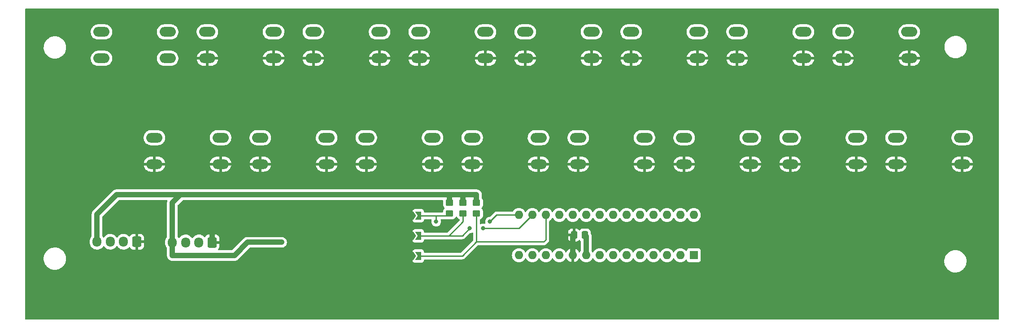
<source format=gbr>
%TF.GenerationSoftware,KiCad,Pcbnew,(6.0.9)*%
%TF.CreationDate,2023-03-19T20:52:37+01:00*%
%TF.ProjectId,PI-keys,50492d6b-6579-4732-9e6b-696361645f70,rev?*%
%TF.SameCoordinates,Original*%
%TF.FileFunction,Copper,L1,Top*%
%TF.FilePolarity,Positive*%
%FSLAX46Y46*%
G04 Gerber Fmt 4.6, Leading zero omitted, Abs format (unit mm)*
G04 Created by KiCad (PCBNEW (6.0.9)) date 2023-03-19 20:52:37*
%MOMM*%
%LPD*%
G01*
G04 APERTURE LIST*
G04 Aperture macros list*
%AMRoundRect*
0 Rectangle with rounded corners*
0 $1 Rounding radius*
0 $2 $3 $4 $5 $6 $7 $8 $9 X,Y pos of 4 corners*
0 Add a 4 corners polygon primitive as box body*
4,1,4,$2,$3,$4,$5,$6,$7,$8,$9,$2,$3,0*
0 Add four circle primitives for the rounded corners*
1,1,$1+$1,$2,$3*
1,1,$1+$1,$4,$5*
1,1,$1+$1,$6,$7*
1,1,$1+$1,$8,$9*
0 Add four rect primitives between the rounded corners*
20,1,$1+$1,$2,$3,$4,$5,0*
20,1,$1+$1,$4,$5,$6,$7,0*
20,1,$1+$1,$6,$7,$8,$9,0*
20,1,$1+$1,$8,$9,$2,$3,0*%
%AMFreePoly0*
4,1,6,1.000000,0.000000,0.500000,-0.750000,-0.500000,-0.750000,-0.500000,0.750000,0.500000,0.750000,1.000000,0.000000,1.000000,0.000000,$1*%
%AMFreePoly1*
4,1,6,0.500000,-0.750000,-0.650000,-0.750000,-0.150000,0.000000,-0.650000,0.750000,0.500000,0.750000,0.500000,-0.750000,0.500000,-0.750000,$1*%
G04 Aperture macros list end*
%TA.AperFunction,ComponentPad*%
%ADD10O,3.048000X1.850000*%
%TD*%
%TA.AperFunction,ComponentPad*%
%ADD11RoundRect,0.250000X0.600000X0.725000X-0.600000X0.725000X-0.600000X-0.725000X0.600000X-0.725000X0*%
%TD*%
%TA.AperFunction,ComponentPad*%
%ADD12O,1.700000X1.950000*%
%TD*%
%TA.AperFunction,ComponentPad*%
%ADD13R,1.600000X1.600000*%
%TD*%
%TA.AperFunction,ComponentPad*%
%ADD14O,1.600000X1.600000*%
%TD*%
%TA.AperFunction,SMDPad,CuDef*%
%ADD15RoundRect,0.250000X-0.450000X0.350000X-0.450000X-0.350000X0.450000X-0.350000X0.450000X0.350000X0*%
%TD*%
%TA.AperFunction,SMDPad,CuDef*%
%ADD16FreePoly0,0.000000*%
%TD*%
%TA.AperFunction,SMDPad,CuDef*%
%ADD17FreePoly1,0.000000*%
%TD*%
%TA.AperFunction,SMDPad,CuDef*%
%ADD18RoundRect,0.250000X0.337500X0.475000X-0.337500X0.475000X-0.337500X-0.475000X0.337500X-0.475000X0*%
%TD*%
%TA.AperFunction,ViaPad*%
%ADD19C,0.800000*%
%TD*%
%TA.AperFunction,Conductor*%
%ADD20C,1.000000*%
%TD*%
%TA.AperFunction,Conductor*%
%ADD21C,0.250000*%
%TD*%
G04 APERTURE END LIST*
D10*
%TO.P,SW12,1,1*%
%TO.N,Net-(U1-Pad24)*%
X130000000Y-120000000D03*
X142500000Y-120000000D03*
%TO.P,SW12,2,2*%
%TO.N,GND*%
X130000000Y-125000000D03*
X142500000Y-125000000D03*
%TD*%
%TO.P,SW13,1,1*%
%TO.N,Net-(U1-Pad25)*%
X150000000Y-120000000D03*
X162500000Y-120000000D03*
%TO.P,SW13,2,2*%
%TO.N,GND*%
X150000000Y-125000000D03*
X162500000Y-125000000D03*
%TD*%
D11*
%TO.P,J2,1,Pin_1*%
%TO.N,GND*%
X66675000Y-139700000D03*
D12*
%TO.P,J2,2,Pin_2*%
%TO.N,Net-(D2-Pad2)*%
X64175000Y-139700000D03*
%TO.P,J2,3,Pin_3*%
%TO.N,Net-(D1-Pad2)*%
X61675000Y-139700000D03*
%TO.P,J2,4,Pin_4*%
%TO.N,+3V3*%
X59175000Y-139700000D03*
%TD*%
D13*
%TO.P,U1,1,GPB0*%
%TO.N,Net-(SW1-Pad1)*%
X171820000Y-142240000D03*
D14*
%TO.P,U1,2,GPB1*%
%TO.N,Net-(U1-Pad2)*%
X169280000Y-142240000D03*
%TO.P,U1,3,GPB2*%
%TO.N,Net-(U1-Pad3)*%
X166740000Y-142240000D03*
%TO.P,U1,4,GPB3*%
%TO.N,Net-(U1-Pad4)*%
X164200000Y-142240000D03*
%TO.P,U1,5,GPB4*%
%TO.N,Net-(U1-Pad5)*%
X161660000Y-142240000D03*
%TO.P,U1,6,GPB5*%
%TO.N,Net-(U1-Pad6)*%
X159120000Y-142240000D03*
%TO.P,U1,7,GPB6*%
%TO.N,Net-(U1-Pad7)*%
X156580000Y-142240000D03*
%TO.P,U1,8,GPB7*%
%TO.N,Net-(U1-Pad8)*%
X154040000Y-142240000D03*
%TO.P,U1,9,VDD*%
%TO.N,+3V3*%
X151500000Y-142240000D03*
%TO.P,U1,10,VSS*%
%TO.N,GND*%
X148960000Y-142240000D03*
%TO.P,U1,11,NC*%
%TO.N,unconnected-(U1-Pad11)*%
X146420000Y-142240000D03*
%TO.P,U1,12,SCK*%
%TO.N,Net-(R3-Pad1)*%
X143880000Y-142240000D03*
%TO.P,U1,13,SDA*%
%TO.N,Net-(R4-Pad1)*%
X141340000Y-142240000D03*
%TO.P,U1,14,NC*%
%TO.N,unconnected-(U1-Pad14)*%
X138800000Y-142240000D03*
%TO.P,U1,15,A0*%
%TO.N,Net-(JP3-Pad2)*%
X138800000Y-134620000D03*
%TO.P,U1,16,A1*%
%TO.N,Net-(JP2-Pad2)*%
X141340000Y-134620000D03*
%TO.P,U1,17,A2*%
%TO.N,Net-(JP1-Pad2)*%
X143880000Y-134620000D03*
%TO.P,U1,18,~{RESET}*%
%TO.N,unconnected-(U1-Pad18)*%
X146420000Y-134620000D03*
%TO.P,U1,19,INTB*%
%TO.N,unconnected-(U1-Pad19)*%
X148960000Y-134620000D03*
%TO.P,U1,20,INTA*%
%TO.N,unconnected-(U1-Pad20)*%
X151500000Y-134620000D03*
%TO.P,U1,21,GPA0*%
%TO.N,Net-(U1-Pad21)*%
X154040000Y-134620000D03*
%TO.P,U1,22,GPA1*%
%TO.N,Net-(U1-Pad22)*%
X156580000Y-134620000D03*
%TO.P,U1,23,GPA2*%
%TO.N,Net-(U1-Pad23)*%
X159120000Y-134620000D03*
%TO.P,U1,24,GPA3*%
%TO.N,Net-(U1-Pad24)*%
X161660000Y-134620000D03*
%TO.P,U1,25,GPA4*%
%TO.N,Net-(U1-Pad25)*%
X164200000Y-134620000D03*
%TO.P,U1,26,GPA5*%
%TO.N,Net-(U1-Pad26)*%
X166740000Y-134620000D03*
%TO.P,U1,27,GPA6*%
%TO.N,Net-(U1-Pad27)*%
X169280000Y-134620000D03*
%TO.P,U1,28,GPA7*%
%TO.N,Net-(U1-Pad28)*%
X171820000Y-134620000D03*
%TD*%
D10*
%TO.P,SW16,1,1*%
%TO.N,Net-(U1-Pad28)*%
X210000000Y-120000000D03*
X222500000Y-120000000D03*
%TO.P,SW16,2,2*%
%TO.N,GND*%
X210000000Y-125000000D03*
X222500000Y-125000000D03*
%TD*%
%TO.P,SW15,1,1*%
%TO.N,Net-(U1-Pad27)*%
X190000000Y-120000000D03*
X202500000Y-120000000D03*
%TO.P,SW15,2,2*%
%TO.N,GND*%
X190000000Y-125000000D03*
X202500000Y-125000000D03*
%TD*%
%TO.P,SW14,1,1*%
%TO.N,Net-(U1-Pad26)*%
X170000000Y-120000000D03*
X182500000Y-120000000D03*
%TO.P,SW14,2,2*%
%TO.N,GND*%
X170000000Y-125000000D03*
X182500000Y-125000000D03*
%TD*%
%TO.P,SW11,1,1*%
%TO.N,Net-(U1-Pad23)*%
X110000000Y-120000000D03*
X122500000Y-120000000D03*
%TO.P,SW11,2,2*%
%TO.N,GND*%
X110000000Y-125000000D03*
X122500000Y-125000000D03*
%TD*%
%TO.P,SW10,1,1*%
%TO.N,Net-(U1-Pad22)*%
X90000000Y-120000000D03*
X102500000Y-120000000D03*
%TO.P,SW10,2,2*%
%TO.N,GND*%
X90000000Y-125000000D03*
X102500000Y-125000000D03*
%TD*%
%TO.P,SW9,1,1*%
%TO.N,Net-(U1-Pad21)*%
X70000000Y-120000000D03*
X82500000Y-120000000D03*
%TO.P,SW9,2,2*%
%TO.N,GND*%
X70000000Y-125000000D03*
X82500000Y-125000000D03*
%TD*%
%TO.P,SW8,1,1*%
%TO.N,Net-(U1-Pad8)*%
X200000000Y-100000000D03*
X212500000Y-100000000D03*
%TO.P,SW8,2,2*%
%TO.N,GND*%
X200000000Y-105000000D03*
X212500000Y-105000000D03*
%TD*%
%TO.P,SW7,1,1*%
%TO.N,Net-(U1-Pad7)*%
X180000000Y-100000000D03*
X192500000Y-100000000D03*
%TO.P,SW7,2,2*%
%TO.N,GND*%
X180000000Y-105000000D03*
X192500000Y-105000000D03*
%TD*%
%TO.P,SW6,1,1*%
%TO.N,Net-(U1-Pad6)*%
X160000000Y-100000000D03*
X172500000Y-100000000D03*
%TO.P,SW6,2,2*%
%TO.N,GND*%
X160000000Y-105000000D03*
X172500000Y-105000000D03*
%TD*%
%TO.P,SW5,1,1*%
%TO.N,Net-(U1-Pad5)*%
X140000000Y-100000000D03*
X152500000Y-100000000D03*
%TO.P,SW5,2,2*%
%TO.N,GND*%
X140000000Y-105000000D03*
X152500000Y-105000000D03*
%TD*%
%TO.P,SW4,1,1*%
%TO.N,Net-(U1-Pad4)*%
X120000000Y-100000000D03*
X132500000Y-100000000D03*
%TO.P,SW4,2,2*%
%TO.N,GND*%
X120000000Y-105000000D03*
X132500000Y-105000000D03*
%TD*%
%TO.P,SW3,1,1*%
%TO.N,Net-(U1-Pad3)*%
X100000000Y-100000000D03*
X112500000Y-100000000D03*
%TO.P,SW3,2,2*%
%TO.N,GND*%
X100000000Y-105000000D03*
X112500000Y-105000000D03*
%TD*%
%TO.P,SW2,1,1*%
%TO.N,Net-(U1-Pad2)*%
X80000000Y-100000000D03*
X92500000Y-100000000D03*
%TO.P,SW2,2,2*%
%TO.N,GND*%
X80000000Y-105000000D03*
X92500000Y-105000000D03*
%TD*%
%TO.P,SW1,2,2*%
%TO.N,Net-(SW1-Pad2)*%
X72500000Y-105000000D03*
X60000000Y-105000000D03*
%TO.P,SW1,1,1*%
%TO.N,Net-(SW1-Pad1)*%
X72500000Y-100000000D03*
X60000000Y-100000000D03*
%TD*%
D15*
%TO.P,R7,1*%
%TO.N,+3V3*%
X130810000Y-132350000D03*
%TO.P,R7,2*%
%TO.N,Net-(JP1-Pad2)*%
X130810000Y-134350000D03*
%TD*%
%TO.P,R6,1*%
%TO.N,+3V3*%
X128270000Y-132350000D03*
%TO.P,R6,2*%
%TO.N,Net-(JP2-Pad2)*%
X128270000Y-134350000D03*
%TD*%
%TO.P,R5,1*%
%TO.N,+3V3*%
X125730000Y-132350000D03*
%TO.P,R5,2*%
%TO.N,Net-(JP3-Pad2)*%
X125730000Y-134350000D03*
%TD*%
D16*
%TO.P,JP3,1,A*%
%TO.N,GND*%
X118425000Y-134770000D03*
D17*
%TO.P,JP3,2,B*%
%TO.N,Net-(JP3-Pad2)*%
X119875000Y-134770000D03*
%TD*%
D16*
%TO.P,JP2,1,A*%
%TO.N,GND*%
X118425000Y-138580000D03*
D17*
%TO.P,JP2,2,B*%
%TO.N,Net-(JP2-Pad2)*%
X119875000Y-138580000D03*
%TD*%
D16*
%TO.P,JP1,1,A*%
%TO.N,GND*%
X118425000Y-142390000D03*
D17*
%TO.P,JP1,2,B*%
%TO.N,Net-(JP1-Pad2)*%
X119875000Y-142390000D03*
%TD*%
D11*
%TO.P,J1,1,Pin_1*%
%TO.N,GND*%
X80890000Y-139810000D03*
D12*
%TO.P,J1,2,Pin_2*%
%TO.N,Net-(D2-Pad2)*%
X78390000Y-139810000D03*
%TO.P,J1,3,Pin_3*%
%TO.N,Net-(D1-Pad2)*%
X75890000Y-139810000D03*
%TO.P,J1,4,Pin_4*%
%TO.N,+3V3*%
X73390000Y-139810000D03*
%TD*%
D18*
%TO.P,C1,1*%
%TO.N,+3V3*%
X151267500Y-138430000D03*
%TO.P,C1,2*%
%TO.N,GND*%
X149192500Y-138430000D03*
%TD*%
D19*
%TO.N,Net-(JP3-Pad2)*%
X123190000Y-135890000D03*
%TO.N,Net-(JP2-Pad2)*%
X129540000Y-137160000D03*
X132080000Y-137160000D03*
%TO.N,Net-(JP3-Pad2)*%
X133350000Y-135890000D03*
%TO.N,+3V3*%
X93900000Y-139800000D03*
%TD*%
D20*
%TO.N,+3V3*%
X76200000Y-130810000D02*
X74930000Y-130810000D01*
X125730000Y-130810000D02*
X76200000Y-130810000D01*
X59175000Y-134500000D02*
X62865000Y-130810000D01*
X62865000Y-130810000D02*
X76200000Y-130810000D01*
X59175000Y-139700000D02*
X59175000Y-134500000D01*
X74930000Y-130810000D02*
X73390000Y-132350000D01*
X73390000Y-132350000D02*
X73390000Y-140185000D01*
X125730000Y-130810000D02*
X125730000Y-132350000D01*
X128270000Y-130810000D02*
X125730000Y-130810000D01*
X128270000Y-130810000D02*
X128270000Y-132350000D01*
X130810000Y-130810000D02*
X128270000Y-130810000D01*
X130810000Y-132350000D02*
X130810000Y-130810000D01*
D21*
%TO.N,Net-(JP3-Pad2)*%
X123040000Y-134770000D02*
X123190000Y-134920000D01*
X123190000Y-134920000D02*
X123190000Y-135890000D01*
X123040000Y-134770000D02*
X125310000Y-134770000D01*
X119875000Y-134770000D02*
X123040000Y-134770000D01*
%TO.N,Net-(JP2-Pad2)*%
X128120000Y-138580000D02*
X129540000Y-137160000D01*
X125580000Y-138580000D02*
X128120000Y-138580000D01*
%TO.N,Net-(JP3-Pad2)*%
X134620000Y-134620000D02*
X133350000Y-135890000D01*
X138800000Y-134620000D02*
X134620000Y-134620000D01*
%TO.N,Net-(JP2-Pad2)*%
X138800000Y-137160000D02*
X132080000Y-137160000D01*
X141340000Y-134620000D02*
X138800000Y-137160000D01*
%TO.N,Net-(JP1-Pad2)*%
X143510000Y-139700000D02*
X130810000Y-139700000D01*
X143880000Y-139330000D02*
X143510000Y-139700000D01*
X143880000Y-134620000D02*
X143880000Y-139330000D01*
X130810000Y-139700000D02*
X130810000Y-134350000D01*
X128120000Y-142390000D02*
X130810000Y-139700000D01*
X119875000Y-142390000D02*
X128120000Y-142390000D01*
%TO.N,Net-(JP2-Pad2)*%
X128270000Y-135890000D02*
X128270000Y-134350000D01*
X119875000Y-138580000D02*
X125580000Y-138580000D01*
X125580000Y-138580000D02*
X128270000Y-135890000D01*
%TO.N,Net-(JP3-Pad2)*%
X125310000Y-134770000D02*
X125730000Y-134350000D01*
D20*
%TO.N,GND*%
X118415000Y-142400000D02*
X118425000Y-142390000D01*
X116400000Y-142400000D02*
X118415000Y-142400000D01*
X115600000Y-141600000D02*
X116400000Y-142400000D01*
X115600000Y-138800000D02*
X115600000Y-141600000D01*
X118205000Y-138800000D02*
X118425000Y-138580000D01*
X115000000Y-138200000D02*
X115600000Y-138800000D01*
X115000000Y-134100000D02*
X117755000Y-134100000D01*
X115600000Y-138800000D02*
X118205000Y-138800000D01*
X115000000Y-134100000D02*
X115000000Y-138200000D01*
X83000000Y-134100000D02*
X115000000Y-134100000D01*
X117755000Y-134100000D02*
X118425000Y-134770000D01*
X80890000Y-136210000D02*
X83000000Y-134100000D01*
X80890000Y-140185000D02*
X80890000Y-136210000D01*
%TO.N,+3V3*%
X93900000Y-139800000D02*
X94000000Y-139800000D01*
X87600000Y-139800000D02*
X93900000Y-139800000D01*
X85100000Y-142300000D02*
X87600000Y-139800000D01*
X73390000Y-142290000D02*
X73400000Y-142300000D01*
X73390000Y-140185000D02*
X73390000Y-142290000D01*
X73400000Y-142300000D02*
X85100000Y-142300000D01*
X151500000Y-138662500D02*
X151500000Y-142240000D01*
D21*
X151267500Y-138430000D02*
X151500000Y-138662500D01*
D20*
%TO.N,GND*%
X148960000Y-138662500D02*
X148960000Y-142240000D01*
D21*
X149192500Y-138430000D02*
X148960000Y-138662500D01*
%TD*%
%TA.AperFunction,Conductor*%
%TO.N,GND*%
G36*
X229358621Y-95603502D02*
G01*
X229405114Y-95657158D01*
X229416500Y-95709500D01*
X229416500Y-154290500D01*
X229396498Y-154358621D01*
X229342842Y-154405114D01*
X229290500Y-154416500D01*
X45709500Y-154416500D01*
X45641379Y-154396498D01*
X45594886Y-154342842D01*
X45583500Y-154290500D01*
X45583500Y-143032703D01*
X49090743Y-143032703D01*
X49091302Y-143036947D01*
X49091302Y-143036951D01*
X49098049Y-143088197D01*
X49128268Y-143317734D01*
X49204129Y-143595036D01*
X49316923Y-143859476D01*
X49328693Y-143879142D01*
X49460266Y-144098984D01*
X49464561Y-144106161D01*
X49644313Y-144330528D01*
X49852851Y-144528423D01*
X50086317Y-144696186D01*
X50090112Y-144698195D01*
X50090113Y-144698196D01*
X50111869Y-144709715D01*
X50340392Y-144830712D01*
X50610373Y-144929511D01*
X50891264Y-144990755D01*
X50919841Y-144993004D01*
X51114282Y-145008307D01*
X51114291Y-145008307D01*
X51116739Y-145008500D01*
X51272271Y-145008500D01*
X51274407Y-145008354D01*
X51274418Y-145008354D01*
X51482548Y-144994165D01*
X51482554Y-144994164D01*
X51486825Y-144993873D01*
X51491020Y-144993004D01*
X51491022Y-144993004D01*
X51627584Y-144964723D01*
X51768342Y-144935574D01*
X52039343Y-144839607D01*
X52294812Y-144707750D01*
X52298313Y-144705289D01*
X52298317Y-144705287D01*
X52434596Y-144609508D01*
X52530023Y-144542441D01*
X52701818Y-144382799D01*
X52737479Y-144349661D01*
X52737481Y-144349658D01*
X52740622Y-144346740D01*
X52922713Y-144124268D01*
X53072927Y-143879142D01*
X53101752Y-143813478D01*
X53186757Y-143619830D01*
X53188483Y-143615898D01*
X53211943Y-143533543D01*
X53261096Y-143360990D01*
X53267244Y-143339406D01*
X53307751Y-143054784D01*
X53307776Y-143050116D01*
X53309235Y-142771583D01*
X53309235Y-142771576D01*
X53309257Y-142767297D01*
X53308068Y-142758260D01*
X53292190Y-142637660D01*
X53271732Y-142482266D01*
X53195871Y-142204964D01*
X53096850Y-141972814D01*
X53084763Y-141944476D01*
X53084761Y-141944472D01*
X53083077Y-141940524D01*
X52935439Y-141693839D01*
X52755687Y-141469472D01*
X52583557Y-141306127D01*
X52550258Y-141274527D01*
X52550255Y-141274525D01*
X52547149Y-141271577D01*
X52313683Y-141103814D01*
X52307587Y-141100586D01*
X52208618Y-141048185D01*
X52059608Y-140969288D01*
X51840274Y-140889023D01*
X51793658Y-140871964D01*
X51793656Y-140871963D01*
X51789627Y-140870489D01*
X51508736Y-140809245D01*
X51477685Y-140806801D01*
X51285718Y-140791693D01*
X51285709Y-140791693D01*
X51283261Y-140791500D01*
X51127729Y-140791500D01*
X51125593Y-140791646D01*
X51125582Y-140791646D01*
X50917452Y-140805835D01*
X50917446Y-140805836D01*
X50913175Y-140806127D01*
X50908980Y-140806996D01*
X50908978Y-140806996D01*
X50824068Y-140824580D01*
X50631658Y-140864426D01*
X50360657Y-140960393D01*
X50105188Y-141092250D01*
X50101687Y-141094711D01*
X50101683Y-141094713D01*
X50014162Y-141156224D01*
X49869977Y-141257559D01*
X49833806Y-141291171D01*
X49717782Y-141398988D01*
X49659378Y-141453260D01*
X49477287Y-141675732D01*
X49327073Y-141920858D01*
X49325347Y-141924791D01*
X49325346Y-141924792D01*
X49307027Y-141966525D01*
X49211517Y-142184102D01*
X49210342Y-142188229D01*
X49210341Y-142188230D01*
X49194034Y-142245475D01*
X49132756Y-142460594D01*
X49129672Y-142482266D01*
X49097389Y-142709103D01*
X49092249Y-142745216D01*
X49092227Y-142749505D01*
X49092226Y-142749512D01*
X49090765Y-143028417D01*
X49090743Y-143032703D01*
X45583500Y-143032703D01*
X45583500Y-139882890D01*
X57816500Y-139882890D01*
X57816725Y-139885539D01*
X57826757Y-140003768D01*
X57831080Y-140054720D01*
X57832418Y-140059875D01*
X57832419Y-140059881D01*
X57887657Y-140272703D01*
X57888999Y-140277872D01*
X57891191Y-140282738D01*
X57891192Y-140282741D01*
X57930682Y-140370405D01*
X57983688Y-140488075D01*
X58112441Y-140679319D01*
X58116120Y-140683176D01*
X58116122Y-140683178D01*
X58139081Y-140707245D01*
X58271576Y-140846135D01*
X58456542Y-140983754D01*
X58461293Y-140986170D01*
X58461297Y-140986172D01*
X58523704Y-141017901D01*
X58662051Y-141088240D01*
X58667145Y-141089822D01*
X58667148Y-141089823D01*
X58853117Y-141147568D01*
X58882227Y-141156607D01*
X58887516Y-141157308D01*
X59105489Y-141186198D01*
X59105494Y-141186198D01*
X59110774Y-141186898D01*
X59116103Y-141186698D01*
X59116105Y-141186698D01*
X59225966Y-141182573D01*
X59341158Y-141178249D01*
X59346468Y-141177135D01*
X59561572Y-141132002D01*
X59566791Y-141130907D01*
X59571750Y-141128949D01*
X59571752Y-141128948D01*
X59776256Y-141048185D01*
X59776258Y-141048184D01*
X59781221Y-141046224D01*
X59792484Y-141039390D01*
X59973757Y-140929390D01*
X59973756Y-140929390D01*
X59978317Y-140926623D01*
X60050764Y-140863757D01*
X60148412Y-140779023D01*
X60148414Y-140779021D01*
X60152445Y-140775523D01*
X60217412Y-140696290D01*
X60295240Y-140601373D01*
X60295244Y-140601367D01*
X60298624Y-140597245D01*
X60316552Y-140565750D01*
X60367632Y-140516445D01*
X60437262Y-140502583D01*
X60503333Y-140528566D01*
X60530573Y-140557716D01*
X60612441Y-140679319D01*
X60616120Y-140683176D01*
X60616122Y-140683178D01*
X60639081Y-140707245D01*
X60771576Y-140846135D01*
X60956542Y-140983754D01*
X60961293Y-140986170D01*
X60961297Y-140986172D01*
X61023704Y-141017901D01*
X61162051Y-141088240D01*
X61167145Y-141089822D01*
X61167148Y-141089823D01*
X61353117Y-141147568D01*
X61382227Y-141156607D01*
X61387516Y-141157308D01*
X61605489Y-141186198D01*
X61605494Y-141186198D01*
X61610774Y-141186898D01*
X61616103Y-141186698D01*
X61616105Y-141186698D01*
X61725966Y-141182573D01*
X61841158Y-141178249D01*
X61846468Y-141177135D01*
X62061572Y-141132002D01*
X62066791Y-141130907D01*
X62071750Y-141128949D01*
X62071752Y-141128948D01*
X62276256Y-141048185D01*
X62276258Y-141048184D01*
X62281221Y-141046224D01*
X62292484Y-141039390D01*
X62473757Y-140929390D01*
X62473756Y-140929390D01*
X62478317Y-140926623D01*
X62550764Y-140863757D01*
X62648412Y-140779023D01*
X62648414Y-140779021D01*
X62652445Y-140775523D01*
X62717412Y-140696290D01*
X62795240Y-140601373D01*
X62795244Y-140601367D01*
X62798624Y-140597245D01*
X62816552Y-140565750D01*
X62867632Y-140516445D01*
X62937262Y-140502583D01*
X63003333Y-140528566D01*
X63030573Y-140557716D01*
X63112441Y-140679319D01*
X63116120Y-140683176D01*
X63116122Y-140683178D01*
X63139081Y-140707245D01*
X63271576Y-140846135D01*
X63456542Y-140983754D01*
X63461293Y-140986170D01*
X63461297Y-140986172D01*
X63523704Y-141017901D01*
X63662051Y-141088240D01*
X63667145Y-141089822D01*
X63667148Y-141089823D01*
X63853117Y-141147568D01*
X63882227Y-141156607D01*
X63887516Y-141157308D01*
X64105489Y-141186198D01*
X64105494Y-141186198D01*
X64110774Y-141186898D01*
X64116103Y-141186698D01*
X64116105Y-141186698D01*
X64225966Y-141182573D01*
X64341158Y-141178249D01*
X64346468Y-141177135D01*
X64561572Y-141132002D01*
X64566791Y-141130907D01*
X64571750Y-141128949D01*
X64571752Y-141128948D01*
X64776256Y-141048185D01*
X64776258Y-141048184D01*
X64781221Y-141046224D01*
X64792484Y-141039390D01*
X64973757Y-140929390D01*
X64973756Y-140929390D01*
X64978317Y-140926623D01*
X65050764Y-140863757D01*
X65148412Y-140779023D01*
X65148414Y-140779021D01*
X65152445Y-140775523D01*
X65182006Y-140739471D01*
X65240666Y-140699476D01*
X65311636Y-140697545D01*
X65372384Y-140734290D01*
X65386584Y-140753059D01*
X65473063Y-140892807D01*
X65482099Y-140904208D01*
X65596829Y-141018739D01*
X65608240Y-141027751D01*
X65746243Y-141112816D01*
X65759424Y-141118963D01*
X65913710Y-141170138D01*
X65927086Y-141173005D01*
X66021438Y-141182672D01*
X66027854Y-141183000D01*
X66402885Y-141183000D01*
X66418124Y-141178525D01*
X66419329Y-141177135D01*
X66421000Y-141169452D01*
X66421000Y-141164884D01*
X66929000Y-141164884D01*
X66933475Y-141180123D01*
X66934865Y-141181328D01*
X66942548Y-141182999D01*
X67322095Y-141182999D01*
X67328614Y-141182662D01*
X67424206Y-141172743D01*
X67437600Y-141169851D01*
X67591784Y-141118412D01*
X67604962Y-141112239D01*
X67742807Y-141026937D01*
X67754208Y-141017901D01*
X67868739Y-140903171D01*
X67877751Y-140891760D01*
X67962816Y-140753757D01*
X67968963Y-140740576D01*
X68020138Y-140586290D01*
X68023005Y-140572914D01*
X68032672Y-140478562D01*
X68033000Y-140472146D01*
X68033000Y-139972115D01*
X68028525Y-139956876D01*
X68027135Y-139955671D01*
X68019452Y-139954000D01*
X66947115Y-139954000D01*
X66931876Y-139958475D01*
X66930671Y-139959865D01*
X66929000Y-139967548D01*
X66929000Y-141164884D01*
X66421000Y-141164884D01*
X66421000Y-139427885D01*
X66929000Y-139427885D01*
X66933475Y-139443124D01*
X66934865Y-139444329D01*
X66942548Y-139446000D01*
X68014884Y-139446000D01*
X68030123Y-139441525D01*
X68031328Y-139440135D01*
X68032999Y-139432452D01*
X68032999Y-138927905D01*
X68032662Y-138921386D01*
X68022743Y-138825794D01*
X68019851Y-138812400D01*
X67968412Y-138658216D01*
X67962239Y-138645038D01*
X67876937Y-138507193D01*
X67867901Y-138495792D01*
X67753171Y-138381261D01*
X67741760Y-138372249D01*
X67603757Y-138287184D01*
X67590576Y-138281037D01*
X67436290Y-138229862D01*
X67422914Y-138226995D01*
X67328562Y-138217328D01*
X67322145Y-138217000D01*
X66947115Y-138217000D01*
X66931876Y-138221475D01*
X66930671Y-138222865D01*
X66929000Y-138230548D01*
X66929000Y-139427885D01*
X66421000Y-139427885D01*
X66421000Y-138235116D01*
X66416525Y-138219877D01*
X66415135Y-138218672D01*
X66407452Y-138217001D01*
X66027905Y-138217001D01*
X66021386Y-138217338D01*
X65925794Y-138227257D01*
X65912400Y-138230149D01*
X65758216Y-138281588D01*
X65745038Y-138287761D01*
X65607193Y-138373063D01*
X65595792Y-138382099D01*
X65481261Y-138496829D01*
X65472247Y-138508243D01*
X65386277Y-138647713D01*
X65333505Y-138695207D01*
X65263434Y-138706631D01*
X65198310Y-138678357D01*
X65187847Y-138668570D01*
X65181915Y-138662351D01*
X65078424Y-138553865D01*
X64893458Y-138416246D01*
X64888707Y-138413830D01*
X64888703Y-138413828D01*
X64753555Y-138345116D01*
X64687949Y-138311760D01*
X64682855Y-138310178D01*
X64682852Y-138310177D01*
X64472871Y-138244976D01*
X64467773Y-138243393D01*
X64462484Y-138242692D01*
X64244511Y-138213802D01*
X64244506Y-138213802D01*
X64239226Y-138213102D01*
X64233897Y-138213302D01*
X64233895Y-138213302D01*
X64135368Y-138217001D01*
X64008842Y-138221751D01*
X64003623Y-138222846D01*
X63983849Y-138226995D01*
X63783209Y-138269093D01*
X63778250Y-138271051D01*
X63778248Y-138271052D01*
X63573744Y-138351815D01*
X63573742Y-138351816D01*
X63568779Y-138353776D01*
X63564220Y-138356543D01*
X63564217Y-138356544D01*
X63465832Y-138416246D01*
X63371683Y-138473377D01*
X63367653Y-138476874D01*
X63210144Y-138613553D01*
X63197555Y-138624477D01*
X63194168Y-138628608D01*
X63054760Y-138798627D01*
X63054756Y-138798633D01*
X63051376Y-138802755D01*
X63033448Y-138834250D01*
X62982368Y-138883555D01*
X62912738Y-138897417D01*
X62846667Y-138871434D01*
X62819427Y-138842284D01*
X62798114Y-138810627D01*
X62737559Y-138720681D01*
X62687848Y-138668570D01*
X62638836Y-138617193D01*
X62578424Y-138553865D01*
X62393458Y-138416246D01*
X62388707Y-138413830D01*
X62388703Y-138413828D01*
X62253555Y-138345116D01*
X62187949Y-138311760D01*
X62182855Y-138310178D01*
X62182852Y-138310177D01*
X61972871Y-138244976D01*
X61967773Y-138243393D01*
X61962484Y-138242692D01*
X61744511Y-138213802D01*
X61744506Y-138213802D01*
X61739226Y-138213102D01*
X61733897Y-138213302D01*
X61733895Y-138213302D01*
X61635368Y-138217001D01*
X61508842Y-138221751D01*
X61503623Y-138222846D01*
X61483849Y-138226995D01*
X61283209Y-138269093D01*
X61278250Y-138271051D01*
X61278248Y-138271052D01*
X61073744Y-138351815D01*
X61073742Y-138351816D01*
X61068779Y-138353776D01*
X61064220Y-138356543D01*
X61064217Y-138356544D01*
X60965832Y-138416246D01*
X60871683Y-138473377D01*
X60867653Y-138476874D01*
X60710144Y-138613553D01*
X60697555Y-138624477D01*
X60694168Y-138628608D01*
X60554760Y-138798627D01*
X60554756Y-138798633D01*
X60551376Y-138802755D01*
X60533448Y-138834250D01*
X60482368Y-138883555D01*
X60412738Y-138897417D01*
X60346667Y-138871434D01*
X60319427Y-138842284D01*
X60240542Y-138725111D01*
X60240539Y-138725107D01*
X60237559Y-138720681D01*
X60218331Y-138700525D01*
X60185783Y-138637429D01*
X60183500Y-138613553D01*
X60183500Y-134969925D01*
X60203502Y-134901804D01*
X60220405Y-134880830D01*
X63245829Y-131855405D01*
X63308141Y-131821379D01*
X63334924Y-131818500D01*
X72327592Y-131818500D01*
X72395713Y-131838502D01*
X72442206Y-131892158D01*
X72452310Y-131962432D01*
X72448088Y-131981332D01*
X72427238Y-132049531D01*
X72426918Y-132050559D01*
X72398765Y-132139306D01*
X72398171Y-132144602D01*
X72396613Y-132149698D01*
X72395990Y-132155834D01*
X72387218Y-132242187D01*
X72387089Y-132243393D01*
X72381500Y-132293227D01*
X72381500Y-132296754D01*
X72381445Y-132297739D01*
X72380998Y-132303419D01*
X72376626Y-132346462D01*
X72377206Y-132352593D01*
X72380941Y-132392109D01*
X72381500Y-132403967D01*
X72381500Y-138727299D01*
X72361498Y-138795420D01*
X72352935Y-138807188D01*
X72350199Y-138810525D01*
X72269760Y-138908627D01*
X72269756Y-138908633D01*
X72266376Y-138912755D01*
X72263738Y-138917390D01*
X72263735Y-138917394D01*
X72180734Y-139063207D01*
X72152325Y-139113114D01*
X72073663Y-139329825D01*
X72072714Y-139335074D01*
X72072713Y-139335077D01*
X72033377Y-139552608D01*
X72033376Y-139552615D01*
X72032639Y-139556692D01*
X72031500Y-139580844D01*
X72031500Y-139992890D01*
X72035426Y-140039156D01*
X72045626Y-140159365D01*
X72046080Y-140164720D01*
X72047418Y-140169875D01*
X72047419Y-140169881D01*
X72097090Y-140361254D01*
X72103999Y-140387872D01*
X72106191Y-140392738D01*
X72106192Y-140392741D01*
X72161917Y-140516445D01*
X72198688Y-140598075D01*
X72217788Y-140626445D01*
X72324458Y-140784889D01*
X72324461Y-140784893D01*
X72327441Y-140789319D01*
X72331128Y-140793184D01*
X72346669Y-140809475D01*
X72379217Y-140872571D01*
X72381500Y-140896447D01*
X72381500Y-142228157D01*
X72380763Y-142241764D01*
X72376676Y-142279388D01*
X72377213Y-142285523D01*
X72381050Y-142329388D01*
X72381379Y-142334214D01*
X72381500Y-142336686D01*
X72381500Y-142339769D01*
X72381801Y-142342837D01*
X72385690Y-142382506D01*
X72385812Y-142383819D01*
X72393913Y-142476413D01*
X72395400Y-142481532D01*
X72395920Y-142486833D01*
X72422791Y-142575834D01*
X72423126Y-142576967D01*
X72449091Y-142666336D01*
X72451544Y-142671068D01*
X72453084Y-142676169D01*
X72455978Y-142681612D01*
X72496731Y-142758260D01*
X72497343Y-142759426D01*
X72537271Y-142836453D01*
X72540108Y-142841926D01*
X72543431Y-142846089D01*
X72545934Y-142850796D01*
X72604755Y-142922918D01*
X72605446Y-142923774D01*
X72636738Y-142962973D01*
X72639242Y-142965477D01*
X72639884Y-142966195D01*
X72643585Y-142970528D01*
X72670935Y-143004062D01*
X72674049Y-143006638D01*
X72675968Y-143009025D01*
X72680412Y-143012754D01*
X72680425Y-143012766D01*
X72714442Y-143041310D01*
X72718084Y-143044487D01*
X72719889Y-143046123D01*
X72722075Y-143048309D01*
X72755349Y-143075642D01*
X72756147Y-143076304D01*
X72827474Y-143136154D01*
X72832144Y-143138722D01*
X72836261Y-143142103D01*
X72856079Y-143152729D01*
X72918086Y-143185977D01*
X72919245Y-143186606D01*
X72995381Y-143228462D01*
X72995389Y-143228465D01*
X73000787Y-143231433D01*
X73005869Y-143233045D01*
X73010563Y-143235562D01*
X73099531Y-143262762D01*
X73100559Y-143263082D01*
X73189306Y-143291235D01*
X73194602Y-143291829D01*
X73199698Y-143293387D01*
X73292257Y-143302790D01*
X73293393Y-143302911D01*
X73327008Y-143306681D01*
X73339730Y-143308108D01*
X73339734Y-143308108D01*
X73343227Y-143308500D01*
X73346754Y-143308500D01*
X73347739Y-143308555D01*
X73353419Y-143309002D01*
X73382825Y-143311989D01*
X73390337Y-143312752D01*
X73390339Y-143312752D01*
X73396462Y-143313374D01*
X73442108Y-143309059D01*
X73453967Y-143308500D01*
X85038157Y-143308500D01*
X85051764Y-143309237D01*
X85083262Y-143312659D01*
X85083267Y-143312659D01*
X85089388Y-143313324D01*
X85115638Y-143311027D01*
X85139388Y-143308950D01*
X85144214Y-143308621D01*
X85146686Y-143308500D01*
X85149769Y-143308500D01*
X85161738Y-143307326D01*
X85192506Y-143304310D01*
X85193819Y-143304188D01*
X85238084Y-143300315D01*
X85286413Y-143296087D01*
X85291532Y-143294600D01*
X85296833Y-143294080D01*
X85385834Y-143267209D01*
X85386967Y-143266874D01*
X85470414Y-143242630D01*
X85470418Y-143242628D01*
X85476336Y-143240909D01*
X85481068Y-143238456D01*
X85486169Y-143236916D01*
X85493173Y-143233192D01*
X85568260Y-143193269D01*
X85569426Y-143192657D01*
X85646453Y-143152729D01*
X85651926Y-143149892D01*
X85656089Y-143146569D01*
X85660796Y-143144066D01*
X85732918Y-143085245D01*
X85733774Y-143084554D01*
X85772973Y-143053262D01*
X85775477Y-143050758D01*
X85776195Y-143050116D01*
X85780528Y-143046415D01*
X85814062Y-143019065D01*
X85822002Y-143009468D01*
X85843287Y-142983738D01*
X85851277Y-142974958D01*
X87980829Y-140845405D01*
X88043141Y-140811380D01*
X88069924Y-140808500D01*
X94049769Y-140808500D01*
X94052825Y-140808200D01*
X94052832Y-140808200D01*
X94111340Y-140802463D01*
X94196833Y-140794080D01*
X94202734Y-140792298D01*
X94202736Y-140792298D01*
X94276053Y-140770162D01*
X94386169Y-140736916D01*
X94560796Y-140644066D01*
X94656818Y-140565752D01*
X94709287Y-140522960D01*
X94709290Y-140522957D01*
X94714062Y-140519065D01*
X94717991Y-140514316D01*
X94836201Y-140371425D01*
X94836203Y-140371421D01*
X94840130Y-140366675D01*
X94934198Y-140192701D01*
X94992682Y-140003768D01*
X94997296Y-139959865D01*
X95012711Y-139813204D01*
X95012711Y-139813202D01*
X95013355Y-139807075D01*
X95000243Y-139662999D01*
X94995989Y-139616251D01*
X94995988Y-139616248D01*
X94995430Y-139610112D01*
X94989895Y-139591303D01*
X94954004Y-139469356D01*
X94939590Y-139420381D01*
X94935081Y-139411755D01*
X94873614Y-139294181D01*
X94847960Y-139245110D01*
X94724032Y-139090975D01*
X94717727Y-139085684D01*
X94681295Y-139055114D01*
X94572526Y-138963846D01*
X94567128Y-138960879D01*
X94567123Y-138960875D01*
X94404608Y-138871533D01*
X94404609Y-138871533D01*
X94399213Y-138868567D01*
X94393346Y-138866706D01*
X94393344Y-138866705D01*
X94216564Y-138810627D01*
X94216563Y-138810627D01*
X94210694Y-138808765D01*
X94056773Y-138791500D01*
X87661843Y-138791500D01*
X87648236Y-138790763D01*
X87616738Y-138787341D01*
X87616733Y-138787341D01*
X87610612Y-138786676D01*
X87584362Y-138788973D01*
X87560612Y-138791050D01*
X87555786Y-138791379D01*
X87553314Y-138791500D01*
X87550231Y-138791500D01*
X87538262Y-138792674D01*
X87507494Y-138795690D01*
X87506181Y-138795812D01*
X87461916Y-138799685D01*
X87413587Y-138803913D01*
X87408468Y-138805400D01*
X87403167Y-138805920D01*
X87314166Y-138832791D01*
X87313033Y-138833126D01*
X87229586Y-138857370D01*
X87229582Y-138857372D01*
X87223664Y-138859091D01*
X87218932Y-138861544D01*
X87213831Y-138863084D01*
X87208388Y-138865978D01*
X87131740Y-138906731D01*
X87130574Y-138907343D01*
X87101527Y-138922400D01*
X87048074Y-138950108D01*
X87043911Y-138953431D01*
X87039204Y-138955934D01*
X86967082Y-139014755D01*
X86966226Y-139015446D01*
X86927027Y-139046738D01*
X86924523Y-139049242D01*
X86923805Y-139049884D01*
X86919472Y-139053585D01*
X86885938Y-139080935D01*
X86882011Y-139085682D01*
X86882009Y-139085684D01*
X86856713Y-139116262D01*
X86848723Y-139125042D01*
X85769224Y-140204542D01*
X84719171Y-141254595D01*
X84656859Y-141288620D01*
X84630076Y-141291500D01*
X82109711Y-141291500D01*
X82041590Y-141271498D01*
X81995097Y-141217842D01*
X81984993Y-141147568D01*
X82014487Y-141082988D01*
X82020538Y-141076482D01*
X82083739Y-141013171D01*
X82092751Y-141001760D01*
X82177816Y-140863757D01*
X82183963Y-140850576D01*
X82235138Y-140696290D01*
X82238005Y-140682914D01*
X82247672Y-140588562D01*
X82248000Y-140582146D01*
X82248000Y-140082115D01*
X82243525Y-140066876D01*
X82242135Y-140065671D01*
X82234452Y-140064000D01*
X80762000Y-140064000D01*
X80693879Y-140043998D01*
X80647386Y-139990342D01*
X80636000Y-139938000D01*
X80636000Y-139537885D01*
X81144000Y-139537885D01*
X81148475Y-139553124D01*
X81149865Y-139554329D01*
X81157548Y-139556000D01*
X82229884Y-139556000D01*
X82245123Y-139551525D01*
X82246328Y-139550135D01*
X82247999Y-139542452D01*
X82247999Y-139037905D01*
X82247662Y-139031386D01*
X82237743Y-138935794D01*
X82234851Y-138922400D01*
X82183412Y-138768216D01*
X82177239Y-138755038D01*
X82091937Y-138617193D01*
X82082901Y-138605792D01*
X81968171Y-138491261D01*
X81956760Y-138482249D01*
X81818757Y-138397184D01*
X81805576Y-138391037D01*
X81651290Y-138339862D01*
X81637914Y-138336995D01*
X81543562Y-138327328D01*
X81537145Y-138327000D01*
X81162115Y-138327000D01*
X81146876Y-138331475D01*
X81145671Y-138332865D01*
X81144000Y-138340548D01*
X81144000Y-139537885D01*
X80636000Y-139537885D01*
X80636000Y-138345116D01*
X80631525Y-138329877D01*
X80630135Y-138328672D01*
X80622452Y-138327001D01*
X80242905Y-138327001D01*
X80236386Y-138327338D01*
X80140794Y-138337257D01*
X80127400Y-138340149D01*
X79973216Y-138391588D01*
X79960038Y-138397761D01*
X79822193Y-138483063D01*
X79810792Y-138492099D01*
X79696261Y-138606829D01*
X79687247Y-138618243D01*
X79601277Y-138757713D01*
X79548505Y-138805207D01*
X79478434Y-138816631D01*
X79413310Y-138788357D01*
X79402847Y-138778570D01*
X79396915Y-138772351D01*
X79293424Y-138663865D01*
X79285832Y-138658216D01*
X79112740Y-138529432D01*
X79112741Y-138529432D01*
X79108458Y-138526246D01*
X79103707Y-138523830D01*
X79103703Y-138523828D01*
X78977697Y-138459764D01*
X78902949Y-138421760D01*
X78897855Y-138420178D01*
X78897852Y-138420177D01*
X78687871Y-138354976D01*
X78682773Y-138353393D01*
X78670867Y-138351815D01*
X78459511Y-138323802D01*
X78459506Y-138323802D01*
X78454226Y-138323102D01*
X78448897Y-138323302D01*
X78448895Y-138323302D01*
X78350368Y-138327001D01*
X78223842Y-138331751D01*
X78218623Y-138332846D01*
X78198849Y-138336995D01*
X77998209Y-138379093D01*
X77993250Y-138381051D01*
X77993248Y-138381052D01*
X77788744Y-138461815D01*
X77788742Y-138461816D01*
X77783779Y-138463776D01*
X77779220Y-138466543D01*
X77779217Y-138466544D01*
X77680832Y-138526246D01*
X77586683Y-138583377D01*
X77582653Y-138586874D01*
X77423352Y-138725108D01*
X77412555Y-138734477D01*
X77409168Y-138738608D01*
X77269760Y-138908627D01*
X77269756Y-138908633D01*
X77266376Y-138912755D01*
X77248448Y-138944250D01*
X77197368Y-138993555D01*
X77127738Y-139007417D01*
X77061667Y-138981434D01*
X77034427Y-138952284D01*
X76980062Y-138871533D01*
X76952559Y-138830681D01*
X76933429Y-138810627D01*
X76847624Y-138720681D01*
X76793424Y-138663865D01*
X76785832Y-138658216D01*
X76612740Y-138529432D01*
X76612741Y-138529432D01*
X76608458Y-138526246D01*
X76603707Y-138523830D01*
X76603703Y-138523828D01*
X76477697Y-138459764D01*
X76402949Y-138421760D01*
X76397855Y-138420178D01*
X76397852Y-138420177D01*
X76187871Y-138354976D01*
X76182773Y-138353393D01*
X76170867Y-138351815D01*
X75959511Y-138323802D01*
X75959506Y-138323802D01*
X75954226Y-138323102D01*
X75948897Y-138323302D01*
X75948895Y-138323302D01*
X75850368Y-138327001D01*
X75723842Y-138331751D01*
X75718623Y-138332846D01*
X75698849Y-138336995D01*
X75498209Y-138379093D01*
X75493250Y-138381051D01*
X75493248Y-138381052D01*
X75288744Y-138461815D01*
X75288742Y-138461816D01*
X75283779Y-138463776D01*
X75279220Y-138466543D01*
X75279217Y-138466544D01*
X75180832Y-138526246D01*
X75086683Y-138583377D01*
X75082653Y-138586874D01*
X74923352Y-138725108D01*
X74912555Y-138734477D01*
X74909168Y-138738608D01*
X74769760Y-138908627D01*
X74769756Y-138908633D01*
X74766376Y-138912755D01*
X74748448Y-138944250D01*
X74697368Y-138993555D01*
X74627738Y-139007417D01*
X74561667Y-138981434D01*
X74534427Y-138952284D01*
X74455542Y-138835111D01*
X74455539Y-138835107D01*
X74452559Y-138830681D01*
X74433331Y-138810525D01*
X74400783Y-138747429D01*
X74398500Y-138723553D01*
X74398500Y-132819926D01*
X74418502Y-132751805D01*
X74435404Y-132730831D01*
X75310829Y-131855405D01*
X75373142Y-131821380D01*
X75399925Y-131818500D01*
X124395760Y-131818500D01*
X124463881Y-131838502D01*
X124510374Y-131892158D01*
X124521346Y-131949600D01*
X124521500Y-131949600D01*
X124521500Y-132750400D01*
X124521837Y-132753646D01*
X124521837Y-132753650D01*
X124528714Y-132819926D01*
X124532474Y-132856166D01*
X124588450Y-133023946D01*
X124681522Y-133174348D01*
X124686704Y-133179521D01*
X124768109Y-133260784D01*
X124802188Y-133323066D01*
X124797185Y-133393886D01*
X124768264Y-133438975D01*
X124727160Y-133480151D01*
X124680695Y-133526697D01*
X124676855Y-133532927D01*
X124676854Y-133532928D01*
X124615503Y-133632458D01*
X124587885Y-133677262D01*
X124585581Y-133684209D01*
X124539063Y-133824458D01*
X124532203Y-133845139D01*
X124531503Y-133851975D01*
X124531502Y-133851978D01*
X124529112Y-133875308D01*
X124521500Y-133949600D01*
X124521500Y-134010500D01*
X124501498Y-134078621D01*
X124447842Y-134125114D01*
X124395500Y-134136500D01*
X123099776Y-134136500D01*
X123080065Y-134134949D01*
X123067886Y-134133020D01*
X123060057Y-134131780D01*
X123052165Y-134132526D01*
X123016039Y-134135941D01*
X123004181Y-134136500D01*
X121014371Y-134136500D01*
X120946250Y-134116498D01*
X120899757Y-134062842D01*
X120888692Y-134019488D01*
X120888673Y-134019212D01*
X120883500Y-133946889D01*
X120856737Y-133855743D01*
X120844843Y-133815235D01*
X120844842Y-133815233D01*
X120842304Y-133806589D01*
X120810960Y-133757817D01*
X120768122Y-133691159D01*
X120768120Y-133691156D01*
X120763250Y-133683579D01*
X120717996Y-133644366D01*
X120659555Y-133593726D01*
X120659552Y-133593724D01*
X120652743Y-133587824D01*
X120519734Y-133527081D01*
X120509796Y-133525652D01*
X120473817Y-133520479D01*
X120375000Y-133506271D01*
X119225000Y-133506271D01*
X119222487Y-133506472D01*
X119222486Y-133506472D01*
X119150355Y-133512240D01*
X119150353Y-133512240D01*
X119143355Y-133512800D01*
X119136650Y-133514892D01*
X119136649Y-133514892D01*
X119102159Y-133525652D01*
X119003767Y-133556348D01*
X118882103Y-133637457D01*
X118788218Y-133749558D01*
X118784614Y-133757813D01*
X118784612Y-133757817D01*
X118746494Y-133845139D01*
X118729718Y-133883569D01*
X118728585Y-133892510D01*
X118728585Y-133892512D01*
X118712716Y-134017800D01*
X118711344Y-134028632D01*
X118734582Y-134172996D01*
X118770436Y-134248137D01*
X118795031Y-134299682D01*
X118797552Y-134304966D01*
X119060980Y-134700108D01*
X119082124Y-134767883D01*
X119060980Y-134839892D01*
X118831403Y-135184258D01*
X118797552Y-135235034D01*
X118796327Y-135237234D01*
X118796326Y-135237235D01*
X118777095Y-135271762D01*
X118757696Y-135306589D01*
X118716500Y-135446889D01*
X118716500Y-135593111D01*
X118719038Y-135601754D01*
X118719038Y-135601755D01*
X118747907Y-135700072D01*
X118757696Y-135733411D01*
X118762567Y-135740990D01*
X118831878Y-135848841D01*
X118831880Y-135848844D01*
X118836750Y-135856421D01*
X118843560Y-135862322D01*
X118940445Y-135946274D01*
X118940448Y-135946276D01*
X118947257Y-135952176D01*
X119080266Y-136012919D01*
X119225000Y-136033729D01*
X120375000Y-136033729D01*
X120406986Y-136031441D01*
X120441373Y-136028982D01*
X120441374Y-136028982D01*
X120448111Y-136028500D01*
X120560972Y-135995361D01*
X120579765Y-135989843D01*
X120579767Y-135989842D01*
X120588411Y-135987304D01*
X120643071Y-135952176D01*
X120703841Y-135913122D01*
X120703844Y-135913120D01*
X120711421Y-135908250D01*
X120727235Y-135890000D01*
X120801274Y-135804555D01*
X120801276Y-135804552D01*
X120807176Y-135797743D01*
X120867919Y-135664734D01*
X120878217Y-135593111D01*
X120888088Y-135524461D01*
X120888088Y-135524455D01*
X120888729Y-135520000D01*
X120888729Y-135519549D01*
X120913180Y-135453992D01*
X120970016Y-135411445D01*
X121014049Y-135403500D01*
X122219396Y-135403500D01*
X122287517Y-135423502D01*
X122334010Y-135477158D01*
X122344114Y-135547432D01*
X122339229Y-135568436D01*
X122320461Y-135626198D01*
X122296458Y-135700072D01*
X122295768Y-135706633D01*
X122295768Y-135706635D01*
X122277186Y-135883435D01*
X122276496Y-135890000D01*
X122277186Y-135896565D01*
X122295220Y-136068145D01*
X122296458Y-136079928D01*
X122355473Y-136261556D01*
X122358776Y-136267278D01*
X122358777Y-136267279D01*
X122391417Y-136323813D01*
X122450960Y-136426944D01*
X122455378Y-136431851D01*
X122455379Y-136431852D01*
X122574325Y-136563955D01*
X122578747Y-136568866D01*
X122733248Y-136681118D01*
X122739276Y-136683802D01*
X122739278Y-136683803D01*
X122901681Y-136756109D01*
X122907712Y-136758794D01*
X123001113Y-136778647D01*
X123088056Y-136797128D01*
X123088061Y-136797128D01*
X123094513Y-136798500D01*
X123285487Y-136798500D01*
X123291939Y-136797128D01*
X123291944Y-136797128D01*
X123378887Y-136778647D01*
X123472288Y-136758794D01*
X123478319Y-136756109D01*
X123640722Y-136683803D01*
X123640724Y-136683802D01*
X123646752Y-136681118D01*
X123801253Y-136568866D01*
X123805675Y-136563955D01*
X123924621Y-136431852D01*
X123924622Y-136431851D01*
X123929040Y-136426944D01*
X123988583Y-136323813D01*
X124021223Y-136267279D01*
X124021224Y-136267278D01*
X124024527Y-136261556D01*
X124083542Y-136079928D01*
X124084781Y-136068145D01*
X124102814Y-135896565D01*
X124103504Y-135890000D01*
X124102814Y-135883435D01*
X124084232Y-135706635D01*
X124084232Y-135706633D01*
X124083542Y-135700072D01*
X124059539Y-135626198D01*
X124040771Y-135568436D01*
X124038744Y-135497468D01*
X124075406Y-135436671D01*
X124139118Y-135405345D01*
X124160604Y-135403500D01*
X124971237Y-135403500D01*
X125010903Y-135409907D01*
X125125139Y-135447797D01*
X125131975Y-135448497D01*
X125131978Y-135448498D01*
X125175031Y-135452909D01*
X125229600Y-135458500D01*
X126230400Y-135458500D01*
X126233646Y-135458163D01*
X126233650Y-135458163D01*
X126329308Y-135448238D01*
X126329312Y-135448237D01*
X126336166Y-135447526D01*
X126342702Y-135445345D01*
X126342704Y-135445345D01*
X126474806Y-135401272D01*
X126503946Y-135391550D01*
X126654348Y-135298478D01*
X126779305Y-135173303D01*
X126872115Y-135022738D01*
X126880463Y-134997570D01*
X126920893Y-134939209D01*
X126986457Y-134911972D01*
X127056339Y-134924505D01*
X127108351Y-134972829D01*
X127119579Y-134997359D01*
X127126129Y-135016993D01*
X127126133Y-135017003D01*
X127128450Y-135023946D01*
X127221522Y-135174348D01*
X127346697Y-135299305D01*
X127352927Y-135303145D01*
X127352928Y-135303146D01*
X127490090Y-135387694D01*
X127497262Y-135392115D01*
X127550168Y-135409663D01*
X127608527Y-135450094D01*
X127635764Y-135515658D01*
X127636500Y-135529256D01*
X127636500Y-135575405D01*
X127616498Y-135643526D01*
X127599595Y-135664500D01*
X125354500Y-137909595D01*
X125292188Y-137943621D01*
X125265405Y-137946500D01*
X121014371Y-137946500D01*
X120946250Y-137926498D01*
X120899757Y-137872842D01*
X120888692Y-137829488D01*
X120887358Y-137810826D01*
X120883500Y-137756889D01*
X120849009Y-137639424D01*
X120844843Y-137625235D01*
X120844842Y-137625233D01*
X120842304Y-137616589D01*
X120805652Y-137559558D01*
X120768122Y-137501159D01*
X120768120Y-137501156D01*
X120763250Y-137493579D01*
X120754229Y-137485762D01*
X120659555Y-137403726D01*
X120659552Y-137403724D01*
X120652743Y-137397824D01*
X120519734Y-137337081D01*
X120375000Y-137316271D01*
X119225000Y-137316271D01*
X119222487Y-137316472D01*
X119222486Y-137316472D01*
X119150355Y-137322240D01*
X119150353Y-137322240D01*
X119143355Y-137322800D01*
X119003767Y-137366348D01*
X118882103Y-137447457D01*
X118788218Y-137559558D01*
X118784614Y-137567813D01*
X118784612Y-137567817D01*
X118742389Y-137664542D01*
X118729718Y-137693569D01*
X118728585Y-137702510D01*
X118728585Y-137702512D01*
X118712476Y-137829693D01*
X118711344Y-137838632D01*
X118734582Y-137982996D01*
X118751258Y-138017945D01*
X118793674Y-138106838D01*
X118797552Y-138114966D01*
X119060980Y-138510108D01*
X119082124Y-138577883D01*
X119060980Y-138649892D01*
X118800965Y-139039915D01*
X118797552Y-139045034D01*
X118796327Y-139047234D01*
X118796326Y-139047235D01*
X118762218Y-139108471D01*
X118757696Y-139116589D01*
X118755717Y-139123329D01*
X118723771Y-139232128D01*
X118716500Y-139256889D01*
X118716500Y-139403111D01*
X118719038Y-139411754D01*
X118719038Y-139411755D01*
X118752513Y-139525758D01*
X118757696Y-139543411D01*
X118766231Y-139556692D01*
X118831878Y-139658841D01*
X118831880Y-139658844D01*
X118836750Y-139666421D01*
X118843560Y-139672322D01*
X118940445Y-139756274D01*
X118940448Y-139756276D01*
X118947257Y-139762176D01*
X118955454Y-139765920D01*
X118955455Y-139765920D01*
X119013511Y-139792433D01*
X119080266Y-139822919D01*
X119225000Y-139843729D01*
X120375000Y-139843729D01*
X120406986Y-139841441D01*
X120441373Y-139838982D01*
X120441374Y-139838982D01*
X120448111Y-139838500D01*
X120534261Y-139813204D01*
X120579765Y-139799843D01*
X120579767Y-139799842D01*
X120588411Y-139797304D01*
X120658012Y-139752574D01*
X120703841Y-139723122D01*
X120703844Y-139723120D01*
X120711421Y-139718250D01*
X120722624Y-139705321D01*
X120801274Y-139614555D01*
X120801276Y-139614552D01*
X120807176Y-139607743D01*
X120814257Y-139592239D01*
X120864175Y-139482932D01*
X120867919Y-139474734D01*
X120871951Y-139446692D01*
X120888088Y-139334461D01*
X120888088Y-139334455D01*
X120888729Y-139330000D01*
X120888729Y-139329549D01*
X120913180Y-139263992D01*
X120970016Y-139221445D01*
X121014049Y-139213500D01*
X125501233Y-139213500D01*
X125512416Y-139214027D01*
X125519909Y-139215702D01*
X125527835Y-139215453D01*
X125527836Y-139215453D01*
X125587986Y-139213562D01*
X125591945Y-139213500D01*
X128041233Y-139213500D01*
X128052416Y-139214027D01*
X128059909Y-139215702D01*
X128067835Y-139215453D01*
X128067836Y-139215453D01*
X128127986Y-139213562D01*
X128131945Y-139213500D01*
X128159856Y-139213500D01*
X128163791Y-139213003D01*
X128163856Y-139212995D01*
X128175693Y-139212062D01*
X128207951Y-139211048D01*
X128211970Y-139210922D01*
X128219889Y-139210673D01*
X128239343Y-139205021D01*
X128258700Y-139201013D01*
X128270930Y-139199468D01*
X128270931Y-139199468D01*
X128278797Y-139198474D01*
X128286168Y-139195555D01*
X128286170Y-139195555D01*
X128319912Y-139182196D01*
X128331142Y-139178351D01*
X128365983Y-139168229D01*
X128365984Y-139168229D01*
X128373593Y-139166018D01*
X128380412Y-139161985D01*
X128380417Y-139161983D01*
X128391028Y-139155707D01*
X128408776Y-139147012D01*
X128427617Y-139139552D01*
X128449947Y-139123329D01*
X128463387Y-139113564D01*
X128473307Y-139107048D01*
X128504535Y-139088580D01*
X128504538Y-139088578D01*
X128511362Y-139084542D01*
X128525683Y-139070221D01*
X128540717Y-139057380D01*
X128543836Y-139055114D01*
X128557107Y-139045472D01*
X128585298Y-139011395D01*
X128593288Y-139002616D01*
X129490499Y-138105405D01*
X129552811Y-138071379D01*
X129579594Y-138068500D01*
X129635487Y-138068500D01*
X129641939Y-138067128D01*
X129641944Y-138067128D01*
X129728888Y-138048647D01*
X129822288Y-138028794D01*
X129846656Y-138017945D01*
X129996752Y-137951118D01*
X129997677Y-137953196D01*
X130056488Y-137938924D01*
X130123581Y-137962141D01*
X130167472Y-138017945D01*
X130176500Y-138064782D01*
X130176500Y-139385405D01*
X130156498Y-139453526D01*
X130139595Y-139474500D01*
X127894500Y-141719595D01*
X127832188Y-141753621D01*
X127805405Y-141756500D01*
X121014371Y-141756500D01*
X120946250Y-141736498D01*
X120899757Y-141682842D01*
X120888692Y-141639488D01*
X120887517Y-141623049D01*
X120883500Y-141566889D01*
X120851110Y-141456579D01*
X120844843Y-141435235D01*
X120844842Y-141435233D01*
X120842304Y-141426589D01*
X120801796Y-141363557D01*
X120768122Y-141311159D01*
X120768120Y-141311156D01*
X120763250Y-141303579D01*
X120749310Y-141291500D01*
X120659555Y-141213726D01*
X120659552Y-141213724D01*
X120652743Y-141207824D01*
X120617923Y-141191922D01*
X120527932Y-141150825D01*
X120527933Y-141150825D01*
X120519734Y-141147081D01*
X120375000Y-141126271D01*
X119225000Y-141126271D01*
X119222487Y-141126472D01*
X119222486Y-141126472D01*
X119150355Y-141132240D01*
X119150353Y-141132240D01*
X119143355Y-141132800D01*
X119136650Y-141134892D01*
X119136649Y-141134892D01*
X119101691Y-141145798D01*
X119003767Y-141176348D01*
X118882103Y-141257457D01*
X118853592Y-141291500D01*
X118796843Y-141359260D01*
X118788218Y-141369558D01*
X118784614Y-141377813D01*
X118784612Y-141377817D01*
X118733324Y-141495308D01*
X118729718Y-141503569D01*
X118728585Y-141512510D01*
X118728585Y-141512512D01*
X118718962Y-141588489D01*
X118711344Y-141648632D01*
X118734582Y-141792996D01*
X118797552Y-141924966D01*
X119060980Y-142320108D01*
X119082124Y-142387883D01*
X119060980Y-142459892D01*
X118801331Y-142849366D01*
X118797552Y-142855034D01*
X118796327Y-142857234D01*
X118796326Y-142857235D01*
X118777095Y-142891762D01*
X118757696Y-142926589D01*
X118755717Y-142933329D01*
X118725415Y-143036529D01*
X118716500Y-143066889D01*
X118716500Y-143213111D01*
X118719038Y-143221754D01*
X118719038Y-143221755D01*
X118753584Y-143339406D01*
X118757696Y-143353411D01*
X118771163Y-143374366D01*
X118831878Y-143468841D01*
X118831880Y-143468844D01*
X118836750Y-143476421D01*
X118843560Y-143482322D01*
X118940445Y-143566274D01*
X118940448Y-143566276D01*
X118947257Y-143572176D01*
X118955454Y-143575920D01*
X118955455Y-143575920D01*
X119013511Y-143602433D01*
X119080266Y-143632919D01*
X119225000Y-143653729D01*
X120375000Y-143653729D01*
X120406986Y-143651441D01*
X120441373Y-143648982D01*
X120441374Y-143648982D01*
X120448111Y-143648500D01*
X120559143Y-143615898D01*
X120579765Y-143609843D01*
X120579767Y-143609842D01*
X120588411Y-143607304D01*
X120652255Y-143566274D01*
X120703841Y-143533122D01*
X120703844Y-143533120D01*
X120711421Y-143528250D01*
X120724535Y-143513116D01*
X120801274Y-143424555D01*
X120801276Y-143424552D01*
X120807176Y-143417743D01*
X120867919Y-143284734D01*
X120874020Y-143242301D01*
X120888088Y-143144461D01*
X120888088Y-143144455D01*
X120888729Y-143140000D01*
X120888729Y-143139549D01*
X120913180Y-143073992D01*
X120970016Y-143031445D01*
X121014049Y-143023500D01*
X128041233Y-143023500D01*
X128052416Y-143024027D01*
X128059909Y-143025702D01*
X128067835Y-143025453D01*
X128067836Y-143025453D01*
X128127986Y-143023562D01*
X128131945Y-143023500D01*
X128159856Y-143023500D01*
X128163791Y-143023003D01*
X128163856Y-143022995D01*
X128175693Y-143022062D01*
X128207951Y-143021048D01*
X128211970Y-143020922D01*
X128219889Y-143020673D01*
X128239343Y-143015021D01*
X128258700Y-143011013D01*
X128270930Y-143009468D01*
X128270931Y-143009468D01*
X128278797Y-143008474D01*
X128286168Y-143005555D01*
X128286170Y-143005555D01*
X128319912Y-142992196D01*
X128331142Y-142988351D01*
X128365983Y-142978229D01*
X128365984Y-142978229D01*
X128373593Y-142976018D01*
X128380412Y-142971985D01*
X128380417Y-142971983D01*
X128391028Y-142965707D01*
X128408776Y-142957012D01*
X128427617Y-142949552D01*
X128449947Y-142933329D01*
X128463387Y-142923564D01*
X128473307Y-142917048D01*
X128504535Y-142898580D01*
X128504538Y-142898578D01*
X128511362Y-142894542D01*
X128525683Y-142880221D01*
X128540717Y-142867380D01*
X128550694Y-142860131D01*
X128557107Y-142855472D01*
X128585298Y-142821395D01*
X128593288Y-142812616D01*
X129165904Y-142240000D01*
X137486502Y-142240000D01*
X137506457Y-142468087D01*
X137507881Y-142473400D01*
X137507881Y-142473402D01*
X137560677Y-142670436D01*
X137565716Y-142689243D01*
X137568039Y-142694224D01*
X137568039Y-142694225D01*
X137660151Y-142891762D01*
X137660154Y-142891767D01*
X137662477Y-142896749D01*
X137714153Y-142970550D01*
X137787966Y-143075965D01*
X137793802Y-143084300D01*
X137955700Y-143246198D01*
X137960208Y-143249355D01*
X137960211Y-143249357D01*
X138020868Y-143291829D01*
X138143251Y-143377523D01*
X138148233Y-143379846D01*
X138148238Y-143379849D01*
X138339084Y-143468841D01*
X138350757Y-143474284D01*
X138356065Y-143475706D01*
X138356067Y-143475707D01*
X138566598Y-143532119D01*
X138566600Y-143532119D01*
X138571913Y-143533543D01*
X138800000Y-143553498D01*
X139028087Y-143533543D01*
X139033400Y-143532119D01*
X139033402Y-143532119D01*
X139243933Y-143475707D01*
X139243935Y-143475706D01*
X139249243Y-143474284D01*
X139260916Y-143468841D01*
X139451762Y-143379849D01*
X139451767Y-143379846D01*
X139456749Y-143377523D01*
X139579132Y-143291829D01*
X139639789Y-143249357D01*
X139639792Y-143249355D01*
X139644300Y-143246198D01*
X139806198Y-143084300D01*
X139812035Y-143075965D01*
X139885847Y-142970550D01*
X139937523Y-142896749D01*
X139939846Y-142891767D01*
X139939849Y-142891762D01*
X139955805Y-142857543D01*
X140002722Y-142804258D01*
X140070999Y-142784797D01*
X140138959Y-142805339D01*
X140184195Y-142857543D01*
X140200151Y-142891762D01*
X140200154Y-142891767D01*
X140202477Y-142896749D01*
X140254153Y-142970550D01*
X140327966Y-143075965D01*
X140333802Y-143084300D01*
X140495700Y-143246198D01*
X140500208Y-143249355D01*
X140500211Y-143249357D01*
X140560868Y-143291829D01*
X140683251Y-143377523D01*
X140688233Y-143379846D01*
X140688238Y-143379849D01*
X140879084Y-143468841D01*
X140890757Y-143474284D01*
X140896065Y-143475706D01*
X140896067Y-143475707D01*
X141106598Y-143532119D01*
X141106600Y-143532119D01*
X141111913Y-143533543D01*
X141340000Y-143553498D01*
X141568087Y-143533543D01*
X141573400Y-143532119D01*
X141573402Y-143532119D01*
X141783933Y-143475707D01*
X141783935Y-143475706D01*
X141789243Y-143474284D01*
X141800916Y-143468841D01*
X141991762Y-143379849D01*
X141991767Y-143379846D01*
X141996749Y-143377523D01*
X142119132Y-143291829D01*
X142179789Y-143249357D01*
X142179792Y-143249355D01*
X142184300Y-143246198D01*
X142346198Y-143084300D01*
X142352035Y-143075965D01*
X142425847Y-142970550D01*
X142477523Y-142896749D01*
X142479846Y-142891767D01*
X142479849Y-142891762D01*
X142495805Y-142857543D01*
X142542722Y-142804258D01*
X142610999Y-142784797D01*
X142678959Y-142805339D01*
X142724195Y-142857543D01*
X142740151Y-142891762D01*
X142740154Y-142891767D01*
X142742477Y-142896749D01*
X142794153Y-142970550D01*
X142867966Y-143075965D01*
X142873802Y-143084300D01*
X143035700Y-143246198D01*
X143040208Y-143249355D01*
X143040211Y-143249357D01*
X143100868Y-143291829D01*
X143223251Y-143377523D01*
X143228233Y-143379846D01*
X143228238Y-143379849D01*
X143419084Y-143468841D01*
X143430757Y-143474284D01*
X143436065Y-143475706D01*
X143436067Y-143475707D01*
X143646598Y-143532119D01*
X143646600Y-143532119D01*
X143651913Y-143533543D01*
X143880000Y-143553498D01*
X144108087Y-143533543D01*
X144113400Y-143532119D01*
X144113402Y-143532119D01*
X144323933Y-143475707D01*
X144323935Y-143475706D01*
X144329243Y-143474284D01*
X144340916Y-143468841D01*
X144531762Y-143379849D01*
X144531767Y-143379846D01*
X144536749Y-143377523D01*
X144659132Y-143291829D01*
X144719789Y-143249357D01*
X144719792Y-143249355D01*
X144724300Y-143246198D01*
X144886198Y-143084300D01*
X144892035Y-143075965D01*
X144965847Y-142970550D01*
X145017523Y-142896749D01*
X145019846Y-142891767D01*
X145019849Y-142891762D01*
X145035805Y-142857543D01*
X145082722Y-142804258D01*
X145150999Y-142784797D01*
X145218959Y-142805339D01*
X145264195Y-142857543D01*
X145280151Y-142891762D01*
X145280154Y-142891767D01*
X145282477Y-142896749D01*
X145334153Y-142970550D01*
X145407966Y-143075965D01*
X145413802Y-143084300D01*
X145575700Y-143246198D01*
X145580208Y-143249355D01*
X145580211Y-143249357D01*
X145640868Y-143291829D01*
X145763251Y-143377523D01*
X145768233Y-143379846D01*
X145768238Y-143379849D01*
X145959084Y-143468841D01*
X145970757Y-143474284D01*
X145976065Y-143475706D01*
X145976067Y-143475707D01*
X146186598Y-143532119D01*
X146186600Y-143532119D01*
X146191913Y-143533543D01*
X146420000Y-143553498D01*
X146648087Y-143533543D01*
X146653400Y-143532119D01*
X146653402Y-143532119D01*
X146863933Y-143475707D01*
X146863935Y-143475706D01*
X146869243Y-143474284D01*
X146880916Y-143468841D01*
X147071762Y-143379849D01*
X147071767Y-143379846D01*
X147076749Y-143377523D01*
X147199132Y-143291829D01*
X147259789Y-143249357D01*
X147259792Y-143249355D01*
X147264300Y-143246198D01*
X147426198Y-143084300D01*
X147432035Y-143075965D01*
X147505847Y-142970550D01*
X147557523Y-142896749D01*
X147559846Y-142891767D01*
X147559849Y-142891762D01*
X147576081Y-142856951D01*
X147622998Y-142803666D01*
X147691275Y-142784205D01*
X147759235Y-142804747D01*
X147804471Y-142856951D01*
X147820586Y-142891511D01*
X147826069Y-142901007D01*
X147951028Y-143079467D01*
X147958084Y-143087875D01*
X148112125Y-143241916D01*
X148120533Y-143248972D01*
X148298993Y-143373931D01*
X148308489Y-143379414D01*
X148505947Y-143471490D01*
X148516239Y-143475236D01*
X148688503Y-143521394D01*
X148702599Y-143521058D01*
X148706000Y-143513116D01*
X148706000Y-143507967D01*
X149214000Y-143507967D01*
X149217973Y-143521498D01*
X149226522Y-143522727D01*
X149403761Y-143475236D01*
X149414053Y-143471490D01*
X149611511Y-143379414D01*
X149621007Y-143373931D01*
X149799467Y-143248972D01*
X149807875Y-143241916D01*
X149961916Y-143087875D01*
X149968972Y-143079467D01*
X150093931Y-142901007D01*
X150099414Y-142891511D01*
X150115529Y-142856951D01*
X150162446Y-142803666D01*
X150230723Y-142784205D01*
X150298683Y-142804747D01*
X150343919Y-142856951D01*
X150360151Y-142891762D01*
X150360154Y-142891767D01*
X150362477Y-142896749D01*
X150414153Y-142970550D01*
X150487966Y-143075965D01*
X150493802Y-143084300D01*
X150655700Y-143246198D01*
X150660208Y-143249355D01*
X150660211Y-143249357D01*
X150720868Y-143291829D01*
X150843251Y-143377523D01*
X150848233Y-143379846D01*
X150848238Y-143379849D01*
X151039084Y-143468841D01*
X151050757Y-143474284D01*
X151056065Y-143475706D01*
X151056067Y-143475707D01*
X151266598Y-143532119D01*
X151266600Y-143532119D01*
X151271913Y-143533543D01*
X151500000Y-143553498D01*
X151728087Y-143533543D01*
X151733400Y-143532119D01*
X151733402Y-143532119D01*
X151943933Y-143475707D01*
X151943935Y-143475706D01*
X151949243Y-143474284D01*
X151960916Y-143468841D01*
X152151762Y-143379849D01*
X152151767Y-143379846D01*
X152156749Y-143377523D01*
X152279132Y-143291829D01*
X152339789Y-143249357D01*
X152339792Y-143249355D01*
X152344300Y-143246198D01*
X152506198Y-143084300D01*
X152512035Y-143075965D01*
X152585847Y-142970550D01*
X152637523Y-142896749D01*
X152639846Y-142891767D01*
X152639849Y-142891762D01*
X152655805Y-142857543D01*
X152702722Y-142804258D01*
X152770999Y-142784797D01*
X152838959Y-142805339D01*
X152884195Y-142857543D01*
X152900151Y-142891762D01*
X152900154Y-142891767D01*
X152902477Y-142896749D01*
X152954153Y-142970550D01*
X153027966Y-143075965D01*
X153033802Y-143084300D01*
X153195700Y-143246198D01*
X153200208Y-143249355D01*
X153200211Y-143249357D01*
X153260868Y-143291829D01*
X153383251Y-143377523D01*
X153388233Y-143379846D01*
X153388238Y-143379849D01*
X153579084Y-143468841D01*
X153590757Y-143474284D01*
X153596065Y-143475706D01*
X153596067Y-143475707D01*
X153806598Y-143532119D01*
X153806600Y-143532119D01*
X153811913Y-143533543D01*
X154040000Y-143553498D01*
X154268087Y-143533543D01*
X154273400Y-143532119D01*
X154273402Y-143532119D01*
X154483933Y-143475707D01*
X154483935Y-143475706D01*
X154489243Y-143474284D01*
X154500916Y-143468841D01*
X154691762Y-143379849D01*
X154691767Y-143379846D01*
X154696749Y-143377523D01*
X154819132Y-143291829D01*
X154879789Y-143249357D01*
X154879792Y-143249355D01*
X154884300Y-143246198D01*
X155046198Y-143084300D01*
X155052035Y-143075965D01*
X155125847Y-142970550D01*
X155177523Y-142896749D01*
X155179846Y-142891767D01*
X155179849Y-142891762D01*
X155195805Y-142857543D01*
X155242722Y-142804258D01*
X155310999Y-142784797D01*
X155378959Y-142805339D01*
X155424195Y-142857543D01*
X155440151Y-142891762D01*
X155440154Y-142891767D01*
X155442477Y-142896749D01*
X155494153Y-142970550D01*
X155567966Y-143075965D01*
X155573802Y-143084300D01*
X155735700Y-143246198D01*
X155740208Y-143249355D01*
X155740211Y-143249357D01*
X155800868Y-143291829D01*
X155923251Y-143377523D01*
X155928233Y-143379846D01*
X155928238Y-143379849D01*
X156119084Y-143468841D01*
X156130757Y-143474284D01*
X156136065Y-143475706D01*
X156136067Y-143475707D01*
X156346598Y-143532119D01*
X156346600Y-143532119D01*
X156351913Y-143533543D01*
X156580000Y-143553498D01*
X156808087Y-143533543D01*
X156813400Y-143532119D01*
X156813402Y-143532119D01*
X157023933Y-143475707D01*
X157023935Y-143475706D01*
X157029243Y-143474284D01*
X157040916Y-143468841D01*
X157231762Y-143379849D01*
X157231767Y-143379846D01*
X157236749Y-143377523D01*
X157359132Y-143291829D01*
X157419789Y-143249357D01*
X157419792Y-143249355D01*
X157424300Y-143246198D01*
X157586198Y-143084300D01*
X157592035Y-143075965D01*
X157665847Y-142970550D01*
X157717523Y-142896749D01*
X157719846Y-142891767D01*
X157719849Y-142891762D01*
X157735805Y-142857543D01*
X157782722Y-142804258D01*
X157850999Y-142784797D01*
X157918959Y-142805339D01*
X157964195Y-142857543D01*
X157980151Y-142891762D01*
X157980154Y-142891767D01*
X157982477Y-142896749D01*
X158034153Y-142970550D01*
X158107966Y-143075965D01*
X158113802Y-143084300D01*
X158275700Y-143246198D01*
X158280208Y-143249355D01*
X158280211Y-143249357D01*
X158340868Y-143291829D01*
X158463251Y-143377523D01*
X158468233Y-143379846D01*
X158468238Y-143379849D01*
X158659084Y-143468841D01*
X158670757Y-143474284D01*
X158676065Y-143475706D01*
X158676067Y-143475707D01*
X158886598Y-143532119D01*
X158886600Y-143532119D01*
X158891913Y-143533543D01*
X159120000Y-143553498D01*
X159348087Y-143533543D01*
X159353400Y-143532119D01*
X159353402Y-143532119D01*
X159563933Y-143475707D01*
X159563935Y-143475706D01*
X159569243Y-143474284D01*
X159580916Y-143468841D01*
X159771762Y-143379849D01*
X159771767Y-143379846D01*
X159776749Y-143377523D01*
X159899132Y-143291829D01*
X159959789Y-143249357D01*
X159959792Y-143249355D01*
X159964300Y-143246198D01*
X160126198Y-143084300D01*
X160132035Y-143075965D01*
X160205847Y-142970550D01*
X160257523Y-142896749D01*
X160259846Y-142891767D01*
X160259849Y-142891762D01*
X160275805Y-142857543D01*
X160322722Y-142804258D01*
X160390999Y-142784797D01*
X160458959Y-142805339D01*
X160504195Y-142857543D01*
X160520151Y-142891762D01*
X160520154Y-142891767D01*
X160522477Y-142896749D01*
X160574153Y-142970550D01*
X160647966Y-143075965D01*
X160653802Y-143084300D01*
X160815700Y-143246198D01*
X160820208Y-143249355D01*
X160820211Y-143249357D01*
X160880868Y-143291829D01*
X161003251Y-143377523D01*
X161008233Y-143379846D01*
X161008238Y-143379849D01*
X161199084Y-143468841D01*
X161210757Y-143474284D01*
X161216065Y-143475706D01*
X161216067Y-143475707D01*
X161426598Y-143532119D01*
X161426600Y-143532119D01*
X161431913Y-143533543D01*
X161660000Y-143553498D01*
X161888087Y-143533543D01*
X161893400Y-143532119D01*
X161893402Y-143532119D01*
X162103933Y-143475707D01*
X162103935Y-143475706D01*
X162109243Y-143474284D01*
X162120916Y-143468841D01*
X162311762Y-143379849D01*
X162311767Y-143379846D01*
X162316749Y-143377523D01*
X162439132Y-143291829D01*
X162499789Y-143249357D01*
X162499792Y-143249355D01*
X162504300Y-143246198D01*
X162666198Y-143084300D01*
X162672035Y-143075965D01*
X162745847Y-142970550D01*
X162797523Y-142896749D01*
X162799846Y-142891767D01*
X162799849Y-142891762D01*
X162815805Y-142857543D01*
X162862722Y-142804258D01*
X162930999Y-142784797D01*
X162998959Y-142805339D01*
X163044195Y-142857543D01*
X163060151Y-142891762D01*
X163060154Y-142891767D01*
X163062477Y-142896749D01*
X163114153Y-142970550D01*
X163187966Y-143075965D01*
X163193802Y-143084300D01*
X163355700Y-143246198D01*
X163360208Y-143249355D01*
X163360211Y-143249357D01*
X163420868Y-143291829D01*
X163543251Y-143377523D01*
X163548233Y-143379846D01*
X163548238Y-143379849D01*
X163739084Y-143468841D01*
X163750757Y-143474284D01*
X163756065Y-143475706D01*
X163756067Y-143475707D01*
X163966598Y-143532119D01*
X163966600Y-143532119D01*
X163971913Y-143533543D01*
X164200000Y-143553498D01*
X164428087Y-143533543D01*
X164433400Y-143532119D01*
X164433402Y-143532119D01*
X164643933Y-143475707D01*
X164643935Y-143475706D01*
X164649243Y-143474284D01*
X164660916Y-143468841D01*
X164851762Y-143379849D01*
X164851767Y-143379846D01*
X164856749Y-143377523D01*
X164979132Y-143291829D01*
X165039789Y-143249357D01*
X165039792Y-143249355D01*
X165044300Y-143246198D01*
X165206198Y-143084300D01*
X165212035Y-143075965D01*
X165285847Y-142970550D01*
X165337523Y-142896749D01*
X165339846Y-142891767D01*
X165339849Y-142891762D01*
X165355805Y-142857543D01*
X165402722Y-142804258D01*
X165470999Y-142784797D01*
X165538959Y-142805339D01*
X165584195Y-142857543D01*
X165600151Y-142891762D01*
X165600154Y-142891767D01*
X165602477Y-142896749D01*
X165654153Y-142970550D01*
X165727966Y-143075965D01*
X165733802Y-143084300D01*
X165895700Y-143246198D01*
X165900208Y-143249355D01*
X165900211Y-143249357D01*
X165960868Y-143291829D01*
X166083251Y-143377523D01*
X166088233Y-143379846D01*
X166088238Y-143379849D01*
X166279084Y-143468841D01*
X166290757Y-143474284D01*
X166296065Y-143475706D01*
X166296067Y-143475707D01*
X166506598Y-143532119D01*
X166506600Y-143532119D01*
X166511913Y-143533543D01*
X166740000Y-143553498D01*
X166968087Y-143533543D01*
X166973400Y-143532119D01*
X166973402Y-143532119D01*
X167183933Y-143475707D01*
X167183935Y-143475706D01*
X167189243Y-143474284D01*
X167200916Y-143468841D01*
X167391762Y-143379849D01*
X167391767Y-143379846D01*
X167396749Y-143377523D01*
X167519132Y-143291829D01*
X167579789Y-143249357D01*
X167579792Y-143249355D01*
X167584300Y-143246198D01*
X167746198Y-143084300D01*
X167752035Y-143075965D01*
X167825847Y-142970550D01*
X167877523Y-142896749D01*
X167879846Y-142891767D01*
X167879849Y-142891762D01*
X167895805Y-142857543D01*
X167942722Y-142804258D01*
X168010999Y-142784797D01*
X168078959Y-142805339D01*
X168124195Y-142857543D01*
X168140151Y-142891762D01*
X168140154Y-142891767D01*
X168142477Y-142896749D01*
X168194153Y-142970550D01*
X168267966Y-143075965D01*
X168273802Y-143084300D01*
X168435700Y-143246198D01*
X168440208Y-143249355D01*
X168440211Y-143249357D01*
X168500868Y-143291829D01*
X168623251Y-143377523D01*
X168628233Y-143379846D01*
X168628238Y-143379849D01*
X168819084Y-143468841D01*
X168830757Y-143474284D01*
X168836065Y-143475706D01*
X168836067Y-143475707D01*
X169046598Y-143532119D01*
X169046600Y-143532119D01*
X169051913Y-143533543D01*
X169280000Y-143553498D01*
X169508087Y-143533543D01*
X169513400Y-143532119D01*
X169513402Y-143532119D01*
X169723933Y-143475707D01*
X169723935Y-143475706D01*
X169729243Y-143474284D01*
X169740916Y-143468841D01*
X169931762Y-143379849D01*
X169931767Y-143379846D01*
X169936749Y-143377523D01*
X170059132Y-143291829D01*
X170119789Y-143249357D01*
X170119792Y-143249355D01*
X170124300Y-143246198D01*
X170286198Y-143084300D01*
X170289357Y-143079789D01*
X170292892Y-143075576D01*
X170294026Y-143076527D01*
X170344071Y-143036529D01*
X170414690Y-143029224D01*
X170478049Y-143061258D01*
X170514030Y-143122462D01*
X170517082Y-143139517D01*
X170518255Y-143150316D01*
X170569385Y-143286705D01*
X170656739Y-143403261D01*
X170773295Y-143490615D01*
X170909684Y-143541745D01*
X170971866Y-143548500D01*
X172668134Y-143548500D01*
X172730316Y-143541745D01*
X172754435Y-143532703D01*
X219090743Y-143532703D01*
X219091302Y-143536947D01*
X219091302Y-143536951D01*
X219098404Y-143590897D01*
X219128268Y-143817734D01*
X219204129Y-144095036D01*
X219205813Y-144098984D01*
X219312737Y-144349661D01*
X219316923Y-144359476D01*
X219464561Y-144606161D01*
X219644313Y-144830528D01*
X219755924Y-144936443D01*
X219831857Y-145008500D01*
X219852851Y-145028423D01*
X220086317Y-145196186D01*
X220090112Y-145198195D01*
X220090113Y-145198196D01*
X220111869Y-145209715D01*
X220340392Y-145330712D01*
X220610373Y-145429511D01*
X220891264Y-145490755D01*
X220919841Y-145493004D01*
X221114282Y-145508307D01*
X221114291Y-145508307D01*
X221116739Y-145508500D01*
X221272271Y-145508500D01*
X221274407Y-145508354D01*
X221274418Y-145508354D01*
X221482548Y-145494165D01*
X221482554Y-145494164D01*
X221486825Y-145493873D01*
X221491020Y-145493004D01*
X221491022Y-145493004D01*
X221627583Y-145464724D01*
X221768342Y-145435574D01*
X222039343Y-145339607D01*
X222294812Y-145207750D01*
X222298313Y-145205289D01*
X222298317Y-145205287D01*
X222412418Y-145125095D01*
X222530023Y-145042441D01*
X222740622Y-144846740D01*
X222922713Y-144624268D01*
X223072927Y-144379142D01*
X223087151Y-144346740D01*
X223186757Y-144119830D01*
X223188483Y-144115898D01*
X223267244Y-143839406D01*
X223302022Y-143595036D01*
X223307146Y-143559036D01*
X223307146Y-143559034D01*
X223307751Y-143554784D01*
X223307820Y-143541745D01*
X223309235Y-143271583D01*
X223309235Y-143271576D01*
X223309257Y-143267297D01*
X223306845Y-143248972D01*
X223291843Y-143135028D01*
X223271732Y-142982266D01*
X223267336Y-142966195D01*
X223248337Y-142896749D01*
X223195871Y-142704964D01*
X223100882Y-142482266D01*
X223084763Y-142444476D01*
X223084761Y-142444472D01*
X223083077Y-142440524D01*
X222955978Y-142228157D01*
X222937643Y-142197521D01*
X222937640Y-142197517D01*
X222935439Y-142193839D01*
X222755687Y-141969472D01*
X222632289Y-141852372D01*
X222550258Y-141774527D01*
X222550255Y-141774525D01*
X222547149Y-141771577D01*
X222313683Y-141603814D01*
X222291843Y-141592250D01*
X222243944Y-141566889D01*
X222059608Y-141469288D01*
X221886761Y-141406035D01*
X221793658Y-141371964D01*
X221793656Y-141371963D01*
X221789627Y-141370489D01*
X221508736Y-141309245D01*
X221477685Y-141306801D01*
X221285718Y-141291693D01*
X221285709Y-141291693D01*
X221283261Y-141291500D01*
X221127729Y-141291500D01*
X221125593Y-141291646D01*
X221125582Y-141291646D01*
X220917452Y-141305835D01*
X220917446Y-141305836D01*
X220913175Y-141306127D01*
X220908980Y-141306996D01*
X220908978Y-141306996D01*
X220888876Y-141311159D01*
X220631658Y-141364426D01*
X220360657Y-141460393D01*
X220356848Y-141462359D01*
X220141268Y-141573628D01*
X220105188Y-141592250D01*
X220101687Y-141594711D01*
X220101683Y-141594713D01*
X220024964Y-141648632D01*
X219869977Y-141757559D01*
X219854892Y-141771577D01*
X219668831Y-141944476D01*
X219659378Y-141953260D01*
X219477287Y-142175732D01*
X219327073Y-142420858D01*
X219325347Y-142424791D01*
X219325346Y-142424792D01*
X219216986Y-142671643D01*
X219211517Y-142684102D01*
X219210342Y-142688229D01*
X219210341Y-142688230D01*
X219208633Y-142694225D01*
X219132756Y-142960594D01*
X219106924Y-143142103D01*
X219092882Y-143240771D01*
X219092249Y-143245216D01*
X219092227Y-143249505D01*
X219092226Y-143249512D01*
X219090795Y-143522727D01*
X219090743Y-143532703D01*
X172754435Y-143532703D01*
X172866705Y-143490615D01*
X172983261Y-143403261D01*
X173070615Y-143286705D01*
X173121745Y-143150316D01*
X173128500Y-143088134D01*
X173128500Y-141391866D01*
X173121745Y-141329684D01*
X173070615Y-141193295D01*
X172983261Y-141076739D01*
X172866705Y-140989385D01*
X172730316Y-140938255D01*
X172668134Y-140931500D01*
X170971866Y-140931500D01*
X170909684Y-140938255D01*
X170773295Y-140989385D01*
X170656739Y-141076739D01*
X170569385Y-141193295D01*
X170518255Y-141329684D01*
X170517083Y-141340474D01*
X170516197Y-141342606D01*
X170515575Y-141345222D01*
X170515152Y-141345121D01*
X170489845Y-141406035D01*
X170431483Y-141446463D01*
X170360529Y-141448922D01*
X170299510Y-141412629D01*
X170292511Y-141403969D01*
X170289354Y-141400207D01*
X170286198Y-141395700D01*
X170124300Y-141233802D01*
X170119792Y-141230645D01*
X170119789Y-141230643D01*
X170025875Y-141164884D01*
X169936749Y-141102477D01*
X169931767Y-141100154D01*
X169931762Y-141100151D01*
X169734225Y-141008039D01*
X169734224Y-141008039D01*
X169729243Y-141005716D01*
X169723935Y-141004294D01*
X169723933Y-141004293D01*
X169513402Y-140947881D01*
X169513400Y-140947881D01*
X169508087Y-140946457D01*
X169280000Y-140926502D01*
X169051913Y-140946457D01*
X169046600Y-140947881D01*
X169046598Y-140947881D01*
X168836067Y-141004293D01*
X168836065Y-141004294D01*
X168830757Y-141005716D01*
X168825776Y-141008039D01*
X168825775Y-141008039D01*
X168628238Y-141100151D01*
X168628233Y-141100154D01*
X168623251Y-141102477D01*
X168534125Y-141164884D01*
X168440211Y-141230643D01*
X168440208Y-141230645D01*
X168435700Y-141233802D01*
X168273802Y-141395700D01*
X168142477Y-141583251D01*
X168140154Y-141588233D01*
X168140151Y-141588238D01*
X168124195Y-141622457D01*
X168077278Y-141675742D01*
X168009001Y-141695203D01*
X167941041Y-141674661D01*
X167895805Y-141622457D01*
X167879849Y-141588238D01*
X167879846Y-141588233D01*
X167877523Y-141583251D01*
X167746198Y-141395700D01*
X167584300Y-141233802D01*
X167579792Y-141230645D01*
X167579789Y-141230643D01*
X167485875Y-141164884D01*
X167396749Y-141102477D01*
X167391767Y-141100154D01*
X167391762Y-141100151D01*
X167194225Y-141008039D01*
X167194224Y-141008039D01*
X167189243Y-141005716D01*
X167183935Y-141004294D01*
X167183933Y-141004293D01*
X166973402Y-140947881D01*
X166973400Y-140947881D01*
X166968087Y-140946457D01*
X166740000Y-140926502D01*
X166511913Y-140946457D01*
X166506600Y-140947881D01*
X166506598Y-140947881D01*
X166296067Y-141004293D01*
X166296065Y-141004294D01*
X166290757Y-141005716D01*
X166285776Y-141008039D01*
X166285775Y-141008039D01*
X166088238Y-141100151D01*
X166088233Y-141100154D01*
X166083251Y-141102477D01*
X165994125Y-141164884D01*
X165900211Y-141230643D01*
X165900208Y-141230645D01*
X165895700Y-141233802D01*
X165733802Y-141395700D01*
X165602477Y-141583251D01*
X165600154Y-141588233D01*
X165600151Y-141588238D01*
X165584195Y-141622457D01*
X165537278Y-141675742D01*
X165469001Y-141695203D01*
X165401041Y-141674661D01*
X165355805Y-141622457D01*
X165339849Y-141588238D01*
X165339846Y-141588233D01*
X165337523Y-141583251D01*
X165206198Y-141395700D01*
X165044300Y-141233802D01*
X165039792Y-141230645D01*
X165039789Y-141230643D01*
X164945875Y-141164884D01*
X164856749Y-141102477D01*
X164851767Y-141100154D01*
X164851762Y-141100151D01*
X164654225Y-141008039D01*
X164654224Y-141008039D01*
X164649243Y-141005716D01*
X164643935Y-141004294D01*
X164643933Y-141004293D01*
X164433402Y-140947881D01*
X164433400Y-140947881D01*
X164428087Y-140946457D01*
X164200000Y-140926502D01*
X163971913Y-140946457D01*
X163966600Y-140947881D01*
X163966598Y-140947881D01*
X163756067Y-141004293D01*
X163756065Y-141004294D01*
X163750757Y-141005716D01*
X163745776Y-141008039D01*
X163745775Y-141008039D01*
X163548238Y-141100151D01*
X163548233Y-141100154D01*
X163543251Y-141102477D01*
X163454125Y-141164884D01*
X163360211Y-141230643D01*
X163360208Y-141230645D01*
X163355700Y-141233802D01*
X163193802Y-141395700D01*
X163062477Y-141583251D01*
X163060154Y-141588233D01*
X163060151Y-141588238D01*
X163044195Y-141622457D01*
X162997278Y-141675742D01*
X162929001Y-141695203D01*
X162861041Y-141674661D01*
X162815805Y-141622457D01*
X162799849Y-141588238D01*
X162799846Y-141588233D01*
X162797523Y-141583251D01*
X162666198Y-141395700D01*
X162504300Y-141233802D01*
X162499792Y-141230645D01*
X162499789Y-141230643D01*
X162405875Y-141164884D01*
X162316749Y-141102477D01*
X162311767Y-141100154D01*
X162311762Y-141100151D01*
X162114225Y-141008039D01*
X162114224Y-141008039D01*
X162109243Y-141005716D01*
X162103935Y-141004294D01*
X162103933Y-141004293D01*
X161893402Y-140947881D01*
X161893400Y-140947881D01*
X161888087Y-140946457D01*
X161660000Y-140926502D01*
X161431913Y-140946457D01*
X161426600Y-140947881D01*
X161426598Y-140947881D01*
X161216067Y-141004293D01*
X161216065Y-141004294D01*
X161210757Y-141005716D01*
X161205776Y-141008039D01*
X161205775Y-141008039D01*
X161008238Y-141100151D01*
X161008233Y-141100154D01*
X161003251Y-141102477D01*
X160914125Y-141164884D01*
X160820211Y-141230643D01*
X160820208Y-141230645D01*
X160815700Y-141233802D01*
X160653802Y-141395700D01*
X160522477Y-141583251D01*
X160520154Y-141588233D01*
X160520151Y-141588238D01*
X160504195Y-141622457D01*
X160457278Y-141675742D01*
X160389001Y-141695203D01*
X160321041Y-141674661D01*
X160275805Y-141622457D01*
X160259849Y-141588238D01*
X160259846Y-141588233D01*
X160257523Y-141583251D01*
X160126198Y-141395700D01*
X159964300Y-141233802D01*
X159959792Y-141230645D01*
X159959789Y-141230643D01*
X159865875Y-141164884D01*
X159776749Y-141102477D01*
X159771767Y-141100154D01*
X159771762Y-141100151D01*
X159574225Y-141008039D01*
X159574224Y-141008039D01*
X159569243Y-141005716D01*
X159563935Y-141004294D01*
X159563933Y-141004293D01*
X159353402Y-140947881D01*
X159353400Y-140947881D01*
X159348087Y-140946457D01*
X159120000Y-140926502D01*
X158891913Y-140946457D01*
X158886600Y-140947881D01*
X158886598Y-140947881D01*
X158676067Y-141004293D01*
X158676065Y-141004294D01*
X158670757Y-141005716D01*
X158665776Y-141008039D01*
X158665775Y-141008039D01*
X158468238Y-141100151D01*
X158468233Y-141100154D01*
X158463251Y-141102477D01*
X158374125Y-141164884D01*
X158280211Y-141230643D01*
X158280208Y-141230645D01*
X158275700Y-141233802D01*
X158113802Y-141395700D01*
X157982477Y-141583251D01*
X157980154Y-141588233D01*
X157980151Y-141588238D01*
X157964195Y-141622457D01*
X157917278Y-141675742D01*
X157849001Y-141695203D01*
X157781041Y-141674661D01*
X157735805Y-141622457D01*
X157719849Y-141588238D01*
X157719846Y-141588233D01*
X157717523Y-141583251D01*
X157586198Y-141395700D01*
X157424300Y-141233802D01*
X157419792Y-141230645D01*
X157419789Y-141230643D01*
X157325875Y-141164884D01*
X157236749Y-141102477D01*
X157231767Y-141100154D01*
X157231762Y-141100151D01*
X157034225Y-141008039D01*
X157034224Y-141008039D01*
X157029243Y-141005716D01*
X157023935Y-141004294D01*
X157023933Y-141004293D01*
X156813402Y-140947881D01*
X156813400Y-140947881D01*
X156808087Y-140946457D01*
X156580000Y-140926502D01*
X156351913Y-140946457D01*
X156346600Y-140947881D01*
X156346598Y-140947881D01*
X156136067Y-141004293D01*
X156136065Y-141004294D01*
X156130757Y-141005716D01*
X156125776Y-141008039D01*
X156125775Y-141008039D01*
X155928238Y-141100151D01*
X155928233Y-141100154D01*
X155923251Y-141102477D01*
X155834125Y-141164884D01*
X155740211Y-141230643D01*
X155740208Y-141230645D01*
X155735700Y-141233802D01*
X155573802Y-141395700D01*
X155442477Y-141583251D01*
X155440154Y-141588233D01*
X155440151Y-141588238D01*
X155424195Y-141622457D01*
X155377278Y-141675742D01*
X155309001Y-141695203D01*
X155241041Y-141674661D01*
X155195805Y-141622457D01*
X155179849Y-141588238D01*
X155179846Y-141588233D01*
X155177523Y-141583251D01*
X155046198Y-141395700D01*
X154884300Y-141233802D01*
X154879792Y-141230645D01*
X154879789Y-141230643D01*
X154785875Y-141164884D01*
X154696749Y-141102477D01*
X154691767Y-141100154D01*
X154691762Y-141100151D01*
X154494225Y-141008039D01*
X154494224Y-141008039D01*
X154489243Y-141005716D01*
X154483935Y-141004294D01*
X154483933Y-141004293D01*
X154273402Y-140947881D01*
X154273400Y-140947881D01*
X154268087Y-140946457D01*
X154040000Y-140926502D01*
X153811913Y-140946457D01*
X153806600Y-140947881D01*
X153806598Y-140947881D01*
X153596067Y-141004293D01*
X153596065Y-141004294D01*
X153590757Y-141005716D01*
X153585776Y-141008039D01*
X153585775Y-141008039D01*
X153388238Y-141100151D01*
X153388233Y-141100154D01*
X153383251Y-141102477D01*
X153294125Y-141164884D01*
X153200211Y-141230643D01*
X153200208Y-141230645D01*
X153195700Y-141233802D01*
X153033802Y-141395700D01*
X152902477Y-141583251D01*
X152900154Y-141588233D01*
X152900151Y-141588238D01*
X152884195Y-141622457D01*
X152837278Y-141675742D01*
X152769001Y-141695203D01*
X152701041Y-141674661D01*
X152655805Y-141622457D01*
X152639849Y-141588238D01*
X152639846Y-141588233D01*
X152637523Y-141583251D01*
X152531287Y-141431531D01*
X152508500Y-141359260D01*
X152508500Y-138612731D01*
X152507922Y-138606829D01*
X152499783Y-138523828D01*
X152494080Y-138465667D01*
X152436916Y-138276331D01*
X152382681Y-138174329D01*
X152378248Y-138165991D01*
X152363500Y-138106838D01*
X152363500Y-137904600D01*
X152356680Y-137838866D01*
X152353238Y-137805692D01*
X152353237Y-137805688D01*
X152352526Y-137798834D01*
X152349887Y-137790922D01*
X152298868Y-137638002D01*
X152296550Y-137631054D01*
X152203478Y-137480652D01*
X152078303Y-137355695D01*
X152024029Y-137322240D01*
X151933968Y-137266725D01*
X151933966Y-137266724D01*
X151927738Y-137262885D01*
X151847995Y-137236436D01*
X151766389Y-137209368D01*
X151766387Y-137209368D01*
X151759861Y-137207203D01*
X151753025Y-137206503D01*
X151753022Y-137206502D01*
X151709969Y-137202091D01*
X151655400Y-137196500D01*
X150879600Y-137196500D01*
X150876354Y-137196837D01*
X150876350Y-137196837D01*
X150780692Y-137206762D01*
X150780688Y-137206763D01*
X150773834Y-137207474D01*
X150767298Y-137209655D01*
X150767296Y-137209655D01*
X150750928Y-137215116D01*
X150606054Y-137263450D01*
X150455652Y-137356522D01*
X150330695Y-137481697D01*
X150327898Y-137486235D01*
X150270647Y-137526824D01*
X150199724Y-137530054D01*
X150138313Y-137494428D01*
X150130938Y-137485932D01*
X150122902Y-137475793D01*
X150008171Y-137361261D01*
X149996760Y-137352249D01*
X149858757Y-137267184D01*
X149845576Y-137261037D01*
X149691290Y-137209862D01*
X149677914Y-137206995D01*
X149583562Y-137197328D01*
X149577145Y-137197000D01*
X149464615Y-137197000D01*
X149449376Y-137201475D01*
X149448171Y-137202865D01*
X149446500Y-137210548D01*
X149446500Y-139644884D01*
X149450975Y-139660123D01*
X149452365Y-139661328D01*
X149460048Y-139662999D01*
X149577095Y-139662999D01*
X149583614Y-139662662D01*
X149679206Y-139652743D01*
X149692600Y-139649851D01*
X149846784Y-139598412D01*
X149859962Y-139592239D01*
X149997807Y-139506937D01*
X150009208Y-139497901D01*
X150123738Y-139383172D01*
X150130794Y-139374238D01*
X150188712Y-139333177D01*
X150259635Y-139329947D01*
X150321046Y-139365574D01*
X150327846Y-139373407D01*
X150331522Y-139379348D01*
X150336704Y-139384521D01*
X150454518Y-139502130D01*
X150488597Y-139564413D01*
X150491500Y-139591303D01*
X150491500Y-141359260D01*
X150468713Y-141431531D01*
X150362477Y-141583251D01*
X150360154Y-141588233D01*
X150360151Y-141588238D01*
X150343919Y-141623049D01*
X150297002Y-141676334D01*
X150228725Y-141695795D01*
X150160765Y-141675253D01*
X150115529Y-141623049D01*
X150099414Y-141588489D01*
X150093931Y-141578993D01*
X149968972Y-141400533D01*
X149961916Y-141392125D01*
X149807875Y-141238084D01*
X149799467Y-141231028D01*
X149621007Y-141106069D01*
X149611511Y-141100586D01*
X149414053Y-141008510D01*
X149403761Y-141004764D01*
X149231497Y-140958606D01*
X149217401Y-140958942D01*
X149214000Y-140966884D01*
X149214000Y-143507967D01*
X148706000Y-143507967D01*
X148706000Y-140972033D01*
X148702027Y-140958502D01*
X148693478Y-140957273D01*
X148516239Y-141004764D01*
X148505947Y-141008510D01*
X148308489Y-141100586D01*
X148298993Y-141106069D01*
X148120533Y-141231028D01*
X148112125Y-141238084D01*
X147958084Y-141392125D01*
X147951028Y-141400533D01*
X147826069Y-141578993D01*
X147820586Y-141588489D01*
X147804471Y-141623049D01*
X147757554Y-141676334D01*
X147689277Y-141695795D01*
X147621317Y-141675253D01*
X147576081Y-141623049D01*
X147559849Y-141588238D01*
X147559846Y-141588233D01*
X147557523Y-141583251D01*
X147426198Y-141395700D01*
X147264300Y-141233802D01*
X147259792Y-141230645D01*
X147259789Y-141230643D01*
X147165875Y-141164884D01*
X147076749Y-141102477D01*
X147071767Y-141100154D01*
X147071762Y-141100151D01*
X146874225Y-141008039D01*
X146874224Y-141008039D01*
X146869243Y-141005716D01*
X146863935Y-141004294D01*
X146863933Y-141004293D01*
X146653402Y-140947881D01*
X146653400Y-140947881D01*
X146648087Y-140946457D01*
X146420000Y-140926502D01*
X146191913Y-140946457D01*
X146186600Y-140947881D01*
X146186598Y-140947881D01*
X145976067Y-141004293D01*
X145976065Y-141004294D01*
X145970757Y-141005716D01*
X145965776Y-141008039D01*
X145965775Y-141008039D01*
X145768238Y-141100151D01*
X145768233Y-141100154D01*
X145763251Y-141102477D01*
X145674125Y-141164884D01*
X145580211Y-141230643D01*
X145580208Y-141230645D01*
X145575700Y-141233802D01*
X145413802Y-141395700D01*
X145282477Y-141583251D01*
X145280154Y-141588233D01*
X145280151Y-141588238D01*
X145264195Y-141622457D01*
X145217278Y-141675742D01*
X145149001Y-141695203D01*
X145081041Y-141674661D01*
X145035805Y-141622457D01*
X145019849Y-141588238D01*
X145019846Y-141588233D01*
X145017523Y-141583251D01*
X144886198Y-141395700D01*
X144724300Y-141233802D01*
X144719792Y-141230645D01*
X144719789Y-141230643D01*
X144625875Y-141164884D01*
X144536749Y-141102477D01*
X144531767Y-141100154D01*
X144531762Y-141100151D01*
X144334225Y-141008039D01*
X144334224Y-141008039D01*
X144329243Y-141005716D01*
X144323935Y-141004294D01*
X144323933Y-141004293D01*
X144113402Y-140947881D01*
X144113400Y-140947881D01*
X144108087Y-140946457D01*
X143880000Y-140926502D01*
X143651913Y-140946457D01*
X143646600Y-140947881D01*
X143646598Y-140947881D01*
X143436067Y-141004293D01*
X143436065Y-141004294D01*
X143430757Y-141005716D01*
X143425776Y-141008039D01*
X143425775Y-141008039D01*
X143228238Y-141100151D01*
X143228233Y-141100154D01*
X143223251Y-141102477D01*
X143134125Y-141164884D01*
X143040211Y-141230643D01*
X143040208Y-141230645D01*
X143035700Y-141233802D01*
X142873802Y-141395700D01*
X142742477Y-141583251D01*
X142740154Y-141588233D01*
X142740151Y-141588238D01*
X142724195Y-141622457D01*
X142677278Y-141675742D01*
X142609001Y-141695203D01*
X142541041Y-141674661D01*
X142495805Y-141622457D01*
X142479849Y-141588238D01*
X142479846Y-141588233D01*
X142477523Y-141583251D01*
X142346198Y-141395700D01*
X142184300Y-141233802D01*
X142179792Y-141230645D01*
X142179789Y-141230643D01*
X142085875Y-141164884D01*
X141996749Y-141102477D01*
X141991767Y-141100154D01*
X141991762Y-141100151D01*
X141794225Y-141008039D01*
X141794224Y-141008039D01*
X141789243Y-141005716D01*
X141783935Y-141004294D01*
X141783933Y-141004293D01*
X141573402Y-140947881D01*
X141573400Y-140947881D01*
X141568087Y-140946457D01*
X141340000Y-140926502D01*
X141111913Y-140946457D01*
X141106600Y-140947881D01*
X141106598Y-140947881D01*
X140896067Y-141004293D01*
X140896065Y-141004294D01*
X140890757Y-141005716D01*
X140885776Y-141008039D01*
X140885775Y-141008039D01*
X140688238Y-141100151D01*
X140688233Y-141100154D01*
X140683251Y-141102477D01*
X140594125Y-141164884D01*
X140500211Y-141230643D01*
X140500208Y-141230645D01*
X140495700Y-141233802D01*
X140333802Y-141395700D01*
X140202477Y-141583251D01*
X140200154Y-141588233D01*
X140200151Y-141588238D01*
X140184195Y-141622457D01*
X140137278Y-141675742D01*
X140069001Y-141695203D01*
X140001041Y-141674661D01*
X139955805Y-141622457D01*
X139939849Y-141588238D01*
X139939846Y-141588233D01*
X139937523Y-141583251D01*
X139806198Y-141395700D01*
X139644300Y-141233802D01*
X139639792Y-141230645D01*
X139639789Y-141230643D01*
X139545875Y-141164884D01*
X139456749Y-141102477D01*
X139451767Y-141100154D01*
X139451762Y-141100151D01*
X139254225Y-141008039D01*
X139254224Y-141008039D01*
X139249243Y-141005716D01*
X139243935Y-141004294D01*
X139243933Y-141004293D01*
X139033402Y-140947881D01*
X139033400Y-140947881D01*
X139028087Y-140946457D01*
X138800000Y-140926502D01*
X138571913Y-140946457D01*
X138566600Y-140947881D01*
X138566598Y-140947881D01*
X138356067Y-141004293D01*
X138356065Y-141004294D01*
X138350757Y-141005716D01*
X138345776Y-141008039D01*
X138345775Y-141008039D01*
X138148238Y-141100151D01*
X138148233Y-141100154D01*
X138143251Y-141102477D01*
X138054125Y-141164884D01*
X137960211Y-141230643D01*
X137960208Y-141230645D01*
X137955700Y-141233802D01*
X137793802Y-141395700D01*
X137662477Y-141583251D01*
X137660154Y-141588233D01*
X137660151Y-141588238D01*
X137568500Y-141784787D01*
X137565716Y-141790757D01*
X137564294Y-141796065D01*
X137564293Y-141796067D01*
X137507881Y-142006598D01*
X137506457Y-142011913D01*
X137486502Y-142240000D01*
X129165904Y-142240000D01*
X131035499Y-140370405D01*
X131097811Y-140336379D01*
X131124594Y-140333500D01*
X143431233Y-140333500D01*
X143442416Y-140334027D01*
X143449909Y-140335702D01*
X143457835Y-140335453D01*
X143457836Y-140335453D01*
X143517986Y-140333562D01*
X143521945Y-140333500D01*
X143549856Y-140333500D01*
X143553791Y-140333003D01*
X143553856Y-140332995D01*
X143565693Y-140332062D01*
X143597951Y-140331048D01*
X143601970Y-140330922D01*
X143609889Y-140330673D01*
X143629343Y-140325021D01*
X143648700Y-140321013D01*
X143660930Y-140319468D01*
X143660931Y-140319468D01*
X143668797Y-140318474D01*
X143676168Y-140315555D01*
X143676170Y-140315555D01*
X143709912Y-140302196D01*
X143721142Y-140298351D01*
X143755983Y-140288229D01*
X143755984Y-140288229D01*
X143763593Y-140286018D01*
X143770412Y-140281985D01*
X143770417Y-140281983D01*
X143781028Y-140275707D01*
X143798776Y-140267012D01*
X143817617Y-140259552D01*
X143853387Y-140233564D01*
X143863307Y-140227048D01*
X143866687Y-140225049D01*
X143901362Y-140204542D01*
X143906969Y-140198936D01*
X143915685Y-140190220D01*
X143930719Y-140177379D01*
X143940695Y-140170131D01*
X143940696Y-140170130D01*
X143947107Y-140165472D01*
X143975288Y-140131407D01*
X143983278Y-140122626D01*
X144272258Y-139833647D01*
X144280537Y-139826113D01*
X144287018Y-139822000D01*
X144333645Y-139772347D01*
X144336399Y-139769506D01*
X144356135Y-139749770D01*
X144358615Y-139746573D01*
X144366320Y-139737551D01*
X144391159Y-139711100D01*
X144396586Y-139705321D01*
X144400405Y-139698375D01*
X144400407Y-139698372D01*
X144406348Y-139687566D01*
X144417199Y-139671047D01*
X144420787Y-139666421D01*
X144429614Y-139655041D01*
X144432759Y-139647772D01*
X144432762Y-139647768D01*
X144447174Y-139614463D01*
X144452391Y-139603813D01*
X144473695Y-139565060D01*
X144478733Y-139545437D01*
X144485137Y-139526734D01*
X144490033Y-139515420D01*
X144490033Y-139515419D01*
X144493181Y-139508145D01*
X144494420Y-139500322D01*
X144494423Y-139500312D01*
X144500099Y-139464476D01*
X144502505Y-139452856D01*
X144511528Y-139417711D01*
X144511528Y-139417710D01*
X144513500Y-139410030D01*
X144513500Y-139389776D01*
X144515051Y-139370065D01*
X144516980Y-139357886D01*
X144518220Y-139350057D01*
X144514059Y-139306038D01*
X144513500Y-139294181D01*
X144513500Y-138952095D01*
X148097001Y-138952095D01*
X148097338Y-138958614D01*
X148107257Y-139054206D01*
X148110149Y-139067600D01*
X148161588Y-139221784D01*
X148167761Y-139234962D01*
X148253063Y-139372807D01*
X148262099Y-139384208D01*
X148376829Y-139498739D01*
X148388240Y-139507751D01*
X148526243Y-139592816D01*
X148539424Y-139598963D01*
X148693710Y-139650138D01*
X148707086Y-139653005D01*
X148801438Y-139662672D01*
X148807854Y-139663000D01*
X148920385Y-139663000D01*
X148935624Y-139658525D01*
X148936829Y-139657135D01*
X148938500Y-139649452D01*
X148938500Y-138702115D01*
X148934025Y-138686876D01*
X148932635Y-138685671D01*
X148924952Y-138684000D01*
X148115116Y-138684000D01*
X148099877Y-138688475D01*
X148098672Y-138689865D01*
X148097001Y-138697548D01*
X148097001Y-138952095D01*
X144513500Y-138952095D01*
X144513500Y-138157885D01*
X148097000Y-138157885D01*
X148101475Y-138173124D01*
X148102865Y-138174329D01*
X148110548Y-138176000D01*
X148920385Y-138176000D01*
X148935624Y-138171525D01*
X148936829Y-138170135D01*
X148938500Y-138162452D01*
X148938500Y-137215116D01*
X148934025Y-137199877D01*
X148932635Y-137198672D01*
X148924952Y-137197001D01*
X148807905Y-137197001D01*
X148801386Y-137197338D01*
X148705794Y-137207257D01*
X148692400Y-137210149D01*
X148538216Y-137261588D01*
X148525038Y-137267761D01*
X148387193Y-137353063D01*
X148375792Y-137362099D01*
X148261261Y-137476829D01*
X148252249Y-137488240D01*
X148167184Y-137626243D01*
X148161037Y-137639424D01*
X148109862Y-137793710D01*
X148106995Y-137807086D01*
X148097328Y-137901438D01*
X148097000Y-137907855D01*
X148097000Y-138157885D01*
X144513500Y-138157885D01*
X144513500Y-135839394D01*
X144533502Y-135771273D01*
X144567229Y-135736181D01*
X144719789Y-135629357D01*
X144719792Y-135629355D01*
X144724300Y-135626198D01*
X144886198Y-135464300D01*
X144890260Y-135458500D01*
X144991909Y-135313329D01*
X145017523Y-135276749D01*
X145019846Y-135271767D01*
X145019849Y-135271762D01*
X145035805Y-135237543D01*
X145082722Y-135184258D01*
X145150999Y-135164797D01*
X145218959Y-135185339D01*
X145264195Y-135237543D01*
X145280151Y-135271762D01*
X145280154Y-135271767D01*
X145282477Y-135276749D01*
X145308091Y-135313329D01*
X145409741Y-135458500D01*
X145413802Y-135464300D01*
X145575700Y-135626198D01*
X145580208Y-135629355D01*
X145580211Y-135629357D01*
X145630401Y-135664500D01*
X145763251Y-135757523D01*
X145768233Y-135759846D01*
X145768238Y-135759849D01*
X145965775Y-135851961D01*
X145970757Y-135854284D01*
X145976065Y-135855706D01*
X145976067Y-135855707D01*
X146186598Y-135912119D01*
X146186600Y-135912119D01*
X146191913Y-135913543D01*
X146420000Y-135933498D01*
X146648087Y-135913543D01*
X146653400Y-135912119D01*
X146653402Y-135912119D01*
X146863933Y-135855707D01*
X146863935Y-135855706D01*
X146869243Y-135854284D01*
X146874225Y-135851961D01*
X147071762Y-135759849D01*
X147071767Y-135759846D01*
X147076749Y-135757523D01*
X147209599Y-135664500D01*
X147259789Y-135629357D01*
X147259792Y-135629355D01*
X147264300Y-135626198D01*
X147426198Y-135464300D01*
X147430260Y-135458500D01*
X147531909Y-135313329D01*
X147557523Y-135276749D01*
X147559846Y-135271767D01*
X147559849Y-135271762D01*
X147575805Y-135237543D01*
X147622722Y-135184258D01*
X147690999Y-135164797D01*
X147758959Y-135185339D01*
X147804195Y-135237543D01*
X147820151Y-135271762D01*
X147820154Y-135271767D01*
X147822477Y-135276749D01*
X147848091Y-135313329D01*
X147949741Y-135458500D01*
X147953802Y-135464300D01*
X148115700Y-135626198D01*
X148120208Y-135629355D01*
X148120211Y-135629357D01*
X148170401Y-135664500D01*
X148303251Y-135757523D01*
X148308233Y-135759846D01*
X148308238Y-135759849D01*
X148505775Y-135851961D01*
X148510757Y-135854284D01*
X148516065Y-135855706D01*
X148516067Y-135855707D01*
X148726598Y-135912119D01*
X148726600Y-135912119D01*
X148731913Y-135913543D01*
X148960000Y-135933498D01*
X149188087Y-135913543D01*
X149193400Y-135912119D01*
X149193402Y-135912119D01*
X149403933Y-135855707D01*
X149403935Y-135855706D01*
X149409243Y-135854284D01*
X149414225Y-135851961D01*
X149611762Y-135759849D01*
X149611767Y-135759846D01*
X149616749Y-135757523D01*
X149749599Y-135664500D01*
X149799789Y-135629357D01*
X149799792Y-135629355D01*
X149804300Y-135626198D01*
X149966198Y-135464300D01*
X149970260Y-135458500D01*
X150071909Y-135313329D01*
X150097523Y-135276749D01*
X150099846Y-135271767D01*
X150099849Y-135271762D01*
X150115805Y-135237543D01*
X150162722Y-135184258D01*
X150230999Y-135164797D01*
X150298959Y-135185339D01*
X150344195Y-135237543D01*
X150360151Y-135271762D01*
X150360154Y-135271767D01*
X150362477Y-135276749D01*
X150388091Y-135313329D01*
X150489741Y-135458500D01*
X150493802Y-135464300D01*
X150655700Y-135626198D01*
X150660208Y-135629355D01*
X150660211Y-135629357D01*
X150710401Y-135664500D01*
X150843251Y-135757523D01*
X150848233Y-135759846D01*
X150848238Y-135759849D01*
X151045775Y-135851961D01*
X151050757Y-135854284D01*
X151056065Y-135855706D01*
X151056067Y-135855707D01*
X151266598Y-135912119D01*
X151266600Y-135912119D01*
X151271913Y-135913543D01*
X151500000Y-135933498D01*
X151728087Y-135913543D01*
X151733400Y-135912119D01*
X151733402Y-135912119D01*
X151943933Y-135855707D01*
X151943935Y-135855706D01*
X151949243Y-135854284D01*
X151954225Y-135851961D01*
X152151762Y-135759849D01*
X152151767Y-135759846D01*
X152156749Y-135757523D01*
X152289599Y-135664500D01*
X152339789Y-135629357D01*
X152339792Y-135629355D01*
X152344300Y-135626198D01*
X152506198Y-135464300D01*
X152510260Y-135458500D01*
X152611909Y-135313329D01*
X152637523Y-135276749D01*
X152639846Y-135271767D01*
X152639849Y-135271762D01*
X152655805Y-135237543D01*
X152702722Y-135184258D01*
X152770999Y-135164797D01*
X152838959Y-135185339D01*
X152884195Y-135237543D01*
X152900151Y-135271762D01*
X152900154Y-135271767D01*
X152902477Y-135276749D01*
X152928091Y-135313329D01*
X153029741Y-135458500D01*
X153033802Y-135464300D01*
X153195700Y-135626198D01*
X153200208Y-135629355D01*
X153200211Y-135629357D01*
X153250401Y-135664500D01*
X153383251Y-135757523D01*
X153388233Y-135759846D01*
X153388238Y-135759849D01*
X153585775Y-135851961D01*
X153590757Y-135854284D01*
X153596065Y-135855706D01*
X153596067Y-135855707D01*
X153806598Y-135912119D01*
X153806600Y-135912119D01*
X153811913Y-135913543D01*
X154040000Y-135933498D01*
X154268087Y-135913543D01*
X154273400Y-135912119D01*
X154273402Y-135912119D01*
X154483933Y-135855707D01*
X154483935Y-135855706D01*
X154489243Y-135854284D01*
X154494225Y-135851961D01*
X154691762Y-135759849D01*
X154691767Y-135759846D01*
X154696749Y-135757523D01*
X154829599Y-135664500D01*
X154879789Y-135629357D01*
X154879792Y-135629355D01*
X154884300Y-135626198D01*
X155046198Y-135464300D01*
X155050260Y-135458500D01*
X155151909Y-135313329D01*
X155177523Y-135276749D01*
X155179846Y-135271767D01*
X155179849Y-135271762D01*
X155195805Y-135237543D01*
X155242722Y-135184258D01*
X155310999Y-135164797D01*
X155378959Y-135185339D01*
X155424195Y-135237543D01*
X155440151Y-135271762D01*
X155440154Y-135271767D01*
X155442477Y-135276749D01*
X155468091Y-135313329D01*
X155569741Y-135458500D01*
X155573802Y-135464300D01*
X155735700Y-135626198D01*
X155740208Y-135629355D01*
X155740211Y-135629357D01*
X155790401Y-135664500D01*
X155923251Y-135757523D01*
X155928233Y-135759846D01*
X155928238Y-135759849D01*
X156125775Y-135851961D01*
X156130757Y-135854284D01*
X156136065Y-135855706D01*
X156136067Y-135855707D01*
X156346598Y-135912119D01*
X156346600Y-135912119D01*
X156351913Y-135913543D01*
X156580000Y-135933498D01*
X156808087Y-135913543D01*
X156813400Y-135912119D01*
X156813402Y-135912119D01*
X157023933Y-135855707D01*
X157023935Y-135855706D01*
X157029243Y-135854284D01*
X157034225Y-135851961D01*
X157231762Y-135759849D01*
X157231767Y-135759846D01*
X157236749Y-135757523D01*
X157369599Y-135664500D01*
X157419789Y-135629357D01*
X157419792Y-135629355D01*
X157424300Y-135626198D01*
X157586198Y-135464300D01*
X157590260Y-135458500D01*
X157691909Y-135313329D01*
X157717523Y-135276749D01*
X157719846Y-135271767D01*
X157719849Y-135271762D01*
X157735805Y-135237543D01*
X157782722Y-135184258D01*
X157850999Y-135164797D01*
X157918959Y-135185339D01*
X157964195Y-135237543D01*
X157980151Y-135271762D01*
X157980154Y-135271767D01*
X157982477Y-135276749D01*
X158008091Y-135313329D01*
X158109741Y-135458500D01*
X158113802Y-135464300D01*
X158275700Y-135626198D01*
X158280208Y-135629355D01*
X158280211Y-135629357D01*
X158330401Y-135664500D01*
X158463251Y-135757523D01*
X158468233Y-135759846D01*
X158468238Y-135759849D01*
X158665775Y-135851961D01*
X158670757Y-135854284D01*
X158676065Y-135855706D01*
X158676067Y-135855707D01*
X158886598Y-135912119D01*
X158886600Y-135912119D01*
X158891913Y-135913543D01*
X159120000Y-135933498D01*
X159348087Y-135913543D01*
X159353400Y-135912119D01*
X159353402Y-135912119D01*
X159563933Y-135855707D01*
X159563935Y-135855706D01*
X159569243Y-135854284D01*
X159574225Y-135851961D01*
X159771762Y-135759849D01*
X159771767Y-135759846D01*
X159776749Y-135757523D01*
X159909599Y-135664500D01*
X159959789Y-135629357D01*
X159959792Y-135629355D01*
X159964300Y-135626198D01*
X160126198Y-135464300D01*
X160130260Y-135458500D01*
X160231909Y-135313329D01*
X160257523Y-135276749D01*
X160259846Y-135271767D01*
X160259849Y-135271762D01*
X160275805Y-135237543D01*
X160322722Y-135184258D01*
X160390999Y-135164797D01*
X160458959Y-135185339D01*
X160504195Y-135237543D01*
X160520151Y-135271762D01*
X160520154Y-135271767D01*
X160522477Y-135276749D01*
X160548091Y-135313329D01*
X160649741Y-135458500D01*
X160653802Y-135464300D01*
X160815700Y-135626198D01*
X160820208Y-135629355D01*
X160820211Y-135629357D01*
X160870401Y-135664500D01*
X161003251Y-135757523D01*
X161008233Y-135759846D01*
X161008238Y-135759849D01*
X161205775Y-135851961D01*
X161210757Y-135854284D01*
X161216065Y-135855706D01*
X161216067Y-135855707D01*
X161426598Y-135912119D01*
X161426600Y-135912119D01*
X161431913Y-135913543D01*
X161660000Y-135933498D01*
X161888087Y-135913543D01*
X161893400Y-135912119D01*
X161893402Y-135912119D01*
X162103933Y-135855707D01*
X162103935Y-135855706D01*
X162109243Y-135854284D01*
X162114225Y-135851961D01*
X162311762Y-135759849D01*
X162311767Y-135759846D01*
X162316749Y-135757523D01*
X162449599Y-135664500D01*
X162499789Y-135629357D01*
X162499792Y-135629355D01*
X162504300Y-135626198D01*
X162666198Y-135464300D01*
X162670260Y-135458500D01*
X162771909Y-135313329D01*
X162797523Y-135276749D01*
X162799846Y-135271767D01*
X162799849Y-135271762D01*
X162815805Y-135237543D01*
X162862722Y-135184258D01*
X162930999Y-135164797D01*
X162998959Y-135185339D01*
X163044195Y-135237543D01*
X163060151Y-135271762D01*
X163060154Y-135271767D01*
X163062477Y-135276749D01*
X163088091Y-135313329D01*
X163189741Y-135458500D01*
X163193802Y-135464300D01*
X163355700Y-135626198D01*
X163360208Y-135629355D01*
X163360211Y-135629357D01*
X163410401Y-135664500D01*
X163543251Y-135757523D01*
X163548233Y-135759846D01*
X163548238Y-135759849D01*
X163745775Y-135851961D01*
X163750757Y-135854284D01*
X163756065Y-135855706D01*
X163756067Y-135855707D01*
X163966598Y-135912119D01*
X163966600Y-135912119D01*
X163971913Y-135913543D01*
X164200000Y-135933498D01*
X164428087Y-135913543D01*
X164433400Y-135912119D01*
X164433402Y-135912119D01*
X164643933Y-135855707D01*
X164643935Y-135855706D01*
X164649243Y-135854284D01*
X164654225Y-135851961D01*
X164851762Y-135759849D01*
X164851767Y-135759846D01*
X164856749Y-135757523D01*
X164989599Y-135664500D01*
X165039789Y-135629357D01*
X165039792Y-135629355D01*
X165044300Y-135626198D01*
X165206198Y-135464300D01*
X165210260Y-135458500D01*
X165311909Y-135313329D01*
X165337523Y-135276749D01*
X165339846Y-135271767D01*
X165339849Y-135271762D01*
X165355805Y-135237543D01*
X165402722Y-135184258D01*
X165470999Y-135164797D01*
X165538959Y-135185339D01*
X165584195Y-135237543D01*
X165600151Y-135271762D01*
X165600154Y-135271767D01*
X165602477Y-135276749D01*
X165628091Y-135313329D01*
X165729741Y-135458500D01*
X165733802Y-135464300D01*
X165895700Y-135626198D01*
X165900208Y-135629355D01*
X165900211Y-135629357D01*
X165950401Y-135664500D01*
X166083251Y-135757523D01*
X166088233Y-135759846D01*
X166088238Y-135759849D01*
X166285775Y-135851961D01*
X166290757Y-135854284D01*
X166296065Y-135855706D01*
X166296067Y-135855707D01*
X166506598Y-135912119D01*
X166506600Y-135912119D01*
X166511913Y-135913543D01*
X166740000Y-135933498D01*
X166968087Y-135913543D01*
X166973400Y-135912119D01*
X166973402Y-135912119D01*
X167183933Y-135855707D01*
X167183935Y-135855706D01*
X167189243Y-135854284D01*
X167194225Y-135851961D01*
X167391762Y-135759849D01*
X167391767Y-135759846D01*
X167396749Y-135757523D01*
X167529599Y-135664500D01*
X167579789Y-135629357D01*
X167579792Y-135629355D01*
X167584300Y-135626198D01*
X167746198Y-135464300D01*
X167750260Y-135458500D01*
X167851909Y-135313329D01*
X167877523Y-135276749D01*
X167879846Y-135271767D01*
X167879849Y-135271762D01*
X167895805Y-135237543D01*
X167942722Y-135184258D01*
X168010999Y-135164797D01*
X168078959Y-135185339D01*
X168124195Y-135237543D01*
X168140151Y-135271762D01*
X168140154Y-135271767D01*
X168142477Y-135276749D01*
X168168091Y-135313329D01*
X168269741Y-135458500D01*
X168273802Y-135464300D01*
X168435700Y-135626198D01*
X168440208Y-135629355D01*
X168440211Y-135629357D01*
X168490401Y-135664500D01*
X168623251Y-135757523D01*
X168628233Y-135759846D01*
X168628238Y-135759849D01*
X168825775Y-135851961D01*
X168830757Y-135854284D01*
X168836065Y-135855706D01*
X168836067Y-135855707D01*
X169046598Y-135912119D01*
X169046600Y-135912119D01*
X169051913Y-135913543D01*
X169280000Y-135933498D01*
X169508087Y-135913543D01*
X169513400Y-135912119D01*
X169513402Y-135912119D01*
X169723933Y-135855707D01*
X169723935Y-135855706D01*
X169729243Y-135854284D01*
X169734225Y-135851961D01*
X169931762Y-135759849D01*
X169931767Y-135759846D01*
X169936749Y-135757523D01*
X170069599Y-135664500D01*
X170119789Y-135629357D01*
X170119792Y-135629355D01*
X170124300Y-135626198D01*
X170286198Y-135464300D01*
X170290260Y-135458500D01*
X170391909Y-135313329D01*
X170417523Y-135276749D01*
X170419846Y-135271767D01*
X170419849Y-135271762D01*
X170435805Y-135237543D01*
X170482722Y-135184258D01*
X170550999Y-135164797D01*
X170618959Y-135185339D01*
X170664195Y-135237543D01*
X170680151Y-135271762D01*
X170680154Y-135271767D01*
X170682477Y-135276749D01*
X170708091Y-135313329D01*
X170809741Y-135458500D01*
X170813802Y-135464300D01*
X170975700Y-135626198D01*
X170980208Y-135629355D01*
X170980211Y-135629357D01*
X171030401Y-135664500D01*
X171163251Y-135757523D01*
X171168233Y-135759846D01*
X171168238Y-135759849D01*
X171365775Y-135851961D01*
X171370757Y-135854284D01*
X171376065Y-135855706D01*
X171376067Y-135855707D01*
X171586598Y-135912119D01*
X171586600Y-135912119D01*
X171591913Y-135913543D01*
X171820000Y-135933498D01*
X172048087Y-135913543D01*
X172053400Y-135912119D01*
X172053402Y-135912119D01*
X172263933Y-135855707D01*
X172263935Y-135855706D01*
X172269243Y-135854284D01*
X172274225Y-135851961D01*
X172471762Y-135759849D01*
X172471767Y-135759846D01*
X172476749Y-135757523D01*
X172609599Y-135664500D01*
X172659789Y-135629357D01*
X172659792Y-135629355D01*
X172664300Y-135626198D01*
X172826198Y-135464300D01*
X172830260Y-135458500D01*
X172931909Y-135313329D01*
X172957523Y-135276749D01*
X172959846Y-135271767D01*
X172959849Y-135271762D01*
X173051961Y-135074225D01*
X173051961Y-135074224D01*
X173054284Y-135069243D01*
X173066422Y-135023946D01*
X173112119Y-134853402D01*
X173112119Y-134853400D01*
X173113543Y-134848087D01*
X173133498Y-134620000D01*
X173113543Y-134391913D01*
X173112119Y-134386598D01*
X173055707Y-134176067D01*
X173055706Y-134176065D01*
X173054284Y-134170757D01*
X173051961Y-134165775D01*
X172959849Y-133968238D01*
X172959846Y-133968233D01*
X172957523Y-133963251D01*
X172842520Y-133799010D01*
X172829357Y-133780211D01*
X172829355Y-133780208D01*
X172826198Y-133775700D01*
X172664300Y-133613802D01*
X172659792Y-133610645D01*
X172659789Y-133610643D01*
X172548800Y-133532928D01*
X172476749Y-133482477D01*
X172471767Y-133480154D01*
X172471762Y-133480151D01*
X172274225Y-133388039D01*
X172274224Y-133388039D01*
X172269243Y-133385716D01*
X172263935Y-133384294D01*
X172263933Y-133384293D01*
X172053402Y-133327881D01*
X172053400Y-133327881D01*
X172048087Y-133326457D01*
X171820000Y-133306502D01*
X171591913Y-133326457D01*
X171586600Y-133327881D01*
X171586598Y-133327881D01*
X171376067Y-133384293D01*
X171376065Y-133384294D01*
X171370757Y-133385716D01*
X171365776Y-133388039D01*
X171365775Y-133388039D01*
X171168238Y-133480151D01*
X171168233Y-133480154D01*
X171163251Y-133482477D01*
X171091200Y-133532928D01*
X170980211Y-133610643D01*
X170980208Y-133610645D01*
X170975700Y-133613802D01*
X170813802Y-133775700D01*
X170810645Y-133780208D01*
X170810643Y-133780211D01*
X170797480Y-133799010D01*
X170682477Y-133963251D01*
X170680154Y-133968233D01*
X170680151Y-133968238D01*
X170664195Y-134002457D01*
X170617278Y-134055742D01*
X170549001Y-134075203D01*
X170481041Y-134054661D01*
X170435805Y-134002457D01*
X170419849Y-133968238D01*
X170419846Y-133968233D01*
X170417523Y-133963251D01*
X170302520Y-133799010D01*
X170289357Y-133780211D01*
X170289355Y-133780208D01*
X170286198Y-133775700D01*
X170124300Y-133613802D01*
X170119792Y-133610645D01*
X170119789Y-133610643D01*
X170008800Y-133532928D01*
X169936749Y-133482477D01*
X169931767Y-133480154D01*
X169931762Y-133480151D01*
X169734225Y-133388039D01*
X169734224Y-133388039D01*
X169729243Y-133385716D01*
X169723935Y-133384294D01*
X169723933Y-133384293D01*
X169513402Y-133327881D01*
X169513400Y-133327881D01*
X169508087Y-133326457D01*
X169280000Y-133306502D01*
X169051913Y-133326457D01*
X169046600Y-133327881D01*
X169046598Y-133327881D01*
X168836067Y-133384293D01*
X168836065Y-133384294D01*
X168830757Y-133385716D01*
X168825776Y-133388039D01*
X168825775Y-133388039D01*
X168628238Y-133480151D01*
X168628233Y-133480154D01*
X168623251Y-133482477D01*
X168551200Y-133532928D01*
X168440211Y-133610643D01*
X168440208Y-133610645D01*
X168435700Y-133613802D01*
X168273802Y-133775700D01*
X168270645Y-133780208D01*
X168270643Y-133780211D01*
X168257480Y-133799010D01*
X168142477Y-133963251D01*
X168140154Y-133968233D01*
X168140151Y-133968238D01*
X168124195Y-134002457D01*
X168077278Y-134055742D01*
X168009001Y-134075203D01*
X167941041Y-134054661D01*
X167895805Y-134002457D01*
X167879849Y-133968238D01*
X167879846Y-133968233D01*
X167877523Y-133963251D01*
X167762520Y-133799010D01*
X167749357Y-133780211D01*
X167749355Y-133780208D01*
X167746198Y-133775700D01*
X167584300Y-133613802D01*
X167579792Y-133610645D01*
X167579789Y-133610643D01*
X167468800Y-133532928D01*
X167396749Y-133482477D01*
X167391767Y-133480154D01*
X167391762Y-133480151D01*
X167194225Y-133388039D01*
X167194224Y-133388039D01*
X167189243Y-133385716D01*
X167183935Y-133384294D01*
X167183933Y-133384293D01*
X166973402Y-133327881D01*
X166973400Y-133327881D01*
X166968087Y-133326457D01*
X166740000Y-133306502D01*
X166511913Y-133326457D01*
X166506600Y-133327881D01*
X166506598Y-133327881D01*
X166296067Y-133384293D01*
X166296065Y-133384294D01*
X166290757Y-133385716D01*
X166285776Y-133388039D01*
X166285775Y-133388039D01*
X166088238Y-133480151D01*
X166088233Y-133480154D01*
X166083251Y-133482477D01*
X166011200Y-133532928D01*
X165900211Y-133610643D01*
X165900208Y-133610645D01*
X165895700Y-133613802D01*
X165733802Y-133775700D01*
X165730645Y-133780208D01*
X165730643Y-133780211D01*
X165717480Y-133799010D01*
X165602477Y-133963251D01*
X165600154Y-133968233D01*
X165600151Y-133968238D01*
X165584195Y-134002457D01*
X165537278Y-134055742D01*
X165469001Y-134075203D01*
X165401041Y-134054661D01*
X165355805Y-134002457D01*
X165339849Y-133968238D01*
X165339846Y-133968233D01*
X165337523Y-133963251D01*
X165222520Y-133799010D01*
X165209357Y-133780211D01*
X165209355Y-133780208D01*
X165206198Y-133775700D01*
X165044300Y-133613802D01*
X165039792Y-133610645D01*
X165039789Y-133610643D01*
X164928800Y-133532928D01*
X164856749Y-133482477D01*
X164851767Y-133480154D01*
X164851762Y-133480151D01*
X164654225Y-133388039D01*
X164654224Y-133388039D01*
X164649243Y-133385716D01*
X164643935Y-133384294D01*
X164643933Y-133384293D01*
X164433402Y-133327881D01*
X164433400Y-133327881D01*
X164428087Y-133326457D01*
X164200000Y-133306502D01*
X163971913Y-133326457D01*
X163966600Y-133327881D01*
X163966598Y-133327881D01*
X163756067Y-133384293D01*
X163756065Y-133384294D01*
X163750757Y-133385716D01*
X163745776Y-133388039D01*
X163745775Y-133388039D01*
X163548238Y-133480151D01*
X163548233Y-133480154D01*
X163543251Y-133482477D01*
X163471200Y-133532928D01*
X163360211Y-133610643D01*
X163360208Y-133610645D01*
X163355700Y-133613802D01*
X163193802Y-133775700D01*
X163190645Y-133780208D01*
X163190643Y-133780211D01*
X163177480Y-133799010D01*
X163062477Y-133963251D01*
X163060154Y-133968233D01*
X163060151Y-133968238D01*
X163044195Y-134002457D01*
X162997278Y-134055742D01*
X162929001Y-134075203D01*
X162861041Y-134054661D01*
X162815805Y-134002457D01*
X162799849Y-133968238D01*
X162799846Y-133968233D01*
X162797523Y-133963251D01*
X162682520Y-133799010D01*
X162669357Y-133780211D01*
X162669355Y-133780208D01*
X162666198Y-133775700D01*
X162504300Y-133613802D01*
X162499792Y-133610645D01*
X162499789Y-133610643D01*
X162388800Y-133532928D01*
X162316749Y-133482477D01*
X162311767Y-133480154D01*
X162311762Y-133480151D01*
X162114225Y-133388039D01*
X162114224Y-133388039D01*
X162109243Y-133385716D01*
X162103935Y-133384294D01*
X162103933Y-133384293D01*
X161893402Y-133327881D01*
X161893400Y-133327881D01*
X161888087Y-133326457D01*
X161660000Y-133306502D01*
X161431913Y-133326457D01*
X161426600Y-133327881D01*
X161426598Y-133327881D01*
X161216067Y-133384293D01*
X161216065Y-133384294D01*
X161210757Y-133385716D01*
X161205776Y-133388039D01*
X161205775Y-133388039D01*
X161008238Y-133480151D01*
X161008233Y-133480154D01*
X161003251Y-133482477D01*
X160931200Y-133532928D01*
X160820211Y-133610643D01*
X160820208Y-133610645D01*
X160815700Y-133613802D01*
X160653802Y-133775700D01*
X160650645Y-133780208D01*
X160650643Y-133780211D01*
X160637480Y-133799010D01*
X160522477Y-133963251D01*
X160520154Y-133968233D01*
X160520151Y-133968238D01*
X160504195Y-134002457D01*
X160457278Y-134055742D01*
X160389001Y-134075203D01*
X160321041Y-134054661D01*
X160275805Y-134002457D01*
X160259849Y-133968238D01*
X160259846Y-133968233D01*
X160257523Y-133963251D01*
X160142520Y-133799010D01*
X160129357Y-133780211D01*
X160129355Y-133780208D01*
X160126198Y-133775700D01*
X159964300Y-133613802D01*
X159959792Y-133610645D01*
X159959789Y-133610643D01*
X159848800Y-133532928D01*
X159776749Y-133482477D01*
X159771767Y-133480154D01*
X159771762Y-133480151D01*
X159574225Y-133388039D01*
X159574224Y-133388039D01*
X159569243Y-133385716D01*
X159563935Y-133384294D01*
X159563933Y-133384293D01*
X159353402Y-133327881D01*
X159353400Y-133327881D01*
X159348087Y-133326457D01*
X159120000Y-133306502D01*
X158891913Y-133326457D01*
X158886600Y-133327881D01*
X158886598Y-133327881D01*
X158676067Y-133384293D01*
X158676065Y-133384294D01*
X158670757Y-133385716D01*
X158665776Y-133388039D01*
X158665775Y-133388039D01*
X158468238Y-133480151D01*
X158468233Y-133480154D01*
X158463251Y-133482477D01*
X158391200Y-133532928D01*
X158280211Y-133610643D01*
X158280208Y-133610645D01*
X158275700Y-133613802D01*
X158113802Y-133775700D01*
X158110645Y-133780208D01*
X158110643Y-133780211D01*
X158097480Y-133799010D01*
X157982477Y-133963251D01*
X157980154Y-133968233D01*
X157980151Y-133968238D01*
X157964195Y-134002457D01*
X157917278Y-134055742D01*
X157849001Y-134075203D01*
X157781041Y-134054661D01*
X157735805Y-134002457D01*
X157719849Y-133968238D01*
X157719846Y-133968233D01*
X157717523Y-133963251D01*
X157602520Y-133799010D01*
X157589357Y-133780211D01*
X157589355Y-133780208D01*
X157586198Y-133775700D01*
X157424300Y-133613802D01*
X157419792Y-133610645D01*
X157419789Y-133610643D01*
X157308800Y-133532928D01*
X157236749Y-133482477D01*
X157231767Y-133480154D01*
X157231762Y-133480151D01*
X157034225Y-133388039D01*
X157034224Y-133388039D01*
X157029243Y-133385716D01*
X157023935Y-133384294D01*
X157023933Y-133384293D01*
X156813402Y-133327881D01*
X156813400Y-133327881D01*
X156808087Y-133326457D01*
X156580000Y-133306502D01*
X156351913Y-133326457D01*
X156346600Y-133327881D01*
X156346598Y-133327881D01*
X156136067Y-133384293D01*
X156136065Y-133384294D01*
X156130757Y-133385716D01*
X156125776Y-133388039D01*
X156125775Y-133388039D01*
X155928238Y-133480151D01*
X155928233Y-133480154D01*
X155923251Y-133482477D01*
X155851200Y-133532928D01*
X155740211Y-133610643D01*
X155740208Y-133610645D01*
X155735700Y-133613802D01*
X155573802Y-133775700D01*
X155570645Y-133780208D01*
X155570643Y-133780211D01*
X155557480Y-133799010D01*
X155442477Y-133963251D01*
X155440154Y-133968233D01*
X155440151Y-133968238D01*
X155424195Y-134002457D01*
X155377278Y-134055742D01*
X155309001Y-134075203D01*
X155241041Y-134054661D01*
X155195805Y-134002457D01*
X155179849Y-133968238D01*
X155179846Y-133968233D01*
X155177523Y-133963251D01*
X155062520Y-133799010D01*
X155049357Y-133780211D01*
X155049355Y-133780208D01*
X155046198Y-133775700D01*
X154884300Y-133613802D01*
X154879792Y-133610645D01*
X154879789Y-133610643D01*
X154768800Y-133532928D01*
X154696749Y-133482477D01*
X154691767Y-133480154D01*
X154691762Y-133480151D01*
X154494225Y-133388039D01*
X154494224Y-133388039D01*
X154489243Y-133385716D01*
X154483935Y-133384294D01*
X154483933Y-133384293D01*
X154273402Y-133327881D01*
X154273400Y-133327881D01*
X154268087Y-133326457D01*
X154040000Y-133306502D01*
X153811913Y-133326457D01*
X153806600Y-133327881D01*
X153806598Y-133327881D01*
X153596067Y-133384293D01*
X153596065Y-133384294D01*
X153590757Y-133385716D01*
X153585776Y-133388039D01*
X153585775Y-133388039D01*
X153388238Y-133480151D01*
X153388233Y-133480154D01*
X153383251Y-133482477D01*
X153311200Y-133532928D01*
X153200211Y-133610643D01*
X153200208Y-133610645D01*
X153195700Y-133613802D01*
X153033802Y-133775700D01*
X153030645Y-133780208D01*
X153030643Y-133780211D01*
X153017480Y-133799010D01*
X152902477Y-133963251D01*
X152900154Y-133968233D01*
X152900151Y-133968238D01*
X152884195Y-134002457D01*
X152837278Y-134055742D01*
X152769001Y-134075203D01*
X152701041Y-134054661D01*
X152655805Y-134002457D01*
X152639849Y-133968238D01*
X152639846Y-133968233D01*
X152637523Y-133963251D01*
X152522520Y-133799010D01*
X152509357Y-133780211D01*
X152509355Y-133780208D01*
X152506198Y-133775700D01*
X152344300Y-133613802D01*
X152339792Y-133610645D01*
X152339789Y-133610643D01*
X152228800Y-133532928D01*
X152156749Y-133482477D01*
X152151767Y-133480154D01*
X152151762Y-133480151D01*
X151954225Y-133388039D01*
X151954224Y-133388039D01*
X151949243Y-133385716D01*
X151943935Y-133384294D01*
X151943933Y-133384293D01*
X151733402Y-133327881D01*
X151733400Y-133327881D01*
X151728087Y-133326457D01*
X151500000Y-133306502D01*
X151271913Y-133326457D01*
X151266600Y-133327881D01*
X151266598Y-133327881D01*
X151056067Y-133384293D01*
X151056065Y-133384294D01*
X151050757Y-133385716D01*
X151045776Y-133388039D01*
X151045775Y-133388039D01*
X150848238Y-133480151D01*
X150848233Y-133480154D01*
X150843251Y-133482477D01*
X150771200Y-133532928D01*
X150660211Y-133610643D01*
X150660208Y-133610645D01*
X150655700Y-133613802D01*
X150493802Y-133775700D01*
X150490645Y-133780208D01*
X150490643Y-133780211D01*
X150477480Y-133799010D01*
X150362477Y-133963251D01*
X150360154Y-133968233D01*
X150360151Y-133968238D01*
X150344195Y-134002457D01*
X150297278Y-134055742D01*
X150229001Y-134075203D01*
X150161041Y-134054661D01*
X150115805Y-134002457D01*
X150099849Y-133968238D01*
X150099846Y-133968233D01*
X150097523Y-133963251D01*
X149982520Y-133799010D01*
X149969357Y-133780211D01*
X149969355Y-133780208D01*
X149966198Y-133775700D01*
X149804300Y-133613802D01*
X149799792Y-133610645D01*
X149799789Y-133610643D01*
X149688800Y-133532928D01*
X149616749Y-133482477D01*
X149611767Y-133480154D01*
X149611762Y-133480151D01*
X149414225Y-133388039D01*
X149414224Y-133388039D01*
X149409243Y-133385716D01*
X149403935Y-133384294D01*
X149403933Y-133384293D01*
X149193402Y-133327881D01*
X149193400Y-133327881D01*
X149188087Y-133326457D01*
X148960000Y-133306502D01*
X148731913Y-133326457D01*
X148726600Y-133327881D01*
X148726598Y-133327881D01*
X148516067Y-133384293D01*
X148516065Y-133384294D01*
X148510757Y-133385716D01*
X148505776Y-133388039D01*
X148505775Y-133388039D01*
X148308238Y-133480151D01*
X148308233Y-133480154D01*
X148303251Y-133482477D01*
X148231200Y-133532928D01*
X148120211Y-133610643D01*
X148120208Y-133610645D01*
X148115700Y-133613802D01*
X147953802Y-133775700D01*
X147950645Y-133780208D01*
X147950643Y-133780211D01*
X147937480Y-133799010D01*
X147822477Y-133963251D01*
X147820154Y-133968233D01*
X147820151Y-133968238D01*
X147804195Y-134002457D01*
X147757278Y-134055742D01*
X147689001Y-134075203D01*
X147621041Y-134054661D01*
X147575805Y-134002457D01*
X147559849Y-133968238D01*
X147559846Y-133968233D01*
X147557523Y-133963251D01*
X147442520Y-133799010D01*
X147429357Y-133780211D01*
X147429355Y-133780208D01*
X147426198Y-133775700D01*
X147264300Y-133613802D01*
X147259792Y-133610645D01*
X147259789Y-133610643D01*
X147148800Y-133532928D01*
X147076749Y-133482477D01*
X147071767Y-133480154D01*
X147071762Y-133480151D01*
X146874225Y-133388039D01*
X146874224Y-133388039D01*
X146869243Y-133385716D01*
X146863935Y-133384294D01*
X146863933Y-133384293D01*
X146653402Y-133327881D01*
X146653400Y-133327881D01*
X146648087Y-133326457D01*
X146420000Y-133306502D01*
X146191913Y-133326457D01*
X146186600Y-133327881D01*
X146186598Y-133327881D01*
X145976067Y-133384293D01*
X145976065Y-133384294D01*
X145970757Y-133385716D01*
X145965776Y-133388039D01*
X145965775Y-133388039D01*
X145768238Y-133480151D01*
X145768233Y-133480154D01*
X145763251Y-133482477D01*
X145691200Y-133532928D01*
X145580211Y-133610643D01*
X145580208Y-133610645D01*
X145575700Y-133613802D01*
X145413802Y-133775700D01*
X145410645Y-133780208D01*
X145410643Y-133780211D01*
X145397480Y-133799010D01*
X145282477Y-133963251D01*
X145280154Y-133968233D01*
X145280151Y-133968238D01*
X145264195Y-134002457D01*
X145217278Y-134055742D01*
X145149001Y-134075203D01*
X145081041Y-134054661D01*
X145035805Y-134002457D01*
X145019849Y-133968238D01*
X145019846Y-133968233D01*
X145017523Y-133963251D01*
X144902520Y-133799010D01*
X144889357Y-133780211D01*
X144889355Y-133780208D01*
X144886198Y-133775700D01*
X144724300Y-133613802D01*
X144719792Y-133610645D01*
X144719789Y-133610643D01*
X144608800Y-133532928D01*
X144536749Y-133482477D01*
X144531767Y-133480154D01*
X144531762Y-133480151D01*
X144334225Y-133388039D01*
X144334224Y-133388039D01*
X144329243Y-133385716D01*
X144323935Y-133384294D01*
X144323933Y-133384293D01*
X144113402Y-133327881D01*
X144113400Y-133327881D01*
X144108087Y-133326457D01*
X143880000Y-133306502D01*
X143651913Y-133326457D01*
X143646600Y-133327881D01*
X143646598Y-133327881D01*
X143436067Y-133384293D01*
X143436065Y-133384294D01*
X143430757Y-133385716D01*
X143425776Y-133388039D01*
X143425775Y-133388039D01*
X143228238Y-133480151D01*
X143228233Y-133480154D01*
X143223251Y-133482477D01*
X143151200Y-133532928D01*
X143040211Y-133610643D01*
X143040208Y-133610645D01*
X143035700Y-133613802D01*
X142873802Y-133775700D01*
X142870645Y-133780208D01*
X142870643Y-133780211D01*
X142857480Y-133799010D01*
X142742477Y-133963251D01*
X142740154Y-133968233D01*
X142740151Y-133968238D01*
X142724195Y-134002457D01*
X142677278Y-134055742D01*
X142609001Y-134075203D01*
X142541041Y-134054661D01*
X142495805Y-134002457D01*
X142479849Y-133968238D01*
X142479846Y-133968233D01*
X142477523Y-133963251D01*
X142362520Y-133799010D01*
X142349357Y-133780211D01*
X142349355Y-133780208D01*
X142346198Y-133775700D01*
X142184300Y-133613802D01*
X142179792Y-133610645D01*
X142179789Y-133610643D01*
X142068800Y-133532928D01*
X141996749Y-133482477D01*
X141991767Y-133480154D01*
X141991762Y-133480151D01*
X141794225Y-133388039D01*
X141794224Y-133388039D01*
X141789243Y-133385716D01*
X141783935Y-133384294D01*
X141783933Y-133384293D01*
X141573402Y-133327881D01*
X141573400Y-133327881D01*
X141568087Y-133326457D01*
X141340000Y-133306502D01*
X141111913Y-133326457D01*
X141106600Y-133327881D01*
X141106598Y-133327881D01*
X140896067Y-133384293D01*
X140896065Y-133384294D01*
X140890757Y-133385716D01*
X140885776Y-133388039D01*
X140885775Y-133388039D01*
X140688238Y-133480151D01*
X140688233Y-133480154D01*
X140683251Y-133482477D01*
X140611200Y-133532928D01*
X140500211Y-133610643D01*
X140500208Y-133610645D01*
X140495700Y-133613802D01*
X140333802Y-133775700D01*
X140330645Y-133780208D01*
X140330643Y-133780211D01*
X140317480Y-133799010D01*
X140202477Y-133963251D01*
X140200154Y-133968233D01*
X140200151Y-133968238D01*
X140184195Y-134002457D01*
X140137278Y-134055742D01*
X140069001Y-134075203D01*
X140001041Y-134054661D01*
X139955805Y-134002457D01*
X139939849Y-133968238D01*
X139939846Y-133968233D01*
X139937523Y-133963251D01*
X139822520Y-133799010D01*
X139809357Y-133780211D01*
X139809355Y-133780208D01*
X139806198Y-133775700D01*
X139644300Y-133613802D01*
X139639792Y-133610645D01*
X139639789Y-133610643D01*
X139528800Y-133532928D01*
X139456749Y-133482477D01*
X139451767Y-133480154D01*
X139451762Y-133480151D01*
X139254225Y-133388039D01*
X139254224Y-133388039D01*
X139249243Y-133385716D01*
X139243935Y-133384294D01*
X139243933Y-133384293D01*
X139033402Y-133327881D01*
X139033400Y-133327881D01*
X139028087Y-133326457D01*
X138800000Y-133306502D01*
X138571913Y-133326457D01*
X138566600Y-133327881D01*
X138566598Y-133327881D01*
X138356067Y-133384293D01*
X138356065Y-133384294D01*
X138350757Y-133385716D01*
X138345776Y-133388039D01*
X138345775Y-133388039D01*
X138148238Y-133480151D01*
X138148233Y-133480154D01*
X138143251Y-133482477D01*
X138071200Y-133532928D01*
X137960211Y-133610643D01*
X137960208Y-133610645D01*
X137955700Y-133613802D01*
X137793802Y-133775700D01*
X137790645Y-133780208D01*
X137790643Y-133780211D01*
X137683819Y-133932771D01*
X137628362Y-133977099D01*
X137580606Y-133986500D01*
X134698767Y-133986500D01*
X134687584Y-133985973D01*
X134680091Y-133984298D01*
X134672165Y-133984547D01*
X134672164Y-133984547D01*
X134612014Y-133986438D01*
X134608055Y-133986500D01*
X134580144Y-133986500D01*
X134576210Y-133986997D01*
X134576209Y-133986997D01*
X134576144Y-133987005D01*
X134564307Y-133987938D01*
X134532490Y-133988938D01*
X134528029Y-133989078D01*
X134520110Y-133989327D01*
X134502454Y-133994456D01*
X134500658Y-133994978D01*
X134481306Y-133998986D01*
X134474235Y-133999880D01*
X134461203Y-134001526D01*
X134453834Y-134004443D01*
X134453832Y-134004444D01*
X134420097Y-134017800D01*
X134408869Y-134021645D01*
X134366407Y-134033982D01*
X134359585Y-134038016D01*
X134359579Y-134038019D01*
X134348968Y-134044294D01*
X134331218Y-134052990D01*
X134319756Y-134057528D01*
X134319751Y-134057531D01*
X134312383Y-134060448D01*
X134305968Y-134065109D01*
X134276625Y-134086427D01*
X134266707Y-134092943D01*
X134248019Y-134103995D01*
X134228637Y-134115458D01*
X134214313Y-134129782D01*
X134199281Y-134142621D01*
X134182893Y-134154528D01*
X134160885Y-134181131D01*
X134154712Y-134188593D01*
X134146722Y-134197373D01*
X133399500Y-134944595D01*
X133337188Y-134978621D01*
X133310405Y-134981500D01*
X133254513Y-134981500D01*
X133248061Y-134982872D01*
X133248056Y-134982872D01*
X133178910Y-134997570D01*
X133067712Y-135021206D01*
X133061682Y-135023891D01*
X133061681Y-135023891D01*
X132899278Y-135096197D01*
X132899276Y-135096198D01*
X132893248Y-135098882D01*
X132738747Y-135211134D01*
X132734326Y-135216044D01*
X132734325Y-135216045D01*
X132659358Y-135299305D01*
X132610960Y-135353056D01*
X132557677Y-135445345D01*
X132527584Y-135497468D01*
X132515473Y-135518444D01*
X132456458Y-135700072D01*
X132455768Y-135706633D01*
X132455768Y-135706635D01*
X132437186Y-135883435D01*
X132436496Y-135890000D01*
X132437186Y-135896565D01*
X132455220Y-136068145D01*
X132456458Y-136079928D01*
X132458498Y-136086206D01*
X132469746Y-136120824D01*
X132471774Y-136191791D01*
X132435111Y-136252589D01*
X132371399Y-136283915D01*
X132323716Y-136283007D01*
X132181944Y-136252872D01*
X132181939Y-136252872D01*
X132175487Y-136251500D01*
X131984513Y-136251500D01*
X131978061Y-136252872D01*
X131978056Y-136252872D01*
X131910279Y-136267279D01*
X131797712Y-136291206D01*
X131791682Y-136293891D01*
X131791681Y-136293891D01*
X131763179Y-136306581D01*
X131623248Y-136368882D01*
X131622323Y-136366804D01*
X131563512Y-136381076D01*
X131496419Y-136357859D01*
X131452528Y-136302055D01*
X131443500Y-136255218D01*
X131443500Y-135529197D01*
X131463502Y-135461076D01*
X131517158Y-135414583D01*
X131529623Y-135409674D01*
X131577002Y-135393867D01*
X131577004Y-135393866D01*
X131583946Y-135391550D01*
X131734348Y-135298478D01*
X131859305Y-135173303D01*
X131952115Y-135022738D01*
X132007797Y-134854861D01*
X132018500Y-134750400D01*
X132018500Y-133949600D01*
X132017247Y-133937525D01*
X132008238Y-133850692D01*
X132008237Y-133850688D01*
X132007526Y-133843834D01*
X131992572Y-133799010D01*
X131953868Y-133683002D01*
X131951550Y-133676054D01*
X131858478Y-133525652D01*
X131771891Y-133439216D01*
X131737812Y-133376934D01*
X131742815Y-133306114D01*
X131771736Y-133261025D01*
X131854134Y-133178483D01*
X131859305Y-133173303D01*
X131952115Y-133022738D01*
X132007797Y-132854861D01*
X132011377Y-132819926D01*
X132018172Y-132753598D01*
X132018500Y-132750400D01*
X132018500Y-131949600D01*
X132007526Y-131843834D01*
X132000035Y-131821379D01*
X131953868Y-131683002D01*
X131951550Y-131676054D01*
X131858478Y-131525652D01*
X131853296Y-131520479D01*
X131848751Y-131514745D01*
X131850424Y-131513419D01*
X131821402Y-131460375D01*
X131818500Y-131433489D01*
X131818500Y-130869873D01*
X131819190Y-130856703D01*
X131822711Y-130823204D01*
X131822711Y-130823202D01*
X131823355Y-130817075D01*
X131818782Y-130766827D01*
X131818500Y-130762793D01*
X131818500Y-130760231D01*
X131814105Y-130715404D01*
X131814023Y-130714529D01*
X131805988Y-130626245D01*
X131805430Y-130620112D01*
X131804427Y-130616703D01*
X131804080Y-130613167D01*
X131776639Y-130522279D01*
X131776414Y-130521525D01*
X131751329Y-130436291D01*
X131749590Y-130430381D01*
X131747942Y-130427228D01*
X131746916Y-130423831D01*
X131702289Y-130339899D01*
X131701922Y-130339201D01*
X131660814Y-130260569D01*
X131657960Y-130255110D01*
X131655735Y-130252342D01*
X131654066Y-130249204D01*
X131639310Y-130231111D01*
X131594059Y-130175628D01*
X131593506Y-130174944D01*
X131537898Y-130105782D01*
X131537892Y-130105776D01*
X131534032Y-130100975D01*
X131531311Y-130098692D01*
X131529065Y-130095938D01*
X131523018Y-130090935D01*
X131479021Y-130054538D01*
X131455864Y-130035381D01*
X131455329Y-130034935D01*
X131382526Y-129973846D01*
X131379411Y-129972134D01*
X131376675Y-129969870D01*
X131293101Y-129924682D01*
X131292363Y-129924279D01*
X131279747Y-129917343D01*
X131209213Y-129878567D01*
X131205830Y-129877494D01*
X131202701Y-129875802D01*
X131111974Y-129847718D01*
X131111158Y-129847462D01*
X131026565Y-129820627D01*
X131026561Y-129820626D01*
X131020694Y-129818765D01*
X131017163Y-129818369D01*
X131013768Y-129817318D01*
X130919293Y-129807389D01*
X130918579Y-129807311D01*
X130866773Y-129801500D01*
X130864200Y-129801500D01*
X130860224Y-129801180D01*
X130823204Y-129797289D01*
X130823202Y-129797289D01*
X130817075Y-129796645D01*
X130771309Y-129800810D01*
X130769430Y-129800981D01*
X130758010Y-129801500D01*
X128329873Y-129801500D01*
X128316703Y-129800810D01*
X128283204Y-129797289D01*
X128283202Y-129797289D01*
X128277075Y-129796645D01*
X128231309Y-129800810D01*
X128229430Y-129800981D01*
X128218010Y-129801500D01*
X125789873Y-129801500D01*
X125776703Y-129800810D01*
X125743204Y-129797289D01*
X125743202Y-129797289D01*
X125737075Y-129796645D01*
X125691309Y-129800810D01*
X125689430Y-129800981D01*
X125678010Y-129801500D01*
X74991843Y-129801500D01*
X74978236Y-129800763D01*
X74946738Y-129797341D01*
X74946733Y-129797341D01*
X74940612Y-129796676D01*
X74893896Y-129800763D01*
X74890947Y-129801021D01*
X74879966Y-129801500D01*
X62926843Y-129801500D01*
X62913236Y-129800763D01*
X62881738Y-129797341D01*
X62881733Y-129797341D01*
X62875612Y-129796676D01*
X62849362Y-129798973D01*
X62825612Y-129801050D01*
X62820786Y-129801379D01*
X62818314Y-129801500D01*
X62815231Y-129801500D01*
X62803262Y-129802674D01*
X62772494Y-129805690D01*
X62771181Y-129805812D01*
X62726916Y-129809685D01*
X62678587Y-129813913D01*
X62673468Y-129815400D01*
X62668167Y-129815920D01*
X62579166Y-129842791D01*
X62578033Y-129843126D01*
X62494586Y-129867370D01*
X62494582Y-129867372D01*
X62488664Y-129869091D01*
X62483932Y-129871544D01*
X62478831Y-129873084D01*
X62473388Y-129875978D01*
X62396740Y-129916731D01*
X62395574Y-129917343D01*
X62318547Y-129957271D01*
X62313074Y-129960108D01*
X62308911Y-129963431D01*
X62304204Y-129965934D01*
X62232082Y-130024755D01*
X62231226Y-130025446D01*
X62192027Y-130056738D01*
X62189523Y-130059242D01*
X62188805Y-130059884D01*
X62184472Y-130063585D01*
X62150938Y-130090935D01*
X62147011Y-130095682D01*
X62147009Y-130095684D01*
X62121713Y-130126262D01*
X62113723Y-130135042D01*
X58505621Y-133743145D01*
X58495478Y-133752247D01*
X58465975Y-133775968D01*
X58440281Y-133806589D01*
X58433709Y-133814421D01*
X58430528Y-133818069D01*
X58428885Y-133819881D01*
X58426691Y-133822075D01*
X58399358Y-133855349D01*
X58398696Y-133856147D01*
X58338846Y-133927474D01*
X58336278Y-133932144D01*
X58332897Y-133936261D01*
X58288963Y-134018198D01*
X58288412Y-134019212D01*
X58246538Y-134095381D01*
X58246535Y-134095389D01*
X58243567Y-134100787D01*
X58241955Y-134105869D01*
X58239438Y-134110563D01*
X58212238Y-134199531D01*
X58211918Y-134200559D01*
X58183765Y-134289306D01*
X58183171Y-134294602D01*
X58181613Y-134299698D01*
X58172246Y-134391913D01*
X58172218Y-134392187D01*
X58172089Y-134393393D01*
X58166500Y-134443227D01*
X58166500Y-134446754D01*
X58166445Y-134447739D01*
X58165998Y-134453419D01*
X58161626Y-134496462D01*
X58162206Y-134502593D01*
X58165941Y-134542109D01*
X58166500Y-134553967D01*
X58166500Y-138617299D01*
X58146498Y-138685420D01*
X58137934Y-138697190D01*
X58054760Y-138798627D01*
X58054756Y-138798633D01*
X58051376Y-138802755D01*
X58048738Y-138807390D01*
X58048735Y-138807394D01*
X57954423Y-138973076D01*
X57937325Y-139003114D01*
X57858663Y-139219825D01*
X57857714Y-139225074D01*
X57857713Y-139225077D01*
X57818377Y-139442608D01*
X57818376Y-139442615D01*
X57817639Y-139446692D01*
X57816500Y-139470844D01*
X57816500Y-139882890D01*
X45583500Y-139882890D01*
X45583500Y-125272194D01*
X67992895Y-125272194D01*
X68001453Y-125328121D01*
X68003841Y-125338146D01*
X68073836Y-125552295D01*
X68077833Y-125561804D01*
X68181861Y-125761640D01*
X68187355Y-125770365D01*
X68322628Y-125950532D01*
X68329471Y-125958239D01*
X68492356Y-126113896D01*
X68500362Y-126120379D01*
X68686485Y-126247343D01*
X68695444Y-126252432D01*
X68899807Y-126347294D01*
X68909475Y-126350851D01*
X69126580Y-126411060D01*
X69136699Y-126412991D01*
X69320595Y-126432644D01*
X69327287Y-126433000D01*
X69727885Y-126433000D01*
X69743124Y-126428525D01*
X69744329Y-126427135D01*
X69746000Y-126419452D01*
X69746000Y-126414885D01*
X70254000Y-126414885D01*
X70258475Y-126430124D01*
X70259865Y-126431329D01*
X70267548Y-126433000D01*
X70656145Y-126433000D01*
X70661318Y-126432788D01*
X70828687Y-126419027D01*
X70838867Y-126417342D01*
X71057377Y-126362456D01*
X71067128Y-126359136D01*
X71273749Y-126269296D01*
X71282824Y-126264430D01*
X71471990Y-126142052D01*
X71480161Y-126135760D01*
X71646800Y-125984131D01*
X71653825Y-125976598D01*
X71793466Y-125799782D01*
X71799162Y-125791209D01*
X71908052Y-125593955D01*
X71912273Y-125584560D01*
X71987481Y-125372180D01*
X71990113Y-125362217D01*
X72006148Y-125272194D01*
X80492895Y-125272194D01*
X80501453Y-125328121D01*
X80503841Y-125338146D01*
X80573836Y-125552295D01*
X80577833Y-125561804D01*
X80681861Y-125761640D01*
X80687355Y-125770365D01*
X80822628Y-125950532D01*
X80829471Y-125958239D01*
X80992356Y-126113896D01*
X81000362Y-126120379D01*
X81186485Y-126247343D01*
X81195444Y-126252432D01*
X81399807Y-126347294D01*
X81409475Y-126350851D01*
X81626580Y-126411060D01*
X81636699Y-126412991D01*
X81820595Y-126432644D01*
X81827287Y-126433000D01*
X82227885Y-126433000D01*
X82243124Y-126428525D01*
X82244329Y-126427135D01*
X82246000Y-126419452D01*
X82246000Y-126414885D01*
X82754000Y-126414885D01*
X82758475Y-126430124D01*
X82759865Y-126431329D01*
X82767548Y-126433000D01*
X83156145Y-126433000D01*
X83161318Y-126432788D01*
X83328687Y-126419027D01*
X83338867Y-126417342D01*
X83557377Y-126362456D01*
X83567128Y-126359136D01*
X83773749Y-126269296D01*
X83782824Y-126264430D01*
X83971990Y-126142052D01*
X83980161Y-126135760D01*
X84146800Y-125984131D01*
X84153825Y-125976598D01*
X84293466Y-125799782D01*
X84299162Y-125791209D01*
X84408052Y-125593955D01*
X84412273Y-125584560D01*
X84487481Y-125372180D01*
X84490113Y-125362217D01*
X84506148Y-125272194D01*
X87992895Y-125272194D01*
X88001453Y-125328121D01*
X88003841Y-125338146D01*
X88073836Y-125552295D01*
X88077833Y-125561804D01*
X88181861Y-125761640D01*
X88187355Y-125770365D01*
X88322628Y-125950532D01*
X88329471Y-125958239D01*
X88492356Y-126113896D01*
X88500362Y-126120379D01*
X88686485Y-126247343D01*
X88695444Y-126252432D01*
X88899807Y-126347294D01*
X88909475Y-126350851D01*
X89126580Y-126411060D01*
X89136699Y-126412991D01*
X89320595Y-126432644D01*
X89327287Y-126433000D01*
X89727885Y-126433000D01*
X89743124Y-126428525D01*
X89744329Y-126427135D01*
X89746000Y-126419452D01*
X89746000Y-126414885D01*
X90254000Y-126414885D01*
X90258475Y-126430124D01*
X90259865Y-126431329D01*
X90267548Y-126433000D01*
X90656145Y-126433000D01*
X90661318Y-126432788D01*
X90828687Y-126419027D01*
X90838867Y-126417342D01*
X91057377Y-126362456D01*
X91067128Y-126359136D01*
X91273749Y-126269296D01*
X91282824Y-126264430D01*
X91471990Y-126142052D01*
X91480161Y-126135760D01*
X91646800Y-125984131D01*
X91653825Y-125976598D01*
X91793466Y-125799782D01*
X91799162Y-125791209D01*
X91908052Y-125593955D01*
X91912273Y-125584560D01*
X91987481Y-125372180D01*
X91990113Y-125362217D01*
X92006148Y-125272194D01*
X100492895Y-125272194D01*
X100501453Y-125328121D01*
X100503841Y-125338146D01*
X100573836Y-125552295D01*
X100577833Y-125561804D01*
X100681861Y-125761640D01*
X100687355Y-125770365D01*
X100822628Y-125950532D01*
X100829471Y-125958239D01*
X100992356Y-126113896D01*
X101000362Y-126120379D01*
X101186485Y-126247343D01*
X101195444Y-126252432D01*
X101399807Y-126347294D01*
X101409475Y-126350851D01*
X101626580Y-126411060D01*
X101636699Y-126412991D01*
X101820595Y-126432644D01*
X101827287Y-126433000D01*
X102227885Y-126433000D01*
X102243124Y-126428525D01*
X102244329Y-126427135D01*
X102246000Y-126419452D01*
X102246000Y-126414885D01*
X102754000Y-126414885D01*
X102758475Y-126430124D01*
X102759865Y-126431329D01*
X102767548Y-126433000D01*
X103156145Y-126433000D01*
X103161318Y-126432788D01*
X103328687Y-126419027D01*
X103338867Y-126417342D01*
X103557377Y-126362456D01*
X103567128Y-126359136D01*
X103773749Y-126269296D01*
X103782824Y-126264430D01*
X103971990Y-126142052D01*
X103980161Y-126135760D01*
X104146800Y-125984131D01*
X104153825Y-125976598D01*
X104293466Y-125799782D01*
X104299162Y-125791209D01*
X104408052Y-125593955D01*
X104412273Y-125584560D01*
X104487481Y-125372180D01*
X104490113Y-125362217D01*
X104506148Y-125272194D01*
X107992895Y-125272194D01*
X108001453Y-125328121D01*
X108003841Y-125338146D01*
X108073836Y-125552295D01*
X108077833Y-125561804D01*
X108181861Y-125761640D01*
X108187355Y-125770365D01*
X108322628Y-125950532D01*
X108329471Y-125958239D01*
X108492356Y-126113896D01*
X108500362Y-126120379D01*
X108686485Y-126247343D01*
X108695444Y-126252432D01*
X108899807Y-126347294D01*
X108909475Y-126350851D01*
X109126580Y-126411060D01*
X109136699Y-126412991D01*
X109320595Y-126432644D01*
X109327287Y-126433000D01*
X109727885Y-126433000D01*
X109743124Y-126428525D01*
X109744329Y-126427135D01*
X109746000Y-126419452D01*
X109746000Y-126414885D01*
X110254000Y-126414885D01*
X110258475Y-126430124D01*
X110259865Y-126431329D01*
X110267548Y-126433000D01*
X110656145Y-126433000D01*
X110661318Y-126432788D01*
X110828687Y-126419027D01*
X110838867Y-126417342D01*
X111057377Y-126362456D01*
X111067128Y-126359136D01*
X111273749Y-126269296D01*
X111282824Y-126264430D01*
X111471990Y-126142052D01*
X111480161Y-126135760D01*
X111646800Y-125984131D01*
X111653825Y-125976598D01*
X111793466Y-125799782D01*
X111799162Y-125791209D01*
X111908052Y-125593955D01*
X111912273Y-125584560D01*
X111987481Y-125372180D01*
X111990113Y-125362217D01*
X112006148Y-125272194D01*
X120492895Y-125272194D01*
X120501453Y-125328121D01*
X120503841Y-125338146D01*
X120573836Y-125552295D01*
X120577833Y-125561804D01*
X120681861Y-125761640D01*
X120687355Y-125770365D01*
X120822628Y-125950532D01*
X120829471Y-125958239D01*
X120992356Y-126113896D01*
X121000362Y-126120379D01*
X121186485Y-126247343D01*
X121195444Y-126252432D01*
X121399807Y-126347294D01*
X121409475Y-126350851D01*
X121626580Y-126411060D01*
X121636699Y-126412991D01*
X121820595Y-126432644D01*
X121827287Y-126433000D01*
X122227885Y-126433000D01*
X122243124Y-126428525D01*
X122244329Y-126427135D01*
X122246000Y-126419452D01*
X122246000Y-126414885D01*
X122754000Y-126414885D01*
X122758475Y-126430124D01*
X122759865Y-126431329D01*
X122767548Y-126433000D01*
X123156145Y-126433000D01*
X123161318Y-126432788D01*
X123328687Y-126419027D01*
X123338867Y-126417342D01*
X123557377Y-126362456D01*
X123567128Y-126359136D01*
X123773749Y-126269296D01*
X123782824Y-126264430D01*
X123971990Y-126142052D01*
X123980161Y-126135760D01*
X124146800Y-125984131D01*
X124153825Y-125976598D01*
X124293466Y-125799782D01*
X124299162Y-125791209D01*
X124408052Y-125593955D01*
X124412273Y-125584560D01*
X124487481Y-125372180D01*
X124490113Y-125362217D01*
X124506148Y-125272194D01*
X127992895Y-125272194D01*
X128001453Y-125328121D01*
X128003841Y-125338146D01*
X128073836Y-125552295D01*
X128077833Y-125561804D01*
X128181861Y-125761640D01*
X128187355Y-125770365D01*
X128322628Y-125950532D01*
X128329471Y-125958239D01*
X128492356Y-126113896D01*
X128500362Y-126120379D01*
X128686485Y-126247343D01*
X128695444Y-126252432D01*
X128899807Y-126347294D01*
X128909475Y-126350851D01*
X129126580Y-126411060D01*
X129136699Y-126412991D01*
X129320595Y-126432644D01*
X129327287Y-126433000D01*
X129727885Y-126433000D01*
X129743124Y-126428525D01*
X129744329Y-126427135D01*
X129746000Y-126419452D01*
X129746000Y-126414885D01*
X130254000Y-126414885D01*
X130258475Y-126430124D01*
X130259865Y-126431329D01*
X130267548Y-126433000D01*
X130656145Y-126433000D01*
X130661318Y-126432788D01*
X130828687Y-126419027D01*
X130838867Y-126417342D01*
X131057377Y-126362456D01*
X131067128Y-126359136D01*
X131273749Y-126269296D01*
X131282824Y-126264430D01*
X131471990Y-126142052D01*
X131480161Y-126135760D01*
X131646800Y-125984131D01*
X131653825Y-125976598D01*
X131793466Y-125799782D01*
X131799162Y-125791209D01*
X131908052Y-125593955D01*
X131912273Y-125584560D01*
X131987481Y-125372180D01*
X131990113Y-125362217D01*
X132006148Y-125272194D01*
X140492895Y-125272194D01*
X140501453Y-125328121D01*
X140503841Y-125338146D01*
X140573836Y-125552295D01*
X140577833Y-125561804D01*
X140681861Y-125761640D01*
X140687355Y-125770365D01*
X140822628Y-125950532D01*
X140829471Y-125958239D01*
X140992356Y-126113896D01*
X141000362Y-126120379D01*
X141186485Y-126247343D01*
X141195444Y-126252432D01*
X141399807Y-126347294D01*
X141409475Y-126350851D01*
X141626580Y-126411060D01*
X141636699Y-126412991D01*
X141820595Y-126432644D01*
X141827287Y-126433000D01*
X142227885Y-126433000D01*
X142243124Y-126428525D01*
X142244329Y-126427135D01*
X142246000Y-126419452D01*
X142246000Y-126414885D01*
X142754000Y-126414885D01*
X142758475Y-126430124D01*
X142759865Y-126431329D01*
X142767548Y-126433000D01*
X143156145Y-126433000D01*
X143161318Y-126432788D01*
X143328687Y-126419027D01*
X143338867Y-126417342D01*
X143557377Y-126362456D01*
X143567128Y-126359136D01*
X143773749Y-126269296D01*
X143782824Y-126264430D01*
X143971990Y-126142052D01*
X143980161Y-126135760D01*
X144146800Y-125984131D01*
X144153825Y-125976598D01*
X144293466Y-125799782D01*
X144299162Y-125791209D01*
X144408052Y-125593955D01*
X144412273Y-125584560D01*
X144487481Y-125372180D01*
X144490113Y-125362217D01*
X144506148Y-125272194D01*
X147992895Y-125272194D01*
X148001453Y-125328121D01*
X148003841Y-125338146D01*
X148073836Y-125552295D01*
X148077833Y-125561804D01*
X148181861Y-125761640D01*
X148187355Y-125770365D01*
X148322628Y-125950532D01*
X148329471Y-125958239D01*
X148492356Y-126113896D01*
X148500362Y-126120379D01*
X148686485Y-126247343D01*
X148695444Y-126252432D01*
X148899807Y-126347294D01*
X148909475Y-126350851D01*
X149126580Y-126411060D01*
X149136699Y-126412991D01*
X149320595Y-126432644D01*
X149327287Y-126433000D01*
X149727885Y-126433000D01*
X149743124Y-126428525D01*
X149744329Y-126427135D01*
X149746000Y-126419452D01*
X149746000Y-126414885D01*
X150254000Y-126414885D01*
X150258475Y-126430124D01*
X150259865Y-126431329D01*
X150267548Y-126433000D01*
X150656145Y-126433000D01*
X150661318Y-126432788D01*
X150828687Y-126419027D01*
X150838867Y-126417342D01*
X151057377Y-126362456D01*
X151067128Y-126359136D01*
X151273749Y-126269296D01*
X151282824Y-126264430D01*
X151471990Y-126142052D01*
X151480161Y-126135760D01*
X151646800Y-125984131D01*
X151653825Y-125976598D01*
X151793466Y-125799782D01*
X151799162Y-125791209D01*
X151908052Y-125593955D01*
X151912273Y-125584560D01*
X151987481Y-125372180D01*
X151990113Y-125362217D01*
X152006148Y-125272194D01*
X160492895Y-125272194D01*
X160501453Y-125328121D01*
X160503841Y-125338146D01*
X160573836Y-125552295D01*
X160577833Y-125561804D01*
X160681861Y-125761640D01*
X160687355Y-125770365D01*
X160822628Y-125950532D01*
X160829471Y-125958239D01*
X160992356Y-126113896D01*
X161000362Y-126120379D01*
X161186485Y-126247343D01*
X161195444Y-126252432D01*
X161399807Y-126347294D01*
X161409475Y-126350851D01*
X161626580Y-126411060D01*
X161636699Y-126412991D01*
X161820595Y-126432644D01*
X161827287Y-126433000D01*
X162227885Y-126433000D01*
X162243124Y-126428525D01*
X162244329Y-126427135D01*
X162246000Y-126419452D01*
X162246000Y-126414885D01*
X162754000Y-126414885D01*
X162758475Y-126430124D01*
X162759865Y-126431329D01*
X162767548Y-126433000D01*
X163156145Y-126433000D01*
X163161318Y-126432788D01*
X163328687Y-126419027D01*
X163338867Y-126417342D01*
X163557377Y-126362456D01*
X163567128Y-126359136D01*
X163773749Y-126269296D01*
X163782824Y-126264430D01*
X163971990Y-126142052D01*
X163980161Y-126135760D01*
X164146800Y-125984131D01*
X164153825Y-125976598D01*
X164293466Y-125799782D01*
X164299162Y-125791209D01*
X164408052Y-125593955D01*
X164412273Y-125584560D01*
X164487481Y-125372180D01*
X164490113Y-125362217D01*
X164506148Y-125272194D01*
X167992895Y-125272194D01*
X168001453Y-125328121D01*
X168003841Y-125338146D01*
X168073836Y-125552295D01*
X168077833Y-125561804D01*
X168181861Y-125761640D01*
X168187355Y-125770365D01*
X168322628Y-125950532D01*
X168329471Y-125958239D01*
X168492356Y-126113896D01*
X168500362Y-126120379D01*
X168686485Y-126247343D01*
X168695444Y-126252432D01*
X168899807Y-126347294D01*
X168909475Y-126350851D01*
X169126580Y-126411060D01*
X169136699Y-126412991D01*
X169320595Y-126432644D01*
X169327287Y-126433000D01*
X169727885Y-126433000D01*
X169743124Y-126428525D01*
X169744329Y-126427135D01*
X169746000Y-126419452D01*
X169746000Y-126414885D01*
X170254000Y-126414885D01*
X170258475Y-126430124D01*
X170259865Y-126431329D01*
X170267548Y-126433000D01*
X170656145Y-126433000D01*
X170661318Y-126432788D01*
X170828687Y-126419027D01*
X170838867Y-126417342D01*
X171057377Y-126362456D01*
X171067128Y-126359136D01*
X171273749Y-126269296D01*
X171282824Y-126264430D01*
X171471990Y-126142052D01*
X171480161Y-126135760D01*
X171646800Y-125984131D01*
X171653825Y-125976598D01*
X171793466Y-125799782D01*
X171799162Y-125791209D01*
X171908052Y-125593955D01*
X171912273Y-125584560D01*
X171987481Y-125372180D01*
X171990113Y-125362217D01*
X172006148Y-125272194D01*
X180492895Y-125272194D01*
X180501453Y-125328121D01*
X180503841Y-125338146D01*
X180573836Y-125552295D01*
X180577833Y-125561804D01*
X180681861Y-125761640D01*
X180687355Y-125770365D01*
X180822628Y-125950532D01*
X180829471Y-125958239D01*
X180992356Y-126113896D01*
X181000362Y-126120379D01*
X181186485Y-126247343D01*
X181195444Y-126252432D01*
X181399807Y-126347294D01*
X181409475Y-126350851D01*
X181626580Y-126411060D01*
X181636699Y-126412991D01*
X181820595Y-126432644D01*
X181827287Y-126433000D01*
X182227885Y-126433000D01*
X182243124Y-126428525D01*
X182244329Y-126427135D01*
X182246000Y-126419452D01*
X182246000Y-126414885D01*
X182754000Y-126414885D01*
X182758475Y-126430124D01*
X182759865Y-126431329D01*
X182767548Y-126433000D01*
X183156145Y-126433000D01*
X183161318Y-126432788D01*
X183328687Y-126419027D01*
X183338867Y-126417342D01*
X183557377Y-126362456D01*
X183567128Y-126359136D01*
X183773749Y-126269296D01*
X183782824Y-126264430D01*
X183971990Y-126142052D01*
X183980161Y-126135760D01*
X184146800Y-125984131D01*
X184153825Y-125976598D01*
X184293466Y-125799782D01*
X184299162Y-125791209D01*
X184408052Y-125593955D01*
X184412273Y-125584560D01*
X184487481Y-125372180D01*
X184490113Y-125362217D01*
X184506148Y-125272194D01*
X187992895Y-125272194D01*
X188001453Y-125328121D01*
X188003841Y-125338146D01*
X188073836Y-125552295D01*
X188077833Y-125561804D01*
X188181861Y-125761640D01*
X188187355Y-125770365D01*
X188322628Y-125950532D01*
X188329471Y-125958239D01*
X188492356Y-126113896D01*
X188500362Y-126120379D01*
X188686485Y-126247343D01*
X188695444Y-126252432D01*
X188899807Y-126347294D01*
X188909475Y-126350851D01*
X189126580Y-126411060D01*
X189136699Y-126412991D01*
X189320595Y-126432644D01*
X189327287Y-126433000D01*
X189727885Y-126433000D01*
X189743124Y-126428525D01*
X189744329Y-126427135D01*
X189746000Y-126419452D01*
X189746000Y-126414885D01*
X190254000Y-126414885D01*
X190258475Y-126430124D01*
X190259865Y-126431329D01*
X190267548Y-126433000D01*
X190656145Y-126433000D01*
X190661318Y-126432788D01*
X190828687Y-126419027D01*
X190838867Y-126417342D01*
X191057377Y-126362456D01*
X191067128Y-126359136D01*
X191273749Y-126269296D01*
X191282824Y-126264430D01*
X191471990Y-126142052D01*
X191480161Y-126135760D01*
X191646800Y-125984131D01*
X191653825Y-125976598D01*
X191793466Y-125799782D01*
X191799162Y-125791209D01*
X191908052Y-125593955D01*
X191912273Y-125584560D01*
X191987481Y-125372180D01*
X191990113Y-125362217D01*
X192006148Y-125272194D01*
X200492895Y-125272194D01*
X200501453Y-125328121D01*
X200503841Y-125338146D01*
X200573836Y-125552295D01*
X200577833Y-125561804D01*
X200681861Y-125761640D01*
X200687355Y-125770365D01*
X200822628Y-125950532D01*
X200829471Y-125958239D01*
X200992356Y-126113896D01*
X201000362Y-126120379D01*
X201186485Y-126247343D01*
X201195444Y-126252432D01*
X201399807Y-126347294D01*
X201409475Y-126350851D01*
X201626580Y-126411060D01*
X201636699Y-126412991D01*
X201820595Y-126432644D01*
X201827287Y-126433000D01*
X202227885Y-126433000D01*
X202243124Y-126428525D01*
X202244329Y-126427135D01*
X202246000Y-126419452D01*
X202246000Y-126414885D01*
X202754000Y-126414885D01*
X202758475Y-126430124D01*
X202759865Y-126431329D01*
X202767548Y-126433000D01*
X203156145Y-126433000D01*
X203161318Y-126432788D01*
X203328687Y-126419027D01*
X203338867Y-126417342D01*
X203557377Y-126362456D01*
X203567128Y-126359136D01*
X203773749Y-126269296D01*
X203782824Y-126264430D01*
X203971990Y-126142052D01*
X203980161Y-126135760D01*
X204146800Y-125984131D01*
X204153825Y-125976598D01*
X204293466Y-125799782D01*
X204299162Y-125791209D01*
X204408052Y-125593955D01*
X204412273Y-125584560D01*
X204487481Y-125372180D01*
X204490113Y-125362217D01*
X204506148Y-125272194D01*
X207992895Y-125272194D01*
X208001453Y-125328121D01*
X208003841Y-125338146D01*
X208073836Y-125552295D01*
X208077833Y-125561804D01*
X208181861Y-125761640D01*
X208187355Y-125770365D01*
X208322628Y-125950532D01*
X208329471Y-125958239D01*
X208492356Y-126113896D01*
X208500362Y-126120379D01*
X208686485Y-126247343D01*
X208695444Y-126252432D01*
X208899807Y-126347294D01*
X208909475Y-126350851D01*
X209126580Y-126411060D01*
X209136699Y-126412991D01*
X209320595Y-126432644D01*
X209327287Y-126433000D01*
X209727885Y-126433000D01*
X209743124Y-126428525D01*
X209744329Y-126427135D01*
X209746000Y-126419452D01*
X209746000Y-126414885D01*
X210254000Y-126414885D01*
X210258475Y-126430124D01*
X210259865Y-126431329D01*
X210267548Y-126433000D01*
X210656145Y-126433000D01*
X210661318Y-126432788D01*
X210828687Y-126419027D01*
X210838867Y-126417342D01*
X211057377Y-126362456D01*
X211067128Y-126359136D01*
X211273749Y-126269296D01*
X211282824Y-126264430D01*
X211471990Y-126142052D01*
X211480161Y-126135760D01*
X211646800Y-125984131D01*
X211653825Y-125976598D01*
X211793466Y-125799782D01*
X211799162Y-125791209D01*
X211908052Y-125593955D01*
X211912273Y-125584560D01*
X211987481Y-125372180D01*
X211990113Y-125362217D01*
X212006148Y-125272194D01*
X220492895Y-125272194D01*
X220501453Y-125328121D01*
X220503841Y-125338146D01*
X220573836Y-125552295D01*
X220577833Y-125561804D01*
X220681861Y-125761640D01*
X220687355Y-125770365D01*
X220822628Y-125950532D01*
X220829471Y-125958239D01*
X220992356Y-126113896D01*
X221000362Y-126120379D01*
X221186485Y-126247343D01*
X221195444Y-126252432D01*
X221399807Y-126347294D01*
X221409475Y-126350851D01*
X221626580Y-126411060D01*
X221636699Y-126412991D01*
X221820595Y-126432644D01*
X221827287Y-126433000D01*
X222227885Y-126433000D01*
X222243124Y-126428525D01*
X222244329Y-126427135D01*
X222246000Y-126419452D01*
X222246000Y-126414885D01*
X222754000Y-126414885D01*
X222758475Y-126430124D01*
X222759865Y-126431329D01*
X222767548Y-126433000D01*
X223156145Y-126433000D01*
X223161318Y-126432788D01*
X223328687Y-126419027D01*
X223338867Y-126417342D01*
X223557377Y-126362456D01*
X223567128Y-126359136D01*
X223773749Y-126269296D01*
X223782824Y-126264430D01*
X223971990Y-126142052D01*
X223980161Y-126135760D01*
X224146800Y-125984131D01*
X224153825Y-125976598D01*
X224293466Y-125799782D01*
X224299162Y-125791209D01*
X224408052Y-125593955D01*
X224412273Y-125584560D01*
X224487481Y-125372180D01*
X224490113Y-125362217D01*
X224506212Y-125271837D01*
X224504752Y-125258540D01*
X224490197Y-125254000D01*
X222772115Y-125254000D01*
X222756876Y-125258475D01*
X222755671Y-125259865D01*
X222754000Y-125267548D01*
X222754000Y-126414885D01*
X222246000Y-126414885D01*
X222246000Y-125272115D01*
X222241525Y-125256876D01*
X222240135Y-125255671D01*
X222232452Y-125254000D01*
X220508226Y-125254000D01*
X220494882Y-125257918D01*
X220492895Y-125272194D01*
X212006148Y-125272194D01*
X212006212Y-125271837D01*
X212004752Y-125258540D01*
X211990197Y-125254000D01*
X210272115Y-125254000D01*
X210256876Y-125258475D01*
X210255671Y-125259865D01*
X210254000Y-125267548D01*
X210254000Y-126414885D01*
X209746000Y-126414885D01*
X209746000Y-125272115D01*
X209741525Y-125256876D01*
X209740135Y-125255671D01*
X209732452Y-125254000D01*
X208008226Y-125254000D01*
X207994882Y-125257918D01*
X207992895Y-125272194D01*
X204506148Y-125272194D01*
X204506212Y-125271837D01*
X204504752Y-125258540D01*
X204490197Y-125254000D01*
X202772115Y-125254000D01*
X202756876Y-125258475D01*
X202755671Y-125259865D01*
X202754000Y-125267548D01*
X202754000Y-126414885D01*
X202246000Y-126414885D01*
X202246000Y-125272115D01*
X202241525Y-125256876D01*
X202240135Y-125255671D01*
X202232452Y-125254000D01*
X200508226Y-125254000D01*
X200494882Y-125257918D01*
X200492895Y-125272194D01*
X192006148Y-125272194D01*
X192006212Y-125271837D01*
X192004752Y-125258540D01*
X191990197Y-125254000D01*
X190272115Y-125254000D01*
X190256876Y-125258475D01*
X190255671Y-125259865D01*
X190254000Y-125267548D01*
X190254000Y-126414885D01*
X189746000Y-126414885D01*
X189746000Y-125272115D01*
X189741525Y-125256876D01*
X189740135Y-125255671D01*
X189732452Y-125254000D01*
X188008226Y-125254000D01*
X187994882Y-125257918D01*
X187992895Y-125272194D01*
X184506148Y-125272194D01*
X184506212Y-125271837D01*
X184504752Y-125258540D01*
X184490197Y-125254000D01*
X182772115Y-125254000D01*
X182756876Y-125258475D01*
X182755671Y-125259865D01*
X182754000Y-125267548D01*
X182754000Y-126414885D01*
X182246000Y-126414885D01*
X182246000Y-125272115D01*
X182241525Y-125256876D01*
X182240135Y-125255671D01*
X182232452Y-125254000D01*
X180508226Y-125254000D01*
X180494882Y-125257918D01*
X180492895Y-125272194D01*
X172006148Y-125272194D01*
X172006212Y-125271837D01*
X172004752Y-125258540D01*
X171990197Y-125254000D01*
X170272115Y-125254000D01*
X170256876Y-125258475D01*
X170255671Y-125259865D01*
X170254000Y-125267548D01*
X170254000Y-126414885D01*
X169746000Y-126414885D01*
X169746000Y-125272115D01*
X169741525Y-125256876D01*
X169740135Y-125255671D01*
X169732452Y-125254000D01*
X168008226Y-125254000D01*
X167994882Y-125257918D01*
X167992895Y-125272194D01*
X164506148Y-125272194D01*
X164506212Y-125271837D01*
X164504752Y-125258540D01*
X164490197Y-125254000D01*
X162772115Y-125254000D01*
X162756876Y-125258475D01*
X162755671Y-125259865D01*
X162754000Y-125267548D01*
X162754000Y-126414885D01*
X162246000Y-126414885D01*
X162246000Y-125272115D01*
X162241525Y-125256876D01*
X162240135Y-125255671D01*
X162232452Y-125254000D01*
X160508226Y-125254000D01*
X160494882Y-125257918D01*
X160492895Y-125272194D01*
X152006148Y-125272194D01*
X152006212Y-125271837D01*
X152004752Y-125258540D01*
X151990197Y-125254000D01*
X150272115Y-125254000D01*
X150256876Y-125258475D01*
X150255671Y-125259865D01*
X150254000Y-125267548D01*
X150254000Y-126414885D01*
X149746000Y-126414885D01*
X149746000Y-125272115D01*
X149741525Y-125256876D01*
X149740135Y-125255671D01*
X149732452Y-125254000D01*
X148008226Y-125254000D01*
X147994882Y-125257918D01*
X147992895Y-125272194D01*
X144506148Y-125272194D01*
X144506212Y-125271837D01*
X144504752Y-125258540D01*
X144490197Y-125254000D01*
X142772115Y-125254000D01*
X142756876Y-125258475D01*
X142755671Y-125259865D01*
X142754000Y-125267548D01*
X142754000Y-126414885D01*
X142246000Y-126414885D01*
X142246000Y-125272115D01*
X142241525Y-125256876D01*
X142240135Y-125255671D01*
X142232452Y-125254000D01*
X140508226Y-125254000D01*
X140494882Y-125257918D01*
X140492895Y-125272194D01*
X132006148Y-125272194D01*
X132006212Y-125271837D01*
X132004752Y-125258540D01*
X131990197Y-125254000D01*
X130272115Y-125254000D01*
X130256876Y-125258475D01*
X130255671Y-125259865D01*
X130254000Y-125267548D01*
X130254000Y-126414885D01*
X129746000Y-126414885D01*
X129746000Y-125272115D01*
X129741525Y-125256876D01*
X129740135Y-125255671D01*
X129732452Y-125254000D01*
X128008226Y-125254000D01*
X127994882Y-125257918D01*
X127992895Y-125272194D01*
X124506148Y-125272194D01*
X124506212Y-125271837D01*
X124504752Y-125258540D01*
X124490197Y-125254000D01*
X122772115Y-125254000D01*
X122756876Y-125258475D01*
X122755671Y-125259865D01*
X122754000Y-125267548D01*
X122754000Y-126414885D01*
X122246000Y-126414885D01*
X122246000Y-125272115D01*
X122241525Y-125256876D01*
X122240135Y-125255671D01*
X122232452Y-125254000D01*
X120508226Y-125254000D01*
X120494882Y-125257918D01*
X120492895Y-125272194D01*
X112006148Y-125272194D01*
X112006212Y-125271837D01*
X112004752Y-125258540D01*
X111990197Y-125254000D01*
X110272115Y-125254000D01*
X110256876Y-125258475D01*
X110255671Y-125259865D01*
X110254000Y-125267548D01*
X110254000Y-126414885D01*
X109746000Y-126414885D01*
X109746000Y-125272115D01*
X109741525Y-125256876D01*
X109740135Y-125255671D01*
X109732452Y-125254000D01*
X108008226Y-125254000D01*
X107994882Y-125257918D01*
X107992895Y-125272194D01*
X104506148Y-125272194D01*
X104506212Y-125271837D01*
X104504752Y-125258540D01*
X104490197Y-125254000D01*
X102772115Y-125254000D01*
X102756876Y-125258475D01*
X102755671Y-125259865D01*
X102754000Y-125267548D01*
X102754000Y-126414885D01*
X102246000Y-126414885D01*
X102246000Y-125272115D01*
X102241525Y-125256876D01*
X102240135Y-125255671D01*
X102232452Y-125254000D01*
X100508226Y-125254000D01*
X100494882Y-125257918D01*
X100492895Y-125272194D01*
X92006148Y-125272194D01*
X92006212Y-125271837D01*
X92004752Y-125258540D01*
X91990197Y-125254000D01*
X90272115Y-125254000D01*
X90256876Y-125258475D01*
X90255671Y-125259865D01*
X90254000Y-125267548D01*
X90254000Y-126414885D01*
X89746000Y-126414885D01*
X89746000Y-125272115D01*
X89741525Y-125256876D01*
X89740135Y-125255671D01*
X89732452Y-125254000D01*
X88008226Y-125254000D01*
X87994882Y-125257918D01*
X87992895Y-125272194D01*
X84506148Y-125272194D01*
X84506212Y-125271837D01*
X84504752Y-125258540D01*
X84490197Y-125254000D01*
X82772115Y-125254000D01*
X82756876Y-125258475D01*
X82755671Y-125259865D01*
X82754000Y-125267548D01*
X82754000Y-126414885D01*
X82246000Y-126414885D01*
X82246000Y-125272115D01*
X82241525Y-125256876D01*
X82240135Y-125255671D01*
X82232452Y-125254000D01*
X80508226Y-125254000D01*
X80494882Y-125257918D01*
X80492895Y-125272194D01*
X72006148Y-125272194D01*
X72006212Y-125271837D01*
X72004752Y-125258540D01*
X71990197Y-125254000D01*
X70272115Y-125254000D01*
X70256876Y-125258475D01*
X70255671Y-125259865D01*
X70254000Y-125267548D01*
X70254000Y-126414885D01*
X69746000Y-126414885D01*
X69746000Y-125272115D01*
X69741525Y-125256876D01*
X69740135Y-125255671D01*
X69732452Y-125254000D01*
X68008226Y-125254000D01*
X67994882Y-125257918D01*
X67992895Y-125272194D01*
X45583500Y-125272194D01*
X45583500Y-124728163D01*
X67993788Y-124728163D01*
X67995248Y-124741460D01*
X68009803Y-124746000D01*
X69727885Y-124746000D01*
X69743124Y-124741525D01*
X69744329Y-124740135D01*
X69746000Y-124732452D01*
X69746000Y-124727885D01*
X70254000Y-124727885D01*
X70258475Y-124743124D01*
X70259865Y-124744329D01*
X70267548Y-124746000D01*
X71991774Y-124746000D01*
X72005118Y-124742082D01*
X72007055Y-124728163D01*
X80493788Y-124728163D01*
X80495248Y-124741460D01*
X80509803Y-124746000D01*
X82227885Y-124746000D01*
X82243124Y-124741525D01*
X82244329Y-124740135D01*
X82246000Y-124732452D01*
X82246000Y-124727885D01*
X82754000Y-124727885D01*
X82758475Y-124743124D01*
X82759865Y-124744329D01*
X82767548Y-124746000D01*
X84491774Y-124746000D01*
X84505118Y-124742082D01*
X84507055Y-124728163D01*
X87993788Y-124728163D01*
X87995248Y-124741460D01*
X88009803Y-124746000D01*
X89727885Y-124746000D01*
X89743124Y-124741525D01*
X89744329Y-124740135D01*
X89746000Y-124732452D01*
X89746000Y-124727885D01*
X90254000Y-124727885D01*
X90258475Y-124743124D01*
X90259865Y-124744329D01*
X90267548Y-124746000D01*
X91991774Y-124746000D01*
X92005118Y-124742082D01*
X92007055Y-124728163D01*
X100493788Y-124728163D01*
X100495248Y-124741460D01*
X100509803Y-124746000D01*
X102227885Y-124746000D01*
X102243124Y-124741525D01*
X102244329Y-124740135D01*
X102246000Y-124732452D01*
X102246000Y-124727885D01*
X102754000Y-124727885D01*
X102758475Y-124743124D01*
X102759865Y-124744329D01*
X102767548Y-124746000D01*
X104491774Y-124746000D01*
X104505118Y-124742082D01*
X104507055Y-124728163D01*
X107993788Y-124728163D01*
X107995248Y-124741460D01*
X108009803Y-124746000D01*
X109727885Y-124746000D01*
X109743124Y-124741525D01*
X109744329Y-124740135D01*
X109746000Y-124732452D01*
X109746000Y-124727885D01*
X110254000Y-124727885D01*
X110258475Y-124743124D01*
X110259865Y-124744329D01*
X110267548Y-124746000D01*
X111991774Y-124746000D01*
X112005118Y-124742082D01*
X112007055Y-124728163D01*
X120493788Y-124728163D01*
X120495248Y-124741460D01*
X120509803Y-124746000D01*
X122227885Y-124746000D01*
X122243124Y-124741525D01*
X122244329Y-124740135D01*
X122246000Y-124732452D01*
X122246000Y-124727885D01*
X122754000Y-124727885D01*
X122758475Y-124743124D01*
X122759865Y-124744329D01*
X122767548Y-124746000D01*
X124491774Y-124746000D01*
X124505118Y-124742082D01*
X124507055Y-124728163D01*
X127993788Y-124728163D01*
X127995248Y-124741460D01*
X128009803Y-124746000D01*
X129727885Y-124746000D01*
X129743124Y-124741525D01*
X129744329Y-124740135D01*
X129746000Y-124732452D01*
X129746000Y-124727885D01*
X130254000Y-124727885D01*
X130258475Y-124743124D01*
X130259865Y-124744329D01*
X130267548Y-124746000D01*
X131991774Y-124746000D01*
X132005118Y-124742082D01*
X132007055Y-124728163D01*
X140493788Y-124728163D01*
X140495248Y-124741460D01*
X140509803Y-124746000D01*
X142227885Y-124746000D01*
X142243124Y-124741525D01*
X142244329Y-124740135D01*
X142246000Y-124732452D01*
X142246000Y-124727885D01*
X142754000Y-124727885D01*
X142758475Y-124743124D01*
X142759865Y-124744329D01*
X142767548Y-124746000D01*
X144491774Y-124746000D01*
X144505118Y-124742082D01*
X144507055Y-124728163D01*
X147993788Y-124728163D01*
X147995248Y-124741460D01*
X148009803Y-124746000D01*
X149727885Y-124746000D01*
X149743124Y-124741525D01*
X149744329Y-124740135D01*
X149746000Y-124732452D01*
X149746000Y-124727885D01*
X150254000Y-124727885D01*
X150258475Y-124743124D01*
X150259865Y-124744329D01*
X150267548Y-124746000D01*
X151991774Y-124746000D01*
X152005118Y-124742082D01*
X152007055Y-124728163D01*
X160493788Y-124728163D01*
X160495248Y-124741460D01*
X160509803Y-124746000D01*
X162227885Y-124746000D01*
X162243124Y-124741525D01*
X162244329Y-124740135D01*
X162246000Y-124732452D01*
X162246000Y-124727885D01*
X162754000Y-124727885D01*
X162758475Y-124743124D01*
X162759865Y-124744329D01*
X162767548Y-124746000D01*
X164491774Y-124746000D01*
X164505118Y-124742082D01*
X164507055Y-124728163D01*
X167993788Y-124728163D01*
X167995248Y-124741460D01*
X168009803Y-124746000D01*
X169727885Y-124746000D01*
X169743124Y-124741525D01*
X169744329Y-124740135D01*
X169746000Y-124732452D01*
X169746000Y-124727885D01*
X170254000Y-124727885D01*
X170258475Y-124743124D01*
X170259865Y-124744329D01*
X170267548Y-124746000D01*
X171991774Y-124746000D01*
X172005118Y-124742082D01*
X172007055Y-124728163D01*
X180493788Y-124728163D01*
X180495248Y-124741460D01*
X180509803Y-124746000D01*
X182227885Y-124746000D01*
X182243124Y-124741525D01*
X182244329Y-124740135D01*
X182246000Y-124732452D01*
X182246000Y-124727885D01*
X182754000Y-124727885D01*
X182758475Y-124743124D01*
X182759865Y-124744329D01*
X182767548Y-124746000D01*
X184491774Y-124746000D01*
X184505118Y-124742082D01*
X184507055Y-124728163D01*
X187993788Y-124728163D01*
X187995248Y-124741460D01*
X188009803Y-124746000D01*
X189727885Y-124746000D01*
X189743124Y-124741525D01*
X189744329Y-124740135D01*
X189746000Y-124732452D01*
X189746000Y-124727885D01*
X190254000Y-124727885D01*
X190258475Y-124743124D01*
X190259865Y-124744329D01*
X190267548Y-124746000D01*
X191991774Y-124746000D01*
X192005118Y-124742082D01*
X192007055Y-124728163D01*
X200493788Y-124728163D01*
X200495248Y-124741460D01*
X200509803Y-124746000D01*
X202227885Y-124746000D01*
X202243124Y-124741525D01*
X202244329Y-124740135D01*
X202246000Y-124732452D01*
X202246000Y-124727885D01*
X202754000Y-124727885D01*
X202758475Y-124743124D01*
X202759865Y-124744329D01*
X202767548Y-124746000D01*
X204491774Y-124746000D01*
X204505118Y-124742082D01*
X204507055Y-124728163D01*
X207993788Y-124728163D01*
X207995248Y-124741460D01*
X208009803Y-124746000D01*
X209727885Y-124746000D01*
X209743124Y-124741525D01*
X209744329Y-124740135D01*
X209746000Y-124732452D01*
X209746000Y-124727885D01*
X210254000Y-124727885D01*
X210258475Y-124743124D01*
X210259865Y-124744329D01*
X210267548Y-124746000D01*
X211991774Y-124746000D01*
X212005118Y-124742082D01*
X212007055Y-124728163D01*
X220493788Y-124728163D01*
X220495248Y-124741460D01*
X220509803Y-124746000D01*
X222227885Y-124746000D01*
X222243124Y-124741525D01*
X222244329Y-124740135D01*
X222246000Y-124732452D01*
X222246000Y-124727885D01*
X222754000Y-124727885D01*
X222758475Y-124743124D01*
X222759865Y-124744329D01*
X222767548Y-124746000D01*
X224491774Y-124746000D01*
X224505118Y-124742082D01*
X224507105Y-124727806D01*
X224498547Y-124671879D01*
X224496159Y-124661854D01*
X224426164Y-124447705D01*
X224422167Y-124438196D01*
X224318139Y-124238360D01*
X224312645Y-124229635D01*
X224177372Y-124049468D01*
X224170529Y-124041761D01*
X224007644Y-123886104D01*
X223999638Y-123879621D01*
X223813515Y-123752657D01*
X223804556Y-123747568D01*
X223600193Y-123652706D01*
X223590525Y-123649149D01*
X223373420Y-123588940D01*
X223363301Y-123587009D01*
X223179405Y-123567356D01*
X223172713Y-123567000D01*
X222772115Y-123567000D01*
X222756876Y-123571475D01*
X222755671Y-123572865D01*
X222754000Y-123580548D01*
X222754000Y-124727885D01*
X222246000Y-124727885D01*
X222246000Y-123585115D01*
X222241525Y-123569876D01*
X222240135Y-123568671D01*
X222232452Y-123567000D01*
X221843855Y-123567000D01*
X221838682Y-123567212D01*
X221671313Y-123580973D01*
X221661133Y-123582658D01*
X221442623Y-123637544D01*
X221432872Y-123640864D01*
X221226251Y-123730704D01*
X221217176Y-123735570D01*
X221028010Y-123857948D01*
X221019839Y-123864240D01*
X220853200Y-124015869D01*
X220846175Y-124023402D01*
X220706534Y-124200218D01*
X220700838Y-124208791D01*
X220591948Y-124406045D01*
X220587727Y-124415440D01*
X220512519Y-124627820D01*
X220509887Y-124637783D01*
X220493788Y-124728163D01*
X212007055Y-124728163D01*
X212007105Y-124727806D01*
X211998547Y-124671879D01*
X211996159Y-124661854D01*
X211926164Y-124447705D01*
X211922167Y-124438196D01*
X211818139Y-124238360D01*
X211812645Y-124229635D01*
X211677372Y-124049468D01*
X211670529Y-124041761D01*
X211507644Y-123886104D01*
X211499638Y-123879621D01*
X211313515Y-123752657D01*
X211304556Y-123747568D01*
X211100193Y-123652706D01*
X211090525Y-123649149D01*
X210873420Y-123588940D01*
X210863301Y-123587009D01*
X210679405Y-123567356D01*
X210672713Y-123567000D01*
X210272115Y-123567000D01*
X210256876Y-123571475D01*
X210255671Y-123572865D01*
X210254000Y-123580548D01*
X210254000Y-124727885D01*
X209746000Y-124727885D01*
X209746000Y-123585115D01*
X209741525Y-123569876D01*
X209740135Y-123568671D01*
X209732452Y-123567000D01*
X209343855Y-123567000D01*
X209338682Y-123567212D01*
X209171313Y-123580973D01*
X209161133Y-123582658D01*
X208942623Y-123637544D01*
X208932872Y-123640864D01*
X208726251Y-123730704D01*
X208717176Y-123735570D01*
X208528010Y-123857948D01*
X208519839Y-123864240D01*
X208353200Y-124015869D01*
X208346175Y-124023402D01*
X208206534Y-124200218D01*
X208200838Y-124208791D01*
X208091948Y-124406045D01*
X208087727Y-124415440D01*
X208012519Y-124627820D01*
X208009887Y-124637783D01*
X207993788Y-124728163D01*
X204507055Y-124728163D01*
X204507105Y-124727806D01*
X204498547Y-124671879D01*
X204496159Y-124661854D01*
X204426164Y-124447705D01*
X204422167Y-124438196D01*
X204318139Y-124238360D01*
X204312645Y-124229635D01*
X204177372Y-124049468D01*
X204170529Y-124041761D01*
X204007644Y-123886104D01*
X203999638Y-123879621D01*
X203813515Y-123752657D01*
X203804556Y-123747568D01*
X203600193Y-123652706D01*
X203590525Y-123649149D01*
X203373420Y-123588940D01*
X203363301Y-123587009D01*
X203179405Y-123567356D01*
X203172713Y-123567000D01*
X202772115Y-123567000D01*
X202756876Y-123571475D01*
X202755671Y-123572865D01*
X202754000Y-123580548D01*
X202754000Y-124727885D01*
X202246000Y-124727885D01*
X202246000Y-123585115D01*
X202241525Y-123569876D01*
X202240135Y-123568671D01*
X202232452Y-123567000D01*
X201843855Y-123567000D01*
X201838682Y-123567212D01*
X201671313Y-123580973D01*
X201661133Y-123582658D01*
X201442623Y-123637544D01*
X201432872Y-123640864D01*
X201226251Y-123730704D01*
X201217176Y-123735570D01*
X201028010Y-123857948D01*
X201019839Y-123864240D01*
X200853200Y-124015869D01*
X200846175Y-124023402D01*
X200706534Y-124200218D01*
X200700838Y-124208791D01*
X200591948Y-124406045D01*
X200587727Y-124415440D01*
X200512519Y-124627820D01*
X200509887Y-124637783D01*
X200493788Y-124728163D01*
X192007055Y-124728163D01*
X192007105Y-124727806D01*
X191998547Y-124671879D01*
X191996159Y-124661854D01*
X191926164Y-124447705D01*
X191922167Y-124438196D01*
X191818139Y-124238360D01*
X191812645Y-124229635D01*
X191677372Y-124049468D01*
X191670529Y-124041761D01*
X191507644Y-123886104D01*
X191499638Y-123879621D01*
X191313515Y-123752657D01*
X191304556Y-123747568D01*
X191100193Y-123652706D01*
X191090525Y-123649149D01*
X190873420Y-123588940D01*
X190863301Y-123587009D01*
X190679405Y-123567356D01*
X190672713Y-123567000D01*
X190272115Y-123567000D01*
X190256876Y-123571475D01*
X190255671Y-123572865D01*
X190254000Y-123580548D01*
X190254000Y-124727885D01*
X189746000Y-124727885D01*
X189746000Y-123585115D01*
X189741525Y-123569876D01*
X189740135Y-123568671D01*
X189732452Y-123567000D01*
X189343855Y-123567000D01*
X189338682Y-123567212D01*
X189171313Y-123580973D01*
X189161133Y-123582658D01*
X188942623Y-123637544D01*
X188932872Y-123640864D01*
X188726251Y-123730704D01*
X188717176Y-123735570D01*
X188528010Y-123857948D01*
X188519839Y-123864240D01*
X188353200Y-124015869D01*
X188346175Y-124023402D01*
X188206534Y-124200218D01*
X188200838Y-124208791D01*
X188091948Y-124406045D01*
X188087727Y-124415440D01*
X188012519Y-124627820D01*
X188009887Y-124637783D01*
X187993788Y-124728163D01*
X184507055Y-124728163D01*
X184507105Y-124727806D01*
X184498547Y-124671879D01*
X184496159Y-124661854D01*
X184426164Y-124447705D01*
X184422167Y-124438196D01*
X184318139Y-124238360D01*
X184312645Y-124229635D01*
X184177372Y-124049468D01*
X184170529Y-124041761D01*
X184007644Y-123886104D01*
X183999638Y-123879621D01*
X183813515Y-123752657D01*
X183804556Y-123747568D01*
X183600193Y-123652706D01*
X183590525Y-123649149D01*
X183373420Y-123588940D01*
X183363301Y-123587009D01*
X183179405Y-123567356D01*
X183172713Y-123567000D01*
X182772115Y-123567000D01*
X182756876Y-123571475D01*
X182755671Y-123572865D01*
X182754000Y-123580548D01*
X182754000Y-124727885D01*
X182246000Y-124727885D01*
X182246000Y-123585115D01*
X182241525Y-123569876D01*
X182240135Y-123568671D01*
X182232452Y-123567000D01*
X181843855Y-123567000D01*
X181838682Y-123567212D01*
X181671313Y-123580973D01*
X181661133Y-123582658D01*
X181442623Y-123637544D01*
X181432872Y-123640864D01*
X181226251Y-123730704D01*
X181217176Y-123735570D01*
X181028010Y-123857948D01*
X181019839Y-123864240D01*
X180853200Y-124015869D01*
X180846175Y-124023402D01*
X180706534Y-124200218D01*
X180700838Y-124208791D01*
X180591948Y-124406045D01*
X180587727Y-124415440D01*
X180512519Y-124627820D01*
X180509887Y-124637783D01*
X180493788Y-124728163D01*
X172007055Y-124728163D01*
X172007105Y-124727806D01*
X171998547Y-124671879D01*
X171996159Y-124661854D01*
X171926164Y-124447705D01*
X171922167Y-124438196D01*
X171818139Y-124238360D01*
X171812645Y-124229635D01*
X171677372Y-124049468D01*
X171670529Y-124041761D01*
X171507644Y-123886104D01*
X171499638Y-123879621D01*
X171313515Y-123752657D01*
X171304556Y-123747568D01*
X171100193Y-123652706D01*
X171090525Y-123649149D01*
X170873420Y-123588940D01*
X170863301Y-123587009D01*
X170679405Y-123567356D01*
X170672713Y-123567000D01*
X170272115Y-123567000D01*
X170256876Y-123571475D01*
X170255671Y-123572865D01*
X170254000Y-123580548D01*
X170254000Y-124727885D01*
X169746000Y-124727885D01*
X169746000Y-123585115D01*
X169741525Y-123569876D01*
X169740135Y-123568671D01*
X169732452Y-123567000D01*
X169343855Y-123567000D01*
X169338682Y-123567212D01*
X169171313Y-123580973D01*
X169161133Y-123582658D01*
X168942623Y-123637544D01*
X168932872Y-123640864D01*
X168726251Y-123730704D01*
X168717176Y-123735570D01*
X168528010Y-123857948D01*
X168519839Y-123864240D01*
X168353200Y-124015869D01*
X168346175Y-124023402D01*
X168206534Y-124200218D01*
X168200838Y-124208791D01*
X168091948Y-124406045D01*
X168087727Y-124415440D01*
X168012519Y-124627820D01*
X168009887Y-124637783D01*
X167993788Y-124728163D01*
X164507055Y-124728163D01*
X164507105Y-124727806D01*
X164498547Y-124671879D01*
X164496159Y-124661854D01*
X164426164Y-124447705D01*
X164422167Y-124438196D01*
X164318139Y-124238360D01*
X164312645Y-124229635D01*
X164177372Y-124049468D01*
X164170529Y-124041761D01*
X164007644Y-123886104D01*
X163999638Y-123879621D01*
X163813515Y-123752657D01*
X163804556Y-123747568D01*
X163600193Y-123652706D01*
X163590525Y-123649149D01*
X163373420Y-123588940D01*
X163363301Y-123587009D01*
X163179405Y-123567356D01*
X163172713Y-123567000D01*
X162772115Y-123567000D01*
X162756876Y-123571475D01*
X162755671Y-123572865D01*
X162754000Y-123580548D01*
X162754000Y-124727885D01*
X162246000Y-124727885D01*
X162246000Y-123585115D01*
X162241525Y-123569876D01*
X162240135Y-123568671D01*
X162232452Y-123567000D01*
X161843855Y-123567000D01*
X161838682Y-123567212D01*
X161671313Y-123580973D01*
X161661133Y-123582658D01*
X161442623Y-123637544D01*
X161432872Y-123640864D01*
X161226251Y-123730704D01*
X161217176Y-123735570D01*
X161028010Y-123857948D01*
X161019839Y-123864240D01*
X160853200Y-124015869D01*
X160846175Y-124023402D01*
X160706534Y-124200218D01*
X160700838Y-124208791D01*
X160591948Y-124406045D01*
X160587727Y-124415440D01*
X160512519Y-124627820D01*
X160509887Y-124637783D01*
X160493788Y-124728163D01*
X152007055Y-124728163D01*
X152007105Y-124727806D01*
X151998547Y-124671879D01*
X151996159Y-124661854D01*
X151926164Y-124447705D01*
X151922167Y-124438196D01*
X151818139Y-124238360D01*
X151812645Y-124229635D01*
X151677372Y-124049468D01*
X151670529Y-124041761D01*
X151507644Y-123886104D01*
X151499638Y-123879621D01*
X151313515Y-123752657D01*
X151304556Y-123747568D01*
X151100193Y-123652706D01*
X151090525Y-123649149D01*
X150873420Y-123588940D01*
X150863301Y-123587009D01*
X150679405Y-123567356D01*
X150672713Y-123567000D01*
X150272115Y-123567000D01*
X150256876Y-123571475D01*
X150255671Y-123572865D01*
X150254000Y-123580548D01*
X150254000Y-124727885D01*
X149746000Y-124727885D01*
X149746000Y-123585115D01*
X149741525Y-123569876D01*
X149740135Y-123568671D01*
X149732452Y-123567000D01*
X149343855Y-123567000D01*
X149338682Y-123567212D01*
X149171313Y-123580973D01*
X149161133Y-123582658D01*
X148942623Y-123637544D01*
X148932872Y-123640864D01*
X148726251Y-123730704D01*
X148717176Y-123735570D01*
X148528010Y-123857948D01*
X148519839Y-123864240D01*
X148353200Y-124015869D01*
X148346175Y-124023402D01*
X148206534Y-124200218D01*
X148200838Y-124208791D01*
X148091948Y-124406045D01*
X148087727Y-124415440D01*
X148012519Y-124627820D01*
X148009887Y-124637783D01*
X147993788Y-124728163D01*
X144507055Y-124728163D01*
X144507105Y-124727806D01*
X144498547Y-124671879D01*
X144496159Y-124661854D01*
X144426164Y-124447705D01*
X144422167Y-124438196D01*
X144318139Y-124238360D01*
X144312645Y-124229635D01*
X144177372Y-124049468D01*
X144170529Y-124041761D01*
X144007644Y-123886104D01*
X143999638Y-123879621D01*
X143813515Y-123752657D01*
X143804556Y-123747568D01*
X143600193Y-123652706D01*
X143590525Y-123649149D01*
X143373420Y-123588940D01*
X143363301Y-123587009D01*
X143179405Y-123567356D01*
X143172713Y-123567000D01*
X142772115Y-123567000D01*
X142756876Y-123571475D01*
X142755671Y-123572865D01*
X142754000Y-123580548D01*
X142754000Y-124727885D01*
X142246000Y-124727885D01*
X142246000Y-123585115D01*
X142241525Y-123569876D01*
X142240135Y-123568671D01*
X142232452Y-123567000D01*
X141843855Y-123567000D01*
X141838682Y-123567212D01*
X141671313Y-123580973D01*
X141661133Y-123582658D01*
X141442623Y-123637544D01*
X141432872Y-123640864D01*
X141226251Y-123730704D01*
X141217176Y-123735570D01*
X141028010Y-123857948D01*
X141019839Y-123864240D01*
X140853200Y-124015869D01*
X140846175Y-124023402D01*
X140706534Y-124200218D01*
X140700838Y-124208791D01*
X140591948Y-124406045D01*
X140587727Y-124415440D01*
X140512519Y-124627820D01*
X140509887Y-124637783D01*
X140493788Y-124728163D01*
X132007055Y-124728163D01*
X132007105Y-124727806D01*
X131998547Y-124671879D01*
X131996159Y-124661854D01*
X131926164Y-124447705D01*
X131922167Y-124438196D01*
X131818139Y-124238360D01*
X131812645Y-124229635D01*
X131677372Y-124049468D01*
X131670529Y-124041761D01*
X131507644Y-123886104D01*
X131499638Y-123879621D01*
X131313515Y-123752657D01*
X131304556Y-123747568D01*
X131100193Y-123652706D01*
X131090525Y-123649149D01*
X130873420Y-123588940D01*
X130863301Y-123587009D01*
X130679405Y-123567356D01*
X130672713Y-123567000D01*
X130272115Y-123567000D01*
X130256876Y-123571475D01*
X130255671Y-123572865D01*
X130254000Y-123580548D01*
X130254000Y-124727885D01*
X129746000Y-124727885D01*
X129746000Y-123585115D01*
X129741525Y-123569876D01*
X129740135Y-123568671D01*
X129732452Y-123567000D01*
X129343855Y-123567000D01*
X129338682Y-123567212D01*
X129171313Y-123580973D01*
X129161133Y-123582658D01*
X128942623Y-123637544D01*
X128932872Y-123640864D01*
X128726251Y-123730704D01*
X128717176Y-123735570D01*
X128528010Y-123857948D01*
X128519839Y-123864240D01*
X128353200Y-124015869D01*
X128346175Y-124023402D01*
X128206534Y-124200218D01*
X128200838Y-124208791D01*
X128091948Y-124406045D01*
X128087727Y-124415440D01*
X128012519Y-124627820D01*
X128009887Y-124637783D01*
X127993788Y-124728163D01*
X124507055Y-124728163D01*
X124507105Y-124727806D01*
X124498547Y-124671879D01*
X124496159Y-124661854D01*
X124426164Y-124447705D01*
X124422167Y-124438196D01*
X124318139Y-124238360D01*
X124312645Y-124229635D01*
X124177372Y-124049468D01*
X124170529Y-124041761D01*
X124007644Y-123886104D01*
X123999638Y-123879621D01*
X123813515Y-123752657D01*
X123804556Y-123747568D01*
X123600193Y-123652706D01*
X123590525Y-123649149D01*
X123373420Y-123588940D01*
X123363301Y-123587009D01*
X123179405Y-123567356D01*
X123172713Y-123567000D01*
X122772115Y-123567000D01*
X122756876Y-123571475D01*
X122755671Y-123572865D01*
X122754000Y-123580548D01*
X122754000Y-124727885D01*
X122246000Y-124727885D01*
X122246000Y-123585115D01*
X122241525Y-123569876D01*
X122240135Y-123568671D01*
X122232452Y-123567000D01*
X121843855Y-123567000D01*
X121838682Y-123567212D01*
X121671313Y-123580973D01*
X121661133Y-123582658D01*
X121442623Y-123637544D01*
X121432872Y-123640864D01*
X121226251Y-123730704D01*
X121217176Y-123735570D01*
X121028010Y-123857948D01*
X121019839Y-123864240D01*
X120853200Y-124015869D01*
X120846175Y-124023402D01*
X120706534Y-124200218D01*
X120700838Y-124208791D01*
X120591948Y-124406045D01*
X120587727Y-124415440D01*
X120512519Y-124627820D01*
X120509887Y-124637783D01*
X120493788Y-124728163D01*
X112007055Y-124728163D01*
X112007105Y-124727806D01*
X111998547Y-124671879D01*
X111996159Y-124661854D01*
X111926164Y-124447705D01*
X111922167Y-124438196D01*
X111818139Y-124238360D01*
X111812645Y-124229635D01*
X111677372Y-124049468D01*
X111670529Y-124041761D01*
X111507644Y-123886104D01*
X111499638Y-123879621D01*
X111313515Y-123752657D01*
X111304556Y-123747568D01*
X111100193Y-123652706D01*
X111090525Y-123649149D01*
X110873420Y-123588940D01*
X110863301Y-123587009D01*
X110679405Y-123567356D01*
X110672713Y-123567000D01*
X110272115Y-123567000D01*
X110256876Y-123571475D01*
X110255671Y-123572865D01*
X110254000Y-123580548D01*
X110254000Y-124727885D01*
X109746000Y-124727885D01*
X109746000Y-123585115D01*
X109741525Y-123569876D01*
X109740135Y-123568671D01*
X109732452Y-123567000D01*
X109343855Y-123567000D01*
X109338682Y-123567212D01*
X109171313Y-123580973D01*
X109161133Y-123582658D01*
X108942623Y-123637544D01*
X108932872Y-123640864D01*
X108726251Y-123730704D01*
X108717176Y-123735570D01*
X108528010Y-123857948D01*
X108519839Y-123864240D01*
X108353200Y-124015869D01*
X108346175Y-124023402D01*
X108206534Y-124200218D01*
X108200838Y-124208791D01*
X108091948Y-124406045D01*
X108087727Y-124415440D01*
X108012519Y-124627820D01*
X108009887Y-124637783D01*
X107993788Y-124728163D01*
X104507055Y-124728163D01*
X104507105Y-124727806D01*
X104498547Y-124671879D01*
X104496159Y-124661854D01*
X104426164Y-124447705D01*
X104422167Y-124438196D01*
X104318139Y-124238360D01*
X104312645Y-124229635D01*
X104177372Y-124049468D01*
X104170529Y-124041761D01*
X104007644Y-123886104D01*
X103999638Y-123879621D01*
X103813515Y-123752657D01*
X103804556Y-123747568D01*
X103600193Y-123652706D01*
X103590525Y-123649149D01*
X103373420Y-123588940D01*
X103363301Y-123587009D01*
X103179405Y-123567356D01*
X103172713Y-123567000D01*
X102772115Y-123567000D01*
X102756876Y-123571475D01*
X102755671Y-123572865D01*
X102754000Y-123580548D01*
X102754000Y-124727885D01*
X102246000Y-124727885D01*
X102246000Y-123585115D01*
X102241525Y-123569876D01*
X102240135Y-123568671D01*
X102232452Y-123567000D01*
X101843855Y-123567000D01*
X101838682Y-123567212D01*
X101671313Y-123580973D01*
X101661133Y-123582658D01*
X101442623Y-123637544D01*
X101432872Y-123640864D01*
X101226251Y-123730704D01*
X101217176Y-123735570D01*
X101028010Y-123857948D01*
X101019839Y-123864240D01*
X100853200Y-124015869D01*
X100846175Y-124023402D01*
X100706534Y-124200218D01*
X100700838Y-124208791D01*
X100591948Y-124406045D01*
X100587727Y-124415440D01*
X100512519Y-124627820D01*
X100509887Y-124637783D01*
X100493788Y-124728163D01*
X92007055Y-124728163D01*
X92007105Y-124727806D01*
X91998547Y-124671879D01*
X91996159Y-124661854D01*
X91926164Y-124447705D01*
X91922167Y-124438196D01*
X91818139Y-124238360D01*
X91812645Y-124229635D01*
X91677372Y-124049468D01*
X91670529Y-124041761D01*
X91507644Y-123886104D01*
X91499638Y-123879621D01*
X91313515Y-123752657D01*
X91304556Y-123747568D01*
X91100193Y-123652706D01*
X91090525Y-123649149D01*
X90873420Y-123588940D01*
X90863301Y-123587009D01*
X90679405Y-123567356D01*
X90672713Y-123567000D01*
X90272115Y-123567000D01*
X90256876Y-123571475D01*
X90255671Y-123572865D01*
X90254000Y-123580548D01*
X90254000Y-124727885D01*
X89746000Y-124727885D01*
X89746000Y-123585115D01*
X89741525Y-123569876D01*
X89740135Y-123568671D01*
X89732452Y-123567000D01*
X89343855Y-123567000D01*
X89338682Y-123567212D01*
X89171313Y-123580973D01*
X89161133Y-123582658D01*
X88942623Y-123637544D01*
X88932872Y-123640864D01*
X88726251Y-123730704D01*
X88717176Y-123735570D01*
X88528010Y-123857948D01*
X88519839Y-123864240D01*
X88353200Y-124015869D01*
X88346175Y-124023402D01*
X88206534Y-124200218D01*
X88200838Y-124208791D01*
X88091948Y-124406045D01*
X88087727Y-124415440D01*
X88012519Y-124627820D01*
X88009887Y-124637783D01*
X87993788Y-124728163D01*
X84507055Y-124728163D01*
X84507105Y-124727806D01*
X84498547Y-124671879D01*
X84496159Y-124661854D01*
X84426164Y-124447705D01*
X84422167Y-124438196D01*
X84318139Y-124238360D01*
X84312645Y-124229635D01*
X84177372Y-124049468D01*
X84170529Y-124041761D01*
X84007644Y-123886104D01*
X83999638Y-123879621D01*
X83813515Y-123752657D01*
X83804556Y-123747568D01*
X83600193Y-123652706D01*
X83590525Y-123649149D01*
X83373420Y-123588940D01*
X83363301Y-123587009D01*
X83179405Y-123567356D01*
X83172713Y-123567000D01*
X82772115Y-123567000D01*
X82756876Y-123571475D01*
X82755671Y-123572865D01*
X82754000Y-123580548D01*
X82754000Y-124727885D01*
X82246000Y-124727885D01*
X82246000Y-123585115D01*
X82241525Y-123569876D01*
X82240135Y-123568671D01*
X82232452Y-123567000D01*
X81843855Y-123567000D01*
X81838682Y-123567212D01*
X81671313Y-123580973D01*
X81661133Y-123582658D01*
X81442623Y-123637544D01*
X81432872Y-123640864D01*
X81226251Y-123730704D01*
X81217176Y-123735570D01*
X81028010Y-123857948D01*
X81019839Y-123864240D01*
X80853200Y-124015869D01*
X80846175Y-124023402D01*
X80706534Y-124200218D01*
X80700838Y-124208791D01*
X80591948Y-124406045D01*
X80587727Y-124415440D01*
X80512519Y-124627820D01*
X80509887Y-124637783D01*
X80493788Y-124728163D01*
X72007055Y-124728163D01*
X72007105Y-124727806D01*
X71998547Y-124671879D01*
X71996159Y-124661854D01*
X71926164Y-124447705D01*
X71922167Y-124438196D01*
X71818139Y-124238360D01*
X71812645Y-124229635D01*
X71677372Y-124049468D01*
X71670529Y-124041761D01*
X71507644Y-123886104D01*
X71499638Y-123879621D01*
X71313515Y-123752657D01*
X71304556Y-123747568D01*
X71100193Y-123652706D01*
X71090525Y-123649149D01*
X70873420Y-123588940D01*
X70863301Y-123587009D01*
X70679405Y-123567356D01*
X70672713Y-123567000D01*
X70272115Y-123567000D01*
X70256876Y-123571475D01*
X70255671Y-123572865D01*
X70254000Y-123580548D01*
X70254000Y-124727885D01*
X69746000Y-124727885D01*
X69746000Y-123585115D01*
X69741525Y-123569876D01*
X69740135Y-123568671D01*
X69732452Y-123567000D01*
X69343855Y-123567000D01*
X69338682Y-123567212D01*
X69171313Y-123580973D01*
X69161133Y-123582658D01*
X68942623Y-123637544D01*
X68932872Y-123640864D01*
X68726251Y-123730704D01*
X68717176Y-123735570D01*
X68528010Y-123857948D01*
X68519839Y-123864240D01*
X68353200Y-124015869D01*
X68346175Y-124023402D01*
X68206534Y-124200218D01*
X68200838Y-124208791D01*
X68091948Y-124406045D01*
X68087727Y-124415440D01*
X68012519Y-124627820D01*
X68009887Y-124637783D01*
X67993788Y-124728163D01*
X45583500Y-124728163D01*
X45583500Y-120100339D01*
X67966091Y-120100339D01*
X68001747Y-120333349D01*
X68074980Y-120557407D01*
X68183825Y-120766496D01*
X68186928Y-120770629D01*
X68186930Y-120770632D01*
X68209026Y-120800061D01*
X68325358Y-120955000D01*
X68495777Y-121117857D01*
X68690508Y-121250693D01*
X68695192Y-121252867D01*
X68695195Y-121252869D01*
X68899628Y-121347764D01*
X68899633Y-121347766D01*
X68904319Y-121349941D01*
X69131468Y-121412935D01*
X69136605Y-121413484D01*
X69320563Y-121433144D01*
X69320571Y-121433144D01*
X69323898Y-121433500D01*
X70658757Y-121433500D01*
X70661330Y-121433288D01*
X70661341Y-121433288D01*
X70828779Y-121419522D01*
X70828785Y-121419521D01*
X70833930Y-121419098D01*
X71062551Y-121361673D01*
X71278723Y-121267678D01*
X71476641Y-121139640D01*
X71500581Y-121117857D01*
X71647167Y-120984473D01*
X71647168Y-120984471D01*
X71650989Y-120980995D01*
X71654188Y-120976944D01*
X71654192Y-120976940D01*
X71793883Y-120800061D01*
X71793885Y-120800057D01*
X71797085Y-120796006D01*
X71911005Y-120589639D01*
X71920794Y-120561998D01*
X71987965Y-120372311D01*
X71987966Y-120372307D01*
X71989691Y-120367436D01*
X71990599Y-120362340D01*
X72030123Y-120140456D01*
X72030124Y-120140450D01*
X72031029Y-120135367D01*
X72031457Y-120100339D01*
X80466091Y-120100339D01*
X80501747Y-120333349D01*
X80574980Y-120557407D01*
X80683825Y-120766496D01*
X80686928Y-120770629D01*
X80686930Y-120770632D01*
X80709026Y-120800061D01*
X80825358Y-120955000D01*
X80995777Y-121117857D01*
X81190508Y-121250693D01*
X81195192Y-121252867D01*
X81195195Y-121252869D01*
X81399628Y-121347764D01*
X81399633Y-121347766D01*
X81404319Y-121349941D01*
X81631468Y-121412935D01*
X81636605Y-121413484D01*
X81820563Y-121433144D01*
X81820571Y-121433144D01*
X81823898Y-121433500D01*
X83158757Y-121433500D01*
X83161330Y-121433288D01*
X83161341Y-121433288D01*
X83328779Y-121419522D01*
X83328785Y-121419521D01*
X83333930Y-121419098D01*
X83562551Y-121361673D01*
X83778723Y-121267678D01*
X83976641Y-121139640D01*
X84000581Y-121117857D01*
X84147167Y-120984473D01*
X84147168Y-120984471D01*
X84150989Y-120980995D01*
X84154188Y-120976944D01*
X84154192Y-120976940D01*
X84293883Y-120800061D01*
X84293885Y-120800057D01*
X84297085Y-120796006D01*
X84411005Y-120589639D01*
X84420794Y-120561998D01*
X84487965Y-120372311D01*
X84487966Y-120372307D01*
X84489691Y-120367436D01*
X84490599Y-120362340D01*
X84530123Y-120140456D01*
X84530124Y-120140450D01*
X84531029Y-120135367D01*
X84531457Y-120100339D01*
X87966091Y-120100339D01*
X88001747Y-120333349D01*
X88074980Y-120557407D01*
X88183825Y-120766496D01*
X88186928Y-120770629D01*
X88186930Y-120770632D01*
X88209026Y-120800061D01*
X88325358Y-120955000D01*
X88495777Y-121117857D01*
X88690508Y-121250693D01*
X88695192Y-121252867D01*
X88695195Y-121252869D01*
X88899628Y-121347764D01*
X88899633Y-121347766D01*
X88904319Y-121349941D01*
X89131468Y-121412935D01*
X89136605Y-121413484D01*
X89320563Y-121433144D01*
X89320571Y-121433144D01*
X89323898Y-121433500D01*
X90658757Y-121433500D01*
X90661330Y-121433288D01*
X90661341Y-121433288D01*
X90828779Y-121419522D01*
X90828785Y-121419521D01*
X90833930Y-121419098D01*
X91062551Y-121361673D01*
X91278723Y-121267678D01*
X91476641Y-121139640D01*
X91500581Y-121117857D01*
X91647167Y-120984473D01*
X91647168Y-120984471D01*
X91650989Y-120980995D01*
X91654188Y-120976944D01*
X91654192Y-120976940D01*
X91793883Y-120800061D01*
X91793885Y-120800057D01*
X91797085Y-120796006D01*
X91911005Y-120589639D01*
X91920794Y-120561998D01*
X91987965Y-120372311D01*
X91987966Y-120372307D01*
X91989691Y-120367436D01*
X91990599Y-120362340D01*
X92030123Y-120140456D01*
X92030124Y-120140450D01*
X92031029Y-120135367D01*
X92031457Y-120100339D01*
X100466091Y-120100339D01*
X100501747Y-120333349D01*
X100574980Y-120557407D01*
X100683825Y-120766496D01*
X100686928Y-120770629D01*
X100686930Y-120770632D01*
X100709026Y-120800061D01*
X100825358Y-120955000D01*
X100995777Y-121117857D01*
X101190508Y-121250693D01*
X101195192Y-121252867D01*
X101195195Y-121252869D01*
X101399628Y-121347764D01*
X101399633Y-121347766D01*
X101404319Y-121349941D01*
X101631468Y-121412935D01*
X101636605Y-121413484D01*
X101820563Y-121433144D01*
X101820571Y-121433144D01*
X101823898Y-121433500D01*
X103158757Y-121433500D01*
X103161330Y-121433288D01*
X103161341Y-121433288D01*
X103328779Y-121419522D01*
X103328785Y-121419521D01*
X103333930Y-121419098D01*
X103562551Y-121361673D01*
X103778723Y-121267678D01*
X103976641Y-121139640D01*
X104000581Y-121117857D01*
X104147167Y-120984473D01*
X104147168Y-120984471D01*
X104150989Y-120980995D01*
X104154188Y-120976944D01*
X104154192Y-120976940D01*
X104293883Y-120800061D01*
X104293885Y-120800057D01*
X104297085Y-120796006D01*
X104411005Y-120589639D01*
X104420794Y-120561998D01*
X104487965Y-120372311D01*
X104487966Y-120372307D01*
X104489691Y-120367436D01*
X104490599Y-120362340D01*
X104530123Y-120140456D01*
X104530124Y-120140450D01*
X104531029Y-120135367D01*
X104531457Y-120100339D01*
X107966091Y-120100339D01*
X108001747Y-120333349D01*
X108074980Y-120557407D01*
X108183825Y-120766496D01*
X108186928Y-120770629D01*
X108186930Y-120770632D01*
X108209026Y-120800061D01*
X108325358Y-120955000D01*
X108495777Y-121117857D01*
X108690508Y-121250693D01*
X108695192Y-121252867D01*
X108695195Y-121252869D01*
X108899628Y-121347764D01*
X108899633Y-121347766D01*
X108904319Y-121349941D01*
X109131468Y-121412935D01*
X109136605Y-121413484D01*
X109320563Y-121433144D01*
X109320571Y-121433144D01*
X109323898Y-121433500D01*
X110658757Y-121433500D01*
X110661330Y-121433288D01*
X110661341Y-121433288D01*
X110828779Y-121419522D01*
X110828785Y-121419521D01*
X110833930Y-121419098D01*
X111062551Y-121361673D01*
X111278723Y-121267678D01*
X111476641Y-121139640D01*
X111500581Y-121117857D01*
X111647167Y-120984473D01*
X111647168Y-120984471D01*
X111650989Y-120980995D01*
X111654188Y-120976944D01*
X111654192Y-120976940D01*
X111793883Y-120800061D01*
X111793885Y-120800057D01*
X111797085Y-120796006D01*
X111911005Y-120589639D01*
X111920794Y-120561998D01*
X111987965Y-120372311D01*
X111987966Y-120372307D01*
X111989691Y-120367436D01*
X111990599Y-120362340D01*
X112030123Y-120140456D01*
X112030124Y-120140450D01*
X112031029Y-120135367D01*
X112031457Y-120100339D01*
X120466091Y-120100339D01*
X120501747Y-120333349D01*
X120574980Y-120557407D01*
X120683825Y-120766496D01*
X120686928Y-120770629D01*
X120686930Y-120770632D01*
X120709026Y-120800061D01*
X120825358Y-120955000D01*
X120995777Y-121117857D01*
X121190508Y-121250693D01*
X121195192Y-121252867D01*
X121195195Y-121252869D01*
X121399628Y-121347764D01*
X121399633Y-121347766D01*
X121404319Y-121349941D01*
X121631468Y-121412935D01*
X121636605Y-121413484D01*
X121820563Y-121433144D01*
X121820571Y-121433144D01*
X121823898Y-121433500D01*
X123158757Y-121433500D01*
X123161330Y-121433288D01*
X123161341Y-121433288D01*
X123328779Y-121419522D01*
X123328785Y-121419521D01*
X123333930Y-121419098D01*
X123562551Y-121361673D01*
X123778723Y-121267678D01*
X123976641Y-121139640D01*
X124000581Y-121117857D01*
X124147167Y-120984473D01*
X124147168Y-120984471D01*
X124150989Y-120980995D01*
X124154188Y-120976944D01*
X124154192Y-120976940D01*
X124293883Y-120800061D01*
X124293885Y-120800057D01*
X124297085Y-120796006D01*
X124411005Y-120589639D01*
X124420794Y-120561998D01*
X124487965Y-120372311D01*
X124487966Y-120372307D01*
X124489691Y-120367436D01*
X124490599Y-120362340D01*
X124530123Y-120140456D01*
X124530124Y-120140450D01*
X124531029Y-120135367D01*
X124531457Y-120100339D01*
X127966091Y-120100339D01*
X128001747Y-120333349D01*
X128074980Y-120557407D01*
X128183825Y-120766496D01*
X128186928Y-120770629D01*
X128186930Y-120770632D01*
X128209026Y-120800061D01*
X128325358Y-120955000D01*
X128495777Y-121117857D01*
X128690508Y-121250693D01*
X128695192Y-121252867D01*
X128695195Y-121252869D01*
X128899628Y-121347764D01*
X128899633Y-121347766D01*
X128904319Y-121349941D01*
X129131468Y-121412935D01*
X129136605Y-121413484D01*
X129320563Y-121433144D01*
X129320571Y-121433144D01*
X129323898Y-121433500D01*
X130658757Y-121433500D01*
X130661330Y-121433288D01*
X130661341Y-121433288D01*
X130828779Y-121419522D01*
X130828785Y-121419521D01*
X130833930Y-121419098D01*
X131062551Y-121361673D01*
X131278723Y-121267678D01*
X131476641Y-121139640D01*
X131500581Y-121117857D01*
X131647167Y-120984473D01*
X131647168Y-120984471D01*
X131650989Y-120980995D01*
X131654188Y-120976944D01*
X131654192Y-120976940D01*
X131793883Y-120800061D01*
X131793885Y-120800057D01*
X131797085Y-120796006D01*
X131911005Y-120589639D01*
X131920794Y-120561998D01*
X131987965Y-120372311D01*
X131987966Y-120372307D01*
X131989691Y-120367436D01*
X131990599Y-120362340D01*
X132030123Y-120140456D01*
X132030124Y-120140450D01*
X132031029Y-120135367D01*
X132031457Y-120100339D01*
X140466091Y-120100339D01*
X140501747Y-120333349D01*
X140574980Y-120557407D01*
X140683825Y-120766496D01*
X140686928Y-120770629D01*
X140686930Y-120770632D01*
X140709026Y-120800061D01*
X140825358Y-120955000D01*
X140995777Y-121117857D01*
X141190508Y-121250693D01*
X141195192Y-121252867D01*
X141195195Y-121252869D01*
X141399628Y-121347764D01*
X141399633Y-121347766D01*
X141404319Y-121349941D01*
X141631468Y-121412935D01*
X141636605Y-121413484D01*
X141820563Y-121433144D01*
X141820571Y-121433144D01*
X141823898Y-121433500D01*
X143158757Y-121433500D01*
X143161330Y-121433288D01*
X143161341Y-121433288D01*
X143328779Y-121419522D01*
X143328785Y-121419521D01*
X143333930Y-121419098D01*
X143562551Y-121361673D01*
X143778723Y-121267678D01*
X143976641Y-121139640D01*
X144000581Y-121117857D01*
X144147167Y-120984473D01*
X144147168Y-120984471D01*
X144150989Y-120980995D01*
X144154188Y-120976944D01*
X144154192Y-120976940D01*
X144293883Y-120800061D01*
X144293885Y-120800057D01*
X144297085Y-120796006D01*
X144411005Y-120589639D01*
X144420794Y-120561998D01*
X144487965Y-120372311D01*
X144487966Y-120372307D01*
X144489691Y-120367436D01*
X144490599Y-120362340D01*
X144530123Y-120140456D01*
X144530124Y-120140450D01*
X144531029Y-120135367D01*
X144531457Y-120100339D01*
X147966091Y-120100339D01*
X148001747Y-120333349D01*
X148074980Y-120557407D01*
X148183825Y-120766496D01*
X148186928Y-120770629D01*
X148186930Y-120770632D01*
X148209026Y-120800061D01*
X148325358Y-120955000D01*
X148495777Y-121117857D01*
X148690508Y-121250693D01*
X148695192Y-121252867D01*
X148695195Y-121252869D01*
X148899628Y-121347764D01*
X148899633Y-121347766D01*
X148904319Y-121349941D01*
X149131468Y-121412935D01*
X149136605Y-121413484D01*
X149320563Y-121433144D01*
X149320571Y-121433144D01*
X149323898Y-121433500D01*
X150658757Y-121433500D01*
X150661330Y-121433288D01*
X150661341Y-121433288D01*
X150828779Y-121419522D01*
X150828785Y-121419521D01*
X150833930Y-121419098D01*
X151062551Y-121361673D01*
X151278723Y-121267678D01*
X151476641Y-121139640D01*
X151500581Y-121117857D01*
X151647167Y-120984473D01*
X151647168Y-120984471D01*
X151650989Y-120980995D01*
X151654188Y-120976944D01*
X151654192Y-120976940D01*
X151793883Y-120800061D01*
X151793885Y-120800057D01*
X151797085Y-120796006D01*
X151911005Y-120589639D01*
X151920794Y-120561998D01*
X151987965Y-120372311D01*
X151987966Y-120372307D01*
X151989691Y-120367436D01*
X151990599Y-120362340D01*
X152030123Y-120140456D01*
X152030124Y-120140450D01*
X152031029Y-120135367D01*
X152031457Y-120100339D01*
X160466091Y-120100339D01*
X160501747Y-120333349D01*
X160574980Y-120557407D01*
X160683825Y-120766496D01*
X160686928Y-120770629D01*
X160686930Y-120770632D01*
X160709026Y-120800061D01*
X160825358Y-120955000D01*
X160995777Y-121117857D01*
X161190508Y-121250693D01*
X161195192Y-121252867D01*
X161195195Y-121252869D01*
X161399628Y-121347764D01*
X161399633Y-121347766D01*
X161404319Y-121349941D01*
X161631468Y-121412935D01*
X161636605Y-121413484D01*
X161820563Y-121433144D01*
X161820571Y-121433144D01*
X161823898Y-121433500D01*
X163158757Y-121433500D01*
X163161330Y-121433288D01*
X163161341Y-121433288D01*
X163328779Y-121419522D01*
X163328785Y-121419521D01*
X163333930Y-121419098D01*
X163562551Y-121361673D01*
X163778723Y-121267678D01*
X163976641Y-121139640D01*
X164000581Y-121117857D01*
X164147167Y-120984473D01*
X164147168Y-120984471D01*
X164150989Y-120980995D01*
X164154188Y-120976944D01*
X164154192Y-120976940D01*
X164293883Y-120800061D01*
X164293885Y-120800057D01*
X164297085Y-120796006D01*
X164411005Y-120589639D01*
X164420794Y-120561998D01*
X164487965Y-120372311D01*
X164487966Y-120372307D01*
X164489691Y-120367436D01*
X164490599Y-120362340D01*
X164530123Y-120140456D01*
X164530124Y-120140450D01*
X164531029Y-120135367D01*
X164531457Y-120100339D01*
X167966091Y-120100339D01*
X168001747Y-120333349D01*
X168074980Y-120557407D01*
X168183825Y-120766496D01*
X168186928Y-120770629D01*
X168186930Y-120770632D01*
X168209026Y-120800061D01*
X168325358Y-120955000D01*
X168495777Y-121117857D01*
X168690508Y-121250693D01*
X168695192Y-121252867D01*
X168695195Y-121252869D01*
X168899628Y-121347764D01*
X168899633Y-121347766D01*
X168904319Y-121349941D01*
X169131468Y-121412935D01*
X169136605Y-121413484D01*
X169320563Y-121433144D01*
X169320571Y-121433144D01*
X169323898Y-121433500D01*
X170658757Y-121433500D01*
X170661330Y-121433288D01*
X170661341Y-121433288D01*
X170828779Y-121419522D01*
X170828785Y-121419521D01*
X170833930Y-121419098D01*
X171062551Y-121361673D01*
X171278723Y-121267678D01*
X171476641Y-121139640D01*
X171500581Y-121117857D01*
X171647167Y-120984473D01*
X171647168Y-120984471D01*
X171650989Y-120980995D01*
X171654188Y-120976944D01*
X171654192Y-120976940D01*
X171793883Y-120800061D01*
X171793885Y-120800057D01*
X171797085Y-120796006D01*
X171911005Y-120589639D01*
X171920794Y-120561998D01*
X171987965Y-120372311D01*
X171987966Y-120372307D01*
X171989691Y-120367436D01*
X171990599Y-120362340D01*
X172030123Y-120140456D01*
X172030124Y-120140450D01*
X172031029Y-120135367D01*
X172031457Y-120100339D01*
X180466091Y-120100339D01*
X180501747Y-120333349D01*
X180574980Y-120557407D01*
X180683825Y-120766496D01*
X180686928Y-120770629D01*
X180686930Y-120770632D01*
X180709026Y-120800061D01*
X180825358Y-120955000D01*
X180995777Y-121117857D01*
X181190508Y-121250693D01*
X181195192Y-121252867D01*
X181195195Y-121252869D01*
X181399628Y-121347764D01*
X181399633Y-121347766D01*
X181404319Y-121349941D01*
X181631468Y-121412935D01*
X181636605Y-121413484D01*
X181820563Y-121433144D01*
X181820571Y-121433144D01*
X181823898Y-121433500D01*
X183158757Y-121433500D01*
X183161330Y-121433288D01*
X183161341Y-121433288D01*
X183328779Y-121419522D01*
X183328785Y-121419521D01*
X183333930Y-121419098D01*
X183562551Y-121361673D01*
X183778723Y-121267678D01*
X183976641Y-121139640D01*
X184000581Y-121117857D01*
X184147167Y-120984473D01*
X184147168Y-120984471D01*
X184150989Y-120980995D01*
X184154188Y-120976944D01*
X184154192Y-120976940D01*
X184293883Y-120800061D01*
X184293885Y-120800057D01*
X184297085Y-120796006D01*
X184411005Y-120589639D01*
X184420794Y-120561998D01*
X184487965Y-120372311D01*
X184487966Y-120372307D01*
X184489691Y-120367436D01*
X184490599Y-120362340D01*
X184530123Y-120140456D01*
X184530124Y-120140450D01*
X184531029Y-120135367D01*
X184531457Y-120100339D01*
X187966091Y-120100339D01*
X188001747Y-120333349D01*
X188074980Y-120557407D01*
X188183825Y-120766496D01*
X188186928Y-120770629D01*
X188186930Y-120770632D01*
X188209026Y-120800061D01*
X188325358Y-120955000D01*
X188495777Y-121117857D01*
X188690508Y-121250693D01*
X188695192Y-121252867D01*
X188695195Y-121252869D01*
X188899628Y-121347764D01*
X188899633Y-121347766D01*
X188904319Y-121349941D01*
X189131468Y-121412935D01*
X189136605Y-121413484D01*
X189320563Y-121433144D01*
X189320571Y-121433144D01*
X189323898Y-121433500D01*
X190658757Y-121433500D01*
X190661330Y-121433288D01*
X190661341Y-121433288D01*
X190828779Y-121419522D01*
X190828785Y-121419521D01*
X190833930Y-121419098D01*
X191062551Y-121361673D01*
X191278723Y-121267678D01*
X191476641Y-121139640D01*
X191500581Y-121117857D01*
X191647167Y-120984473D01*
X191647168Y-120984471D01*
X191650989Y-120980995D01*
X191654188Y-120976944D01*
X191654192Y-120976940D01*
X191793883Y-120800061D01*
X191793885Y-120800057D01*
X191797085Y-120796006D01*
X191911005Y-120589639D01*
X191920794Y-120561998D01*
X191987965Y-120372311D01*
X191987966Y-120372307D01*
X191989691Y-120367436D01*
X191990599Y-120362340D01*
X192030123Y-120140456D01*
X192030124Y-120140450D01*
X192031029Y-120135367D01*
X192031457Y-120100339D01*
X200466091Y-120100339D01*
X200501747Y-120333349D01*
X200574980Y-120557407D01*
X200683825Y-120766496D01*
X200686928Y-120770629D01*
X200686930Y-120770632D01*
X200709026Y-120800061D01*
X200825358Y-120955000D01*
X200995777Y-121117857D01*
X201190508Y-121250693D01*
X201195192Y-121252867D01*
X201195195Y-121252869D01*
X201399628Y-121347764D01*
X201399633Y-121347766D01*
X201404319Y-121349941D01*
X201631468Y-121412935D01*
X201636605Y-121413484D01*
X201820563Y-121433144D01*
X201820571Y-121433144D01*
X201823898Y-121433500D01*
X203158757Y-121433500D01*
X203161330Y-121433288D01*
X203161341Y-121433288D01*
X203328779Y-121419522D01*
X203328785Y-121419521D01*
X203333930Y-121419098D01*
X203562551Y-121361673D01*
X203778723Y-121267678D01*
X203976641Y-121139640D01*
X204000581Y-121117857D01*
X204147167Y-120984473D01*
X204147168Y-120984471D01*
X204150989Y-120980995D01*
X204154188Y-120976944D01*
X204154192Y-120976940D01*
X204293883Y-120800061D01*
X204293885Y-120800057D01*
X204297085Y-120796006D01*
X204411005Y-120589639D01*
X204420794Y-120561998D01*
X204487965Y-120372311D01*
X204487966Y-120372307D01*
X204489691Y-120367436D01*
X204490599Y-120362340D01*
X204530123Y-120140456D01*
X204530124Y-120140450D01*
X204531029Y-120135367D01*
X204531457Y-120100339D01*
X207966091Y-120100339D01*
X208001747Y-120333349D01*
X208074980Y-120557407D01*
X208183825Y-120766496D01*
X208186928Y-120770629D01*
X208186930Y-120770632D01*
X208209026Y-120800061D01*
X208325358Y-120955000D01*
X208495777Y-121117857D01*
X208690508Y-121250693D01*
X208695192Y-121252867D01*
X208695195Y-121252869D01*
X208899628Y-121347764D01*
X208899633Y-121347766D01*
X208904319Y-121349941D01*
X209131468Y-121412935D01*
X209136605Y-121413484D01*
X209320563Y-121433144D01*
X20932057
... [119334 chars truncated]
</source>
